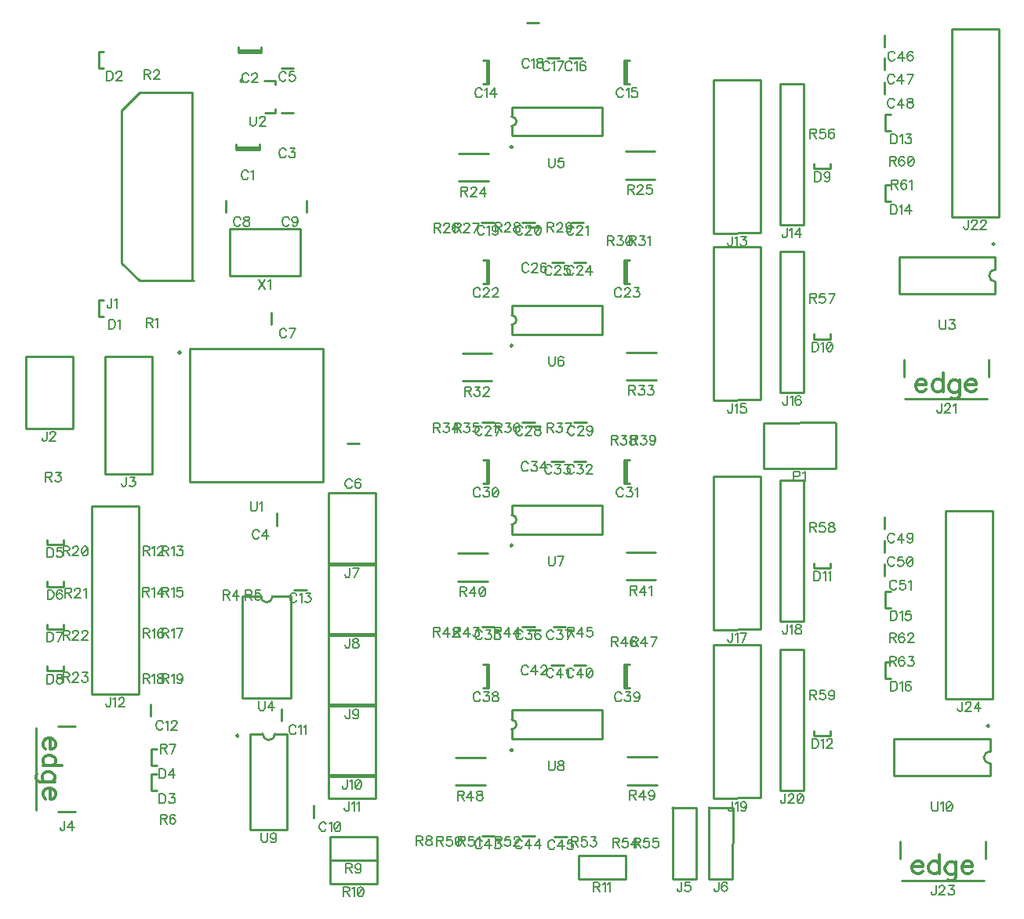
<source format=gbr>
G04 DipTrace 2.1.0.0*
%INTop Silk.gbr*%
%MOIN*%
%ADD10C,0.01*%
%ADD11C,0.006*%
%ADD12C,0.003*%
%ADD13C,0.016*%
%ADD14C,0.008*%
%ADD15C,0.039*%
%ADD16C,0.012*%
%ADD17C,0.02*%
%ADD18C,0.06*%
%ADD19C,0.15*%
%ADD20C,0.05*%
%ADD21C,0.125*%
%ADD22C,0.1*%
%ADD23C,0.025*%
%ADD24C,0.013*%
%ADD25R,0.1063X0.063*%
%ADD26R,0.0591X0.0512*%
%ADD27R,0.0512X0.0591*%
%ADD28R,0.063X0.1063*%
%ADD29R,0.05X0.06*%
%ADD30R,0.06X0.05*%
%ADD31R,0.1X0.1*%
%ADD32R,0.0591X0.0591*%
%ADD33C,0.0591*%
%ADD34R,0.0827X0.0197*%
%ADD35R,0.0827X0.0591*%
%ADD36R,0.125X0.125*%
%ADD37C,0.1*%
%ADD38R,0.06X0.06*%
%ADD39R,0.071X0.14*%
%ADD40R,0.0551X0.0177*%
%ADD41R,0.0177X0.0551*%
%ADD42R,0.04X0.025*%
%ADD43R,0.012X0.065*%
%ADD44R,0.0827X0.0157*%
%ADD45R,0.09X0.056*%
%ADD46R,0.1X0.056*%
%ADD47R,0.0197X0.0827*%
%ADD48R,0.0591X0.0827*%
%ADD49R,0.0157X0.0827*%
%ADD50C,0.031*%
%ADD51C,0.019*%
%ADD52C,0.035*%
%ADD53C,0.095*%
%ADD54C,0.12*%
%ADD55C,0.11*%
%ADD56C,0.067*%
%ADD57C,0.0354*%
%ADD58C,0.063*%
%ADD59C,0.038*%
%ADD60C,0.023*%
%ADD61C,0.058*%
%ADD62C,0.042*%
%ADD63R,0.0237X0.0907*%
%ADD64R,0.0077X0.0747*%
%ADD65R,0.0671X0.0907*%
%ADD66R,0.0511X0.0747*%
%ADD67R,0.0277X0.0907*%
%ADD68R,0.0117X0.0747*%
%ADD69R,0.108X0.064*%
%ADD70R,0.092X0.048*%
%ADD71R,0.098X0.064*%
%ADD72R,0.082X0.048*%
%ADD73R,0.0907X0.0237*%
%ADD74R,0.0747X0.0077*%
%ADD75R,0.02X0.073*%
%ADD76R,0.004X0.057*%
%ADD77R,0.048X0.033*%
%ADD78R,0.032X0.017*%
%ADD79R,0.0257X0.0631*%
%ADD80R,0.0097X0.0471*%
%ADD81R,0.0631X0.0257*%
%ADD82R,0.0471X0.0097*%
%ADD83R,0.079X0.148*%
%ADD84R,0.063X0.132*%
%ADD85R,0.068X0.068*%
%ADD86R,0.052X0.052*%
%ADD87C,0.068*%
%ADD88C,0.052*%
%ADD89C,0.108*%
%ADD90C,0.092*%
%ADD91R,0.133X0.133*%
%ADD92R,0.117X0.117*%
%ADD93R,0.0907X0.0671*%
%ADD94R,0.0747X0.0511*%
%ADD95R,0.0907X0.0277*%
%ADD96R,0.0747X0.0117*%
%ADD97C,0.0671*%
%ADD98C,0.0511*%
%ADD99R,0.0671X0.0671*%
%ADD100R,0.0511X0.0511*%
%ADD101C,0.108*%
%ADD102C,0.092*%
%ADD103R,0.108X0.108*%
%ADD104R,0.092X0.092*%
%ADD105R,0.068X0.058*%
%ADD106R,0.052X0.042*%
%ADD107R,0.058X0.068*%
%ADD108R,0.042X0.052*%
%ADD109R,0.071X0.1143*%
%ADD110R,0.055X0.0983*%
%ADD111R,0.0592X0.0671*%
%ADD112R,0.0432X0.0511*%
%ADD113R,0.0671X0.0592*%
%ADD114R,0.0511X0.0432*%
%ADD115R,0.1143X0.071*%
%ADD116R,0.0983X0.055*%
%ADD117C,0.0062*%
%ADD118C,0.0124*%
%ADD119C,0.0077*%
%FSLAX44Y44*%
%SFA1B1*%
%OFA0B0*%
G04*
G70*
G90*
G75*
G01*
%LNTopSilk*%
%LPD*%
X14245Y35885D2*
D10*
X13260D1*
X14245Y35811D2*
X13260D1*
X14245D2*
Y36046D1*
X13260Y35811D2*
Y36046D1*
X14343Y40019D2*
X13359D1*
X14343Y39945D2*
X13359D1*
X14343D2*
Y40180D1*
X13359Y39945D2*
Y40180D1*
X15182Y37372D2*
X15694D1*
X15000Y20318D2*
Y19807D1*
X15697Y39252D2*
X15185D1*
X17983Y23308D2*
X18495D1*
X14763Y28369D2*
Y28881D1*
X12815Y33119D2*
Y33630D1*
X16248D2*
Y33119D1*
X16567Y7371D2*
Y7882D1*
X15192Y11496D2*
Y12007D1*
X9628Y11683D2*
Y12195D1*
X16256Y17072D2*
X15744D1*
X23933Y39582D2*
Y38598D1*
X24008Y39582D2*
Y38598D1*
Y39582D2*
X23772D1*
X24008Y38598D2*
X23772D1*
X29847D2*
Y39582D1*
X29772Y38598D2*
Y39582D1*
Y38598D2*
X30008D1*
X29772Y39582D2*
X30008D1*
X27948Y39692D2*
X27437D1*
X27003D2*
X26492D1*
X25619Y41188D2*
X26131D1*
X24221Y32704D2*
X23709D1*
X25948D2*
X25437D1*
X28033D2*
X27522D1*
X23933Y31082D2*
Y30098D1*
X24008Y31082D2*
Y30098D1*
Y31082D2*
X23772D1*
X24008Y30098D2*
X23772D1*
X29847D2*
Y31082D1*
X29772Y30098D2*
Y31082D1*
Y30098D2*
X30008D1*
X29772Y31082D2*
X30008D1*
X28136Y30999D2*
X27624D1*
X27191D2*
X26679D1*
X25682Y32496D2*
X26193D1*
X24226Y24182D2*
X23714D1*
X25946D2*
X25434D1*
X28156D2*
X27644D1*
X23933Y22582D2*
Y21598D1*
X24008Y22582D2*
Y21598D1*
Y22582D2*
X23772D1*
X24008Y21598D2*
X23772D1*
X29847D2*
Y22582D1*
X29772Y21598D2*
Y22582D1*
Y21598D2*
X30008D1*
X29772Y22582D2*
X30008D1*
X28136Y22537D2*
X27624D1*
X27186D2*
X26674D1*
X25684Y24033D2*
X26196D1*
X24226Y15492D2*
X23714D1*
X25946D2*
X25434D1*
X27266D2*
X26754D1*
X23933Y13882D2*
Y12898D1*
X24008Y13882D2*
Y12898D1*
Y13882D2*
X23772D1*
X24008Y12898D2*
X23772D1*
X29847D2*
Y13882D1*
X29772Y12898D2*
Y13882D1*
Y12898D2*
X30008D1*
X29772Y13882D2*
X30008D1*
X28136Y13872D2*
X27624D1*
X27186D2*
X26674D1*
X25684Y15368D2*
X26196D1*
X24226Y6592D2*
X23714D1*
X25946D2*
X25434D1*
X27321Y6566D2*
X26809D1*
X7640Y28713D2*
X7430D1*
Y29413D1*
X7640D1*
Y39270D2*
X7430D1*
Y39970D1*
X7640D1*
X9883Y8527D2*
X9673D1*
Y9227D1*
X9883D1*
Y9590D2*
X9673D1*
Y10290D1*
X9883D1*
X5915Y19200D2*
Y18990D1*
X5215D1*
Y19200D1*
X5915Y17415D2*
Y17205D1*
X5215D1*
Y17415D1*
X5915Y15610D2*
Y15400D1*
X5215D1*
Y15610D1*
X5915Y13825D2*
Y13615D1*
X5215D1*
Y13825D1*
X38540Y35195D2*
Y34985D1*
X37840D1*
Y35195D1*
X38540Y27955D2*
Y27745D1*
X37840D1*
Y27955D1*
X38540Y18205D2*
Y17995D1*
X37840D1*
Y18205D1*
X38540Y11080D2*
Y10870D1*
X37840D1*
Y11080D1*
X9148Y30222D2*
X11460D1*
X8398Y37472D2*
Y30971D1*
X9148Y38221D2*
X11398D1*
Y30222D1*
X9148Y38221D2*
X8397Y37471D1*
X9148Y30222D2*
X8397Y30972D1*
X5315Y23940D2*
X6315D1*
X4315Y27003D2*
X6315D1*
Y23940D1*
X4377D2*
X5377D1*
X4315Y27003D2*
Y23940D1*
X7690Y27002D2*
Y22002D1*
X9690Y27002D2*
Y22002D1*
X7690Y27002D2*
X9690D1*
X7690Y22002D2*
X9690D1*
X6440Y11253D2*
X5690D1*
X4752Y11190D2*
Y7690D1*
X5690Y7627D2*
X6440D1*
X31795Y7803D2*
X32795D1*
X32825Y7783D2*
X32815Y4773D1*
X31815D2*
X32815D1*
X31815Y5523D2*
Y4773D1*
Y7833D2*
Y5523D1*
X33354Y7802D2*
X34354D1*
X34384Y7782D2*
X34374Y4772D1*
X33374D2*
X34374D1*
X33374Y5522D2*
Y4772D1*
Y7832D2*
Y5522D1*
X18190Y18127D2*
X19190D1*
X17190Y21190D2*
X19190D1*
Y18127D1*
X17252D2*
X18252D1*
X17190Y21190D2*
Y18127D1*
X18190Y15127D2*
X19190D1*
X17190Y18190D2*
X19190D1*
Y15127D1*
X17252D2*
X18252D1*
X17190Y18190D2*
Y15127D1*
X18190Y12127D2*
X19190D1*
X17190Y15190D2*
X19190D1*
Y12127D1*
X17252D2*
X18252D1*
X17190Y15190D2*
Y12127D1*
X18190Y9128D2*
X19190D1*
X17190Y12190D2*
X19190D1*
Y9128D1*
X17252D2*
X18252D1*
X17190Y12190D2*
Y9128D1*
X19190Y8190D2*
Y9190D1*
X17190Y8190D2*
X19190D1*
X17190D2*
Y9190D1*
X19190D1*
X7128Y12627D2*
X9128D1*
X7128Y20627D2*
X9128D1*
X7128D2*
Y12627D1*
X9128Y20627D2*
Y12627D1*
X35568Y38778D2*
X33568D1*
X35568Y32278D2*
Y38778D1*
Y32278D2*
X33568Y32246D1*
Y32278D2*
Y38778D1*
X37400Y38590D2*
X36400D1*
X37400Y32590D2*
Y38590D1*
Y32590D2*
X36400D1*
Y33340D1*
Y38590D1*
X35565Y31655D2*
X33565D1*
X35565Y25155D2*
Y31655D1*
Y25155D2*
X33565Y25124D1*
Y25155D2*
Y31655D1*
X37400Y31465D2*
X36400D1*
X37400Y25465D2*
Y31465D1*
Y25465D2*
X36400D1*
Y26215D1*
Y31465D1*
X35570Y21912D2*
X33570D1*
X35570Y15413D2*
Y21912D1*
Y15413D2*
X33570Y15381D1*
Y15413D2*
Y21912D1*
X37400Y21725D2*
X36400D1*
X37400Y15725D2*
Y21725D1*
Y15725D2*
X36400D1*
Y16475D1*
Y21725D1*
X35570Y14718D2*
X33570D1*
X35570Y8218D2*
Y14718D1*
Y8218D2*
X33570Y8186D1*
Y8218D2*
Y14718D1*
X37400Y14530D2*
X36400D1*
X37400Y8530D2*
Y14530D1*
Y8530D2*
X36400D1*
Y9280D1*
Y14530D1*
X35688Y22243D2*
Y24180D1*
X38718Y24185D1*
X38750Y22243D2*
Y24180D1*
X35688Y22243D2*
X38750D1*
X19251Y5565D2*
X17254D1*
Y6565D2*
Y5565D1*
X19251Y6565D2*
X17254D1*
X19251D2*
Y5565D1*
Y4565D2*
X17254D1*
Y5565D2*
Y4565D1*
X19251Y5565D2*
X17254D1*
X19251D2*
Y4565D1*
X29813Y4753D2*
X27817D1*
Y5753D2*
Y4753D1*
X29813Y5753D2*
X27817D1*
X29813D2*
Y4753D1*
X22744Y35641D2*
X24006D1*
X22744Y34459D2*
X24006D1*
X31076Y34544D2*
X29814D1*
X31076Y35726D2*
X29814D1*
X22879Y27141D2*
X24141D1*
X22879Y25959D2*
X24141D1*
X31131Y25999D2*
X29869D1*
X31131Y27181D2*
X29869D1*
X22699Y18621D2*
X23961D1*
X22699Y17439D2*
X23961D1*
X31111Y17489D2*
X29849D1*
X31111Y18671D2*
X29849D1*
X22589Y9941D2*
X23851D1*
X22589Y8759D2*
X23851D1*
X31161Y8779D2*
X29899D1*
X31161Y9961D2*
X29899D1*
X10910Y27165D2*
G02X10910Y27165I-50J0D01*
G01*
X11293Y21665D2*
Y27335D1*
Y21665D2*
X16962D1*
Y27335D1*
X11293D2*
X16962D1*
X13494Y38770D2*
G02X13494Y38770I0J-49D01*
G01*
X14920Y38728D2*
X14467D1*
X14920Y38550D2*
Y38728D1*
X14929Y37349D2*
X14478D1*
X14929D2*
Y37527D1*
X14314Y16793D2*
G03X14816Y16793I251J0D01*
G01*
X13520D2*
X14314D1*
X14816D2*
X15610D1*
X13520Y12462D2*
X15610D1*
X13520Y16793D2*
Y12462D1*
X15610Y16793D2*
Y12462D1*
X25019Y35909D2*
G02X25019Y35909I-49J0D01*
G01*
X24980Y36796D2*
G03X24980Y37204I0J204D01*
G01*
Y36390D2*
Y36796D1*
Y37204D2*
Y37610D1*
X28839Y36390D2*
Y37610D1*
X24980Y36390D2*
X28839D1*
X24980Y37610D2*
X28839D1*
X25019Y27459D2*
G02X25019Y27459I-49J0D01*
G01*
X24980Y28346D2*
G03X24980Y28754I0J204D01*
G01*
Y27940D2*
Y28346D1*
Y28754D2*
Y29160D1*
X28839Y27940D2*
Y29160D1*
X24980Y27940D2*
X28839D1*
X24980Y29160D2*
X28839D1*
X25019Y18959D2*
G02X25019Y18959I-49J0D01*
G01*
X24980Y19846D2*
G03X24980Y20254I0J204D01*
G01*
Y19440D2*
Y19846D1*
Y20254D2*
Y20660D1*
X28839Y19440D2*
Y20660D1*
X24980Y19440D2*
X28839D1*
X24980Y20660D2*
X28839D1*
X25019Y10249D2*
G02X25019Y10249I-49J0D01*
G01*
X24980Y11136D2*
G03X24980Y11544I0J204D01*
G01*
Y10730D2*
Y11136D1*
Y11544D2*
Y11950D1*
X28839Y10730D2*
Y11950D1*
X24980Y10730D2*
X28839D1*
X24980Y11950D2*
X28839D1*
X14396Y10939D2*
G03X14911Y10939I258J-3D01*
G01*
X13316Y10813D2*
G02X13316Y10813I0J49D01*
G01*
X15430Y10939D2*
Y6864D1*
X13877Y10939D2*
Y6864D1*
X15430D1*
X14911Y10939D2*
X15430D1*
X13877D2*
X14396D1*
X15981Y30417D2*
X12982D1*
Y32417D1*
X15981D1*
Y30417D1*
X40826Y40154D2*
Y40666D1*
X40816Y39184D2*
Y39696D1*
X40826Y38154D2*
Y38666D1*
X41082Y36590D2*
X40872D1*
Y37290D1*
X41082D1*
Y33590D2*
X40872D1*
Y34290D1*
X41082D1*
X41647Y26878D2*
Y26128D1*
X41710Y25190D2*
X45210D1*
X45273Y26128D2*
Y26878D1*
X43690Y32940D2*
X45690D1*
X43690Y40940D2*
X45690D1*
X43690D2*
Y32940D1*
X45690Y40940D2*
Y32940D1*
X40816Y19654D2*
Y20166D1*
Y18654D2*
Y19166D1*
X45540Y30698D2*
G03X45540Y30182I-3J-258D01*
G01*
X45414Y31778D2*
G02X45414Y31778I49J0D01*
G01*
X45540Y29663D2*
X41465D1*
X45540Y31217D2*
X41465D1*
Y29663D1*
X45540Y30182D2*
Y29663D1*
Y31217D2*
Y30698D1*
X40816Y17654D2*
Y18166D1*
X41080Y16310D2*
X40870D1*
Y17010D1*
X41080D1*
Y13310D2*
X40870D1*
Y14010D1*
X41080D1*
X41497Y6378D2*
Y5628D1*
X41560Y4690D2*
X45060D1*
X45123Y5628D2*
Y6378D1*
X43440Y12440D2*
X45440D1*
X43440Y20440D2*
X45440D1*
X43440D2*
Y12440D1*
X45440Y20440D2*
Y12440D1*
X45317Y10198D2*
G03X45317Y9682I-3J-258D01*
G01*
X45191Y11278D2*
G02X45191Y11278I49J0D01*
G01*
X45317Y9163D2*
X41243D1*
X45317Y10717D2*
X41243D1*
Y9163D1*
X45317Y9682D2*
Y9163D1*
Y10717D2*
Y10198D1*
X13786Y34831D2*
D117*
X13767Y34869D1*
D2*
X13729Y34908D1*
D2*
X13691Y34927D1*
D2*
X13614D1*
D2*
X13576Y34908D1*
D2*
X13538Y34869D1*
D2*
X13518Y34831D1*
D2*
X13499Y34774D1*
D2*
Y34678D1*
D2*
X13518Y34621D1*
D2*
X13538Y34582D1*
D2*
X13576Y34544D1*
D2*
X13614Y34525D1*
D2*
X13691D1*
D2*
X13729Y34544D1*
D2*
X13767Y34582D1*
D2*
X13786Y34621D1*
X13910Y34850D2*
X13948Y34869D1*
D2*
X14006Y34926D1*
D2*
Y34525D1*
X13799Y38965D2*
X13780Y39003D1*
D2*
X13742Y39041D1*
D2*
X13704Y39060D1*
D2*
X13627D1*
D2*
X13589Y39041D1*
D2*
X13551Y39003D1*
D2*
X13531Y38965D1*
D2*
X13512Y38908D1*
D2*
Y38812D1*
D2*
X13531Y38755D1*
D2*
X13551Y38716D1*
D2*
X13589Y38678D1*
D2*
X13627Y38659D1*
D2*
X13704D1*
D2*
X13742Y38678D1*
D2*
X13780Y38716D1*
D2*
X13799Y38755D1*
X13942Y38965D2*
Y38984D1*
D2*
X13961Y39022D1*
D2*
X13980Y39041D1*
D2*
X14018Y39060D1*
D2*
X14095D1*
D2*
X14133Y39041D1*
D2*
X14152Y39022D1*
D2*
X14171Y38984D1*
D2*
Y38946D1*
D2*
X14152Y38907D1*
D2*
X14114Y38850D1*
D2*
X13923Y38659D1*
D2*
X14190D1*
X15386Y35763D2*
X15367Y35801D1*
D2*
X15328Y35839D1*
D2*
X15290Y35858D1*
D2*
X15214D1*
D2*
X15175Y35839D1*
D2*
X15137Y35801D1*
D2*
X15118Y35763D1*
D2*
X15099Y35705D1*
D2*
Y35610D1*
D2*
X15118Y35553D1*
D2*
X15137Y35514D1*
D2*
X15175Y35476D1*
D2*
X15214Y35457D1*
D2*
X15290D1*
D2*
X15328Y35476D1*
D2*
X15367Y35514D1*
D2*
X15386Y35553D1*
X15548Y35858D2*
X15758D1*
D2*
X15643Y35705D1*
D2*
X15701D1*
D2*
X15739Y35686D1*
D2*
X15758Y35667D1*
D2*
X15777Y35610D1*
D2*
Y35572D1*
D2*
X15758Y35514D1*
D2*
X15720Y35476D1*
D2*
X15662Y35457D1*
D2*
X15605D1*
D2*
X15548Y35476D1*
D2*
X15529Y35495D1*
D2*
X15509Y35533D1*
X14249Y19536D2*
X14230Y19574D1*
D2*
X14191Y19613D1*
D2*
X14153Y19632D1*
D2*
X14077D1*
D2*
X14038Y19613D1*
D2*
X14000Y19574D1*
D2*
X13981Y19536D1*
D2*
X13962Y19479D1*
D2*
Y19383D1*
D2*
X13981Y19326D1*
D2*
X14000Y19287D1*
D2*
X14038Y19249D1*
D2*
X14077Y19230D1*
D2*
X14153D1*
D2*
X14191Y19249D1*
D2*
X14230Y19287D1*
D2*
X14249Y19326D1*
X14564Y19230D2*
Y19631D1*
D2*
X14372Y19364D1*
D2*
X14659D1*
X15389Y39021D2*
X15370Y39059D1*
D2*
X15331Y39097D1*
D2*
X15293Y39116D1*
D2*
X15217D1*
D2*
X15178Y39097D1*
D2*
X15140Y39059D1*
D2*
X15121Y39021D1*
D2*
X15102Y38963D1*
D2*
Y38867D1*
D2*
X15121Y38810D1*
D2*
X15140Y38772D1*
D2*
X15178Y38734D1*
D2*
X15217Y38714D1*
D2*
X15293D1*
D2*
X15331Y38734D1*
D2*
X15370Y38772D1*
D2*
X15389Y38810D1*
X15742Y39116D2*
X15551D1*
D2*
X15532Y38944D1*
D2*
X15551Y38963D1*
D2*
X15608Y38982D1*
D2*
X15665D1*
D2*
X15723Y38963D1*
D2*
X15761Y38925D1*
D2*
X15780Y38867D1*
D2*
Y38829D1*
D2*
X15761Y38772D1*
D2*
X15723Y38733D1*
D2*
X15665Y38714D1*
D2*
X15608D1*
D2*
X15551Y38733D1*
D2*
X15532Y38753D1*
D2*
X15512Y38791D1*
X18197Y21699D2*
X18178Y21737D1*
D2*
X18139Y21775D1*
D2*
X18101Y21794D1*
D2*
X18025D1*
D2*
X17986Y21775D1*
D2*
X17948Y21737D1*
D2*
X17929Y21699D1*
D2*
X17910Y21641D1*
D2*
Y21545D1*
D2*
X17929Y21488D1*
D2*
X17948Y21450D1*
D2*
X17986Y21412D1*
D2*
X18025Y21392D1*
D2*
X18101D1*
D2*
X18139Y21412D1*
D2*
X18178Y21450D1*
D2*
X18197Y21488D1*
X18550Y21737D2*
X18531Y21775D1*
D2*
X18473Y21794D1*
D2*
X18435D1*
D2*
X18378Y21775D1*
D2*
X18339Y21717D1*
D2*
X18320Y21622D1*
D2*
Y21526D1*
D2*
X18339Y21450D1*
D2*
X18378Y21411D1*
D2*
X18435Y21392D1*
D2*
X18454D1*
D2*
X18511Y21411D1*
D2*
X18550Y21450D1*
D2*
X18569Y21507D1*
D2*
Y21526D1*
D2*
X18550Y21584D1*
D2*
X18511Y21622D1*
D2*
X18454Y21641D1*
D2*
X18435D1*
D2*
X18378Y21622D1*
D2*
X18339Y21584D1*
D2*
X18320Y21526D1*
X15400Y28099D2*
X15381Y28137D1*
D2*
X15343Y28175D1*
D2*
X15305Y28194D1*
D2*
X15228D1*
D2*
X15190Y28175D1*
D2*
X15152Y28137D1*
D2*
X15132Y28099D1*
D2*
X15113Y28041D1*
D2*
Y27945D1*
D2*
X15132Y27888D1*
D2*
X15152Y27850D1*
D2*
X15190Y27812D1*
D2*
X15228Y27792D1*
D2*
X15305D1*
D2*
X15343Y27812D1*
D2*
X15381Y27850D1*
D2*
X15400Y27888D1*
X15600Y27792D2*
X15792Y28194D1*
D2*
X15524D1*
X13452Y32848D2*
X13433Y32886D1*
D2*
X13395Y32924D1*
D2*
X13357Y32943D1*
D2*
X13280D1*
D2*
X13242Y32924D1*
D2*
X13204Y32886D1*
D2*
X13184Y32848D1*
D2*
X13165Y32790D1*
D2*
Y32694D1*
D2*
X13184Y32637D1*
D2*
X13204Y32599D1*
D2*
X13242Y32561D1*
D2*
X13280Y32542D1*
D2*
X13357D1*
D2*
X13395Y32561D1*
D2*
X13433Y32599D1*
D2*
X13452Y32637D1*
X13671Y32943D2*
X13614Y32924D1*
D2*
X13595Y32886D1*
D2*
Y32847D1*
D2*
X13614Y32809D1*
D2*
X13652Y32790D1*
D2*
X13729Y32771D1*
D2*
X13786Y32752D1*
D2*
X13824Y32714D1*
D2*
X13843Y32675D1*
D2*
Y32618D1*
D2*
X13824Y32580D1*
D2*
X13805Y32561D1*
D2*
X13748Y32542D1*
D2*
X13671D1*
D2*
X13614Y32561D1*
D2*
X13595Y32580D1*
D2*
X13576Y32618D1*
D2*
Y32675D1*
D2*
X13595Y32714D1*
D2*
X13633Y32752D1*
D2*
X13690Y32771D1*
D2*
X13767Y32790D1*
D2*
X13805Y32809D1*
D2*
X13824Y32847D1*
D2*
Y32886D1*
D2*
X13805Y32924D1*
D2*
X13748Y32943D1*
D2*
X13671D1*
X15517Y32848D2*
X15498Y32886D1*
D2*
X15459Y32924D1*
D2*
X15421Y32943D1*
D2*
X15345D1*
D2*
X15306Y32924D1*
D2*
X15268Y32886D1*
D2*
X15249Y32848D1*
D2*
X15230Y32790D1*
D2*
Y32694D1*
D2*
X15249Y32637D1*
D2*
X15268Y32599D1*
D2*
X15306Y32561D1*
D2*
X15345Y32542D1*
D2*
X15421D1*
D2*
X15459Y32561D1*
D2*
X15498Y32599D1*
D2*
X15517Y32637D1*
X15889Y32809D2*
X15870Y32752D1*
D2*
X15832Y32714D1*
D2*
X15774Y32694D1*
D2*
X15755D1*
D2*
X15698Y32714D1*
D2*
X15660Y32752D1*
D2*
X15640Y32809D1*
D2*
Y32828D1*
D2*
X15660Y32886D1*
D2*
X15698Y32924D1*
D2*
X15755Y32943D1*
D2*
X15774D1*
D2*
X15832Y32924D1*
D2*
X15870Y32886D1*
D2*
X15889Y32809D1*
D2*
Y32714D1*
D2*
X15870Y32618D1*
D2*
X15832Y32561D1*
D2*
X15774Y32542D1*
D2*
X15736D1*
D2*
X15679Y32561D1*
D2*
X15660Y32599D1*
X17094Y7100D2*
X17075Y7138D1*
D2*
X17036Y7177D1*
D2*
X16998Y7196D1*
D2*
X16922D1*
D2*
X16883Y7177D1*
D2*
X16845Y7138D1*
D2*
X16826Y7100D1*
D2*
X16807Y7043D1*
D2*
Y6947D1*
D2*
X16826Y6890D1*
D2*
X16845Y6851D1*
D2*
X16883Y6813D1*
D2*
X16922Y6794D1*
D2*
X16998D1*
D2*
X17036Y6813D1*
D2*
X17075Y6851D1*
D2*
X17094Y6890D1*
X17217Y7119D2*
X17256Y7138D1*
D2*
X17313Y7195D1*
D2*
Y6794D1*
X17552Y7195D2*
X17494Y7176D1*
D2*
X17456Y7119D1*
D2*
X17437Y7023D1*
D2*
Y6966D1*
D2*
X17456Y6870D1*
D2*
X17494Y6813D1*
D2*
X17552Y6794D1*
D2*
X17590D1*
D2*
X17647Y6813D1*
D2*
X17685Y6870D1*
D2*
X17705Y6966D1*
D2*
Y7023D1*
D2*
X17685Y7119D1*
D2*
X17647Y7176D1*
D2*
X17590Y7195D1*
D2*
X17552D1*
X17685Y7119D2*
X17456Y6870D1*
X15805Y11225D2*
X15786Y11263D1*
D2*
X15747Y11302D1*
D2*
X15709Y11321D1*
D2*
X15633D1*
D2*
X15595Y11302D1*
D2*
X15556Y11263D1*
D2*
X15537Y11225D1*
D2*
X15518Y11168D1*
D2*
Y11072D1*
D2*
X15537Y11015D1*
D2*
X15556Y10976D1*
D2*
X15595Y10938D1*
D2*
X15633Y10919D1*
D2*
X15709D1*
D2*
X15747Y10938D1*
D2*
X15786Y10976D1*
D2*
X15805Y11015D1*
X15928Y11244D2*
X15967Y11263D1*
D2*
X16024Y11320D1*
D2*
Y10919D1*
X16148Y11244D2*
X16186Y11263D1*
D2*
X16244Y11320D1*
D2*
Y10919D1*
X10155Y11413D2*
X10136Y11451D1*
D2*
X10097Y11489D1*
D2*
X10059Y11508D1*
D2*
X9983D1*
D2*
X9945Y11489D1*
D2*
X9906Y11451D1*
D2*
X9887Y11413D1*
D2*
X9868Y11355D1*
D2*
Y11259D1*
D2*
X9887Y11202D1*
D2*
X9906Y11164D1*
D2*
X9945Y11126D1*
D2*
X9983Y11106D1*
D2*
X10059D1*
D2*
X10097Y11126D1*
D2*
X10136Y11164D1*
D2*
X10155Y11202D1*
X10278Y11431D2*
X10317Y11451D1*
D2*
X10374Y11508D1*
D2*
Y11106D1*
X10517Y11412D2*
Y11431D1*
D2*
X10536Y11470D1*
D2*
X10555Y11489D1*
D2*
X10594Y11508D1*
D2*
X10670D1*
D2*
X10708Y11489D1*
D2*
X10727Y11470D1*
D2*
X10747Y11431D1*
D2*
Y11393D1*
D2*
X10727Y11355D1*
D2*
X10689Y11298D1*
D2*
X10498Y11106D1*
D2*
X10766D1*
X15838Y16841D2*
X15819Y16879D1*
D2*
X15781Y16917D1*
D2*
X15743Y16936D1*
D2*
X15666D1*
D2*
X15628Y16917D1*
D2*
X15590Y16879D1*
D2*
X15570Y16841D1*
D2*
X15551Y16783D1*
D2*
Y16687D1*
D2*
X15570Y16630D1*
D2*
X15590Y16592D1*
D2*
X15628Y16554D1*
D2*
X15666Y16534D1*
D2*
X15743D1*
D2*
X15781Y16554D1*
D2*
X15819Y16592D1*
D2*
X15838Y16630D1*
X15962Y16859D2*
X16000Y16879D1*
D2*
X16057Y16936D1*
D2*
Y16534D1*
X16219Y16936D2*
X16429D1*
D2*
X16315Y16783D1*
D2*
X16372D1*
D2*
X16410Y16764D1*
D2*
X16429Y16745D1*
D2*
X16449Y16687D1*
D2*
Y16649D1*
D2*
X16429Y16592D1*
D2*
X16391Y16553D1*
D2*
X16334Y16534D1*
D2*
X16277D1*
D2*
X16219Y16553D1*
D2*
X16200Y16573D1*
D2*
X16181Y16611D1*
X23719Y38327D2*
X23699Y38365D1*
D2*
X23661Y38404D1*
D2*
X23623Y38423D1*
D2*
X23547D1*
D2*
X23508Y38404D1*
D2*
X23470Y38365D1*
D2*
X23451Y38327D1*
D2*
X23432Y38270D1*
D2*
Y38174D1*
D2*
X23451Y38117D1*
D2*
X23470Y38078D1*
D2*
X23508Y38040D1*
D2*
X23547Y38021D1*
D2*
X23623D1*
D2*
X23661Y38040D1*
D2*
X23699Y38078D1*
D2*
X23719Y38117D1*
X23842Y38346D2*
X23880Y38365D1*
D2*
X23938Y38422D1*
D2*
Y38021D1*
X24253D2*
Y38422D1*
D2*
X24061Y38155D1*
D2*
X24348D1*
X29728Y38327D2*
X29709Y38365D1*
D2*
X29671Y38404D1*
D2*
X29633Y38423D1*
D2*
X29556D1*
D2*
X29518Y38404D1*
D2*
X29480Y38365D1*
D2*
X29460Y38327D1*
D2*
X29441Y38270D1*
D2*
Y38174D1*
D2*
X29460Y38117D1*
D2*
X29480Y38078D1*
D2*
X29518Y38040D1*
D2*
X29556Y38021D1*
D2*
X29633D1*
D2*
X29671Y38040D1*
D2*
X29709Y38078D1*
D2*
X29728Y38117D1*
X29852Y38346D2*
X29890Y38365D1*
D2*
X29947Y38422D1*
D2*
Y38021D1*
X30300Y38422D2*
X30109D1*
D2*
X30090Y38250D1*
D2*
X30109Y38269D1*
D2*
X30167Y38289D1*
D2*
X30224D1*
D2*
X30281Y38269D1*
D2*
X30320Y38231D1*
D2*
X30339Y38174D1*
D2*
Y38136D1*
D2*
X30320Y38078D1*
D2*
X30281Y38040D1*
D2*
X30224Y38021D1*
D2*
X30167D1*
D2*
X30109Y38040D1*
D2*
X30090Y38059D1*
D2*
X30071Y38097D1*
X27540Y39461D2*
X27521Y39499D1*
D2*
X27483Y39537D1*
D2*
X27445Y39556D1*
D2*
X27368D1*
D2*
X27330Y39537D1*
D2*
X27292Y39499D1*
D2*
X27272Y39461D1*
D2*
X27253Y39403D1*
D2*
Y39307D1*
D2*
X27272Y39250D1*
D2*
X27292Y39212D1*
D2*
X27330Y39174D1*
D2*
X27368Y39154D1*
D2*
X27445D1*
D2*
X27483Y39174D1*
D2*
X27521Y39212D1*
D2*
X27540Y39250D1*
X27664Y39479D2*
X27702Y39499D1*
D2*
X27760Y39556D1*
D2*
Y39154D1*
X28113Y39499D2*
X28094Y39537D1*
D2*
X28036Y39556D1*
D2*
X27998D1*
D2*
X27941Y39537D1*
D2*
X27902Y39479D1*
D2*
X27883Y39384D1*
D2*
Y39288D1*
D2*
X27902Y39212D1*
D2*
X27941Y39173D1*
D2*
X27998Y39154D1*
D2*
X28017D1*
D2*
X28074Y39173D1*
D2*
X28113Y39212D1*
D2*
X28132Y39269D1*
D2*
Y39288D1*
D2*
X28113Y39346D1*
D2*
X28074Y39384D1*
D2*
X28017Y39403D1*
D2*
X27998D1*
D2*
X27941Y39384D1*
D2*
X27902Y39346D1*
D2*
X27883Y39288D1*
X26586Y39461D2*
X26566Y39499D1*
D2*
X26528Y39537D1*
D2*
X26490Y39556D1*
D2*
X26414D1*
D2*
X26375Y39537D1*
D2*
X26337Y39499D1*
D2*
X26318Y39461D1*
D2*
X26299Y39403D1*
D2*
Y39307D1*
D2*
X26318Y39250D1*
D2*
X26337Y39212D1*
D2*
X26375Y39174D1*
D2*
X26414Y39154D1*
D2*
X26490D1*
D2*
X26528Y39174D1*
D2*
X26566Y39212D1*
D2*
X26586Y39250D1*
X26709Y39479D2*
X26747Y39499D1*
D2*
X26805Y39556D1*
D2*
Y39154D1*
X27005D2*
X27196Y39556D1*
D2*
X26928D1*
X25713Y39579D2*
X25694Y39617D1*
D2*
X25656Y39655D1*
D2*
X25618Y39674D1*
D2*
X25541D1*
D2*
X25503Y39655D1*
D2*
X25465Y39617D1*
D2*
X25445Y39579D1*
D2*
X25426Y39521D1*
D2*
Y39425D1*
D2*
X25445Y39368D1*
D2*
X25465Y39330D1*
D2*
X25503Y39292D1*
D2*
X25541Y39272D1*
D2*
X25618D1*
D2*
X25656Y39292D1*
D2*
X25694Y39330D1*
D2*
X25713Y39368D1*
X25837Y39597D2*
X25875Y39617D1*
D2*
X25933Y39674D1*
D2*
Y39272D1*
X26152Y39674D2*
X26095Y39655D1*
D2*
X26075Y39617D1*
D2*
Y39578D1*
D2*
X26095Y39540D1*
D2*
X26133Y39521D1*
D2*
X26209Y39502D1*
D2*
X26267Y39483D1*
D2*
X26305Y39444D1*
D2*
X26324Y39406D1*
D2*
Y39349D1*
D2*
X26305Y39311D1*
D2*
X26286Y39292D1*
D2*
X26228Y39272D1*
D2*
X26152D1*
D2*
X26095Y39292D1*
D2*
X26075Y39311D1*
D2*
X26056Y39349D1*
D2*
Y39406D1*
D2*
X26075Y39444D1*
D2*
X26114Y39483D1*
D2*
X26171Y39502D1*
D2*
X26247Y39521D1*
D2*
X26286Y39540D1*
D2*
X26305Y39578D1*
D2*
Y39617D1*
D2*
X26286Y39655D1*
D2*
X26228Y39674D1*
D2*
X26152D1*
X23813Y32473D2*
X23794Y32511D1*
D2*
X23755Y32550D1*
D2*
X23717Y32569D1*
D2*
X23641D1*
D2*
X23602Y32550D1*
D2*
X23564Y32511D1*
D2*
X23545Y32473D1*
D2*
X23526Y32416D1*
D2*
Y32320D1*
D2*
X23545Y32263D1*
D2*
X23564Y32224D1*
D2*
X23602Y32186D1*
D2*
X23641Y32167D1*
D2*
X23717D1*
D2*
X23755Y32186D1*
D2*
X23794Y32224D1*
D2*
X23813Y32263D1*
X23936Y32492D2*
X23975Y32511D1*
D2*
X24032Y32568D1*
D2*
Y32167D1*
X24404Y32435D2*
X24385Y32377D1*
D2*
X24347Y32339D1*
D2*
X24289Y32320D1*
D2*
X24270D1*
D2*
X24213Y32339D1*
D2*
X24175Y32377D1*
D2*
X24156Y32435D1*
D2*
Y32454D1*
D2*
X24175Y32511D1*
D2*
X24213Y32549D1*
D2*
X24270Y32568D1*
D2*
X24289D1*
D2*
X24347Y32549D1*
D2*
X24385Y32511D1*
D2*
X24404Y32435D1*
D2*
Y32339D1*
D2*
X24385Y32243D1*
D2*
X24347Y32186D1*
D2*
X24289Y32167D1*
D2*
X24251D1*
D2*
X24194Y32186D1*
D2*
X24175Y32224D1*
X25445Y32473D2*
X25425Y32511D1*
D2*
X25387Y32550D1*
D2*
X25349Y32569D1*
D2*
X25273D1*
D2*
X25234Y32550D1*
D2*
X25196Y32511D1*
D2*
X25177Y32473D1*
D2*
X25158Y32416D1*
D2*
Y32320D1*
D2*
X25177Y32263D1*
D2*
X25196Y32224D1*
D2*
X25234Y32186D1*
D2*
X25273Y32167D1*
D2*
X25349D1*
D2*
X25387Y32186D1*
D2*
X25425Y32224D1*
D2*
X25445Y32263D1*
X25587Y32473D2*
Y32492D1*
D2*
X25606Y32530D1*
D2*
X25626Y32549D1*
D2*
X25664Y32568D1*
D2*
X25740D1*
D2*
X25778Y32549D1*
D2*
X25798Y32530D1*
D2*
X25817Y32492D1*
D2*
Y32454D1*
D2*
X25798Y32415D1*
D2*
X25759Y32358D1*
D2*
X25568Y32167D1*
D2*
X25836D1*
X26074Y32568D2*
X26017Y32549D1*
D2*
X25978Y32492D1*
D2*
X25959Y32396D1*
D2*
Y32339D1*
D2*
X25978Y32243D1*
D2*
X26017Y32186D1*
D2*
X26074Y32167D1*
D2*
X26112D1*
D2*
X26170Y32186D1*
D2*
X26208Y32243D1*
D2*
X26227Y32339D1*
D2*
Y32396D1*
D2*
X26208Y32492D1*
D2*
X26170Y32549D1*
D2*
X26112Y32568D1*
D2*
X26074D1*
X26208Y32492D2*
X25978Y32243D1*
X27616Y32473D2*
X27597Y32511D1*
D2*
X27558Y32550D1*
D2*
X27520Y32569D1*
D2*
X27444D1*
D2*
X27405Y32550D1*
D2*
X27367Y32511D1*
D2*
X27348Y32473D1*
D2*
X27329Y32416D1*
D2*
Y32320D1*
D2*
X27348Y32263D1*
D2*
X27367Y32224D1*
D2*
X27405Y32186D1*
D2*
X27444Y32167D1*
D2*
X27520D1*
D2*
X27558Y32186D1*
D2*
X27597Y32224D1*
D2*
X27616Y32263D1*
X27758Y32473D2*
Y32492D1*
D2*
X27778Y32530D1*
D2*
X27797Y32549D1*
D2*
X27835Y32568D1*
D2*
X27911D1*
D2*
X27950Y32549D1*
D2*
X27969Y32530D1*
D2*
X27988Y32492D1*
D2*
Y32454D1*
D2*
X27969Y32415D1*
D2*
X27930Y32358D1*
D2*
X27739Y32167D1*
D2*
X28007D1*
X28130Y32492D2*
X28169Y32511D1*
D2*
X28226Y32568D1*
D2*
Y32167D1*
X23642Y29827D2*
X23623Y29865D1*
D2*
X23585Y29904D1*
D2*
X23547Y29923D1*
D2*
X23470D1*
D2*
X23432Y29904D1*
D2*
X23394Y29865D1*
D2*
X23374Y29827D1*
D2*
X23355Y29770D1*
D2*
Y29674D1*
D2*
X23374Y29617D1*
D2*
X23394Y29578D1*
D2*
X23432Y29540D1*
D2*
X23470Y29521D1*
D2*
X23547D1*
D2*
X23585Y29540D1*
D2*
X23623Y29578D1*
D2*
X23642Y29617D1*
X23785Y29827D2*
Y29846D1*
D2*
X23804Y29884D1*
D2*
X23823Y29903D1*
D2*
X23861Y29922D1*
D2*
X23938D1*
D2*
X23976Y29903D1*
D2*
X23995Y29884D1*
D2*
X24014Y29846D1*
D2*
Y29808D1*
D2*
X23995Y29769D1*
D2*
X23957Y29712D1*
D2*
X23766Y29521D1*
D2*
X24033D1*
X24176Y29827D2*
Y29846D1*
D2*
X24195Y29884D1*
D2*
X24214Y29903D1*
D2*
X24253Y29922D1*
D2*
X24329D1*
D2*
X24367Y29903D1*
D2*
X24386Y29884D1*
D2*
X24406Y29846D1*
D2*
Y29808D1*
D2*
X24386Y29769D1*
D2*
X24348Y29712D1*
D2*
X24157Y29521D1*
D2*
X24425D1*
X29642Y29827D2*
X29623Y29865D1*
D2*
X29585Y29904D1*
D2*
X29547Y29923D1*
D2*
X29470D1*
D2*
X29432Y29904D1*
D2*
X29394Y29865D1*
D2*
X29374Y29827D1*
D2*
X29355Y29770D1*
D2*
Y29674D1*
D2*
X29374Y29617D1*
D2*
X29394Y29578D1*
D2*
X29432Y29540D1*
D2*
X29470Y29521D1*
D2*
X29547D1*
D2*
X29585Y29540D1*
D2*
X29623Y29578D1*
D2*
X29642Y29617D1*
X29785Y29827D2*
Y29846D1*
D2*
X29804Y29884D1*
D2*
X29823Y29903D1*
D2*
X29861Y29922D1*
D2*
X29938D1*
D2*
X29976Y29903D1*
D2*
X29995Y29884D1*
D2*
X30014Y29846D1*
D2*
Y29808D1*
D2*
X29995Y29769D1*
D2*
X29957Y29712D1*
D2*
X29766Y29521D1*
D2*
X30033D1*
X30195Y29922D2*
X30405D1*
D2*
X30291Y29769D1*
D2*
X30348D1*
D2*
X30386Y29750D1*
D2*
X30405Y29731D1*
D2*
X30425Y29674D1*
D2*
Y29636D1*
D2*
X30405Y29578D1*
D2*
X30367Y29540D1*
D2*
X30310Y29521D1*
D2*
X30252D1*
D2*
X30195Y29540D1*
D2*
X30176Y29559D1*
D2*
X30157Y29597D1*
X27623Y30768D2*
X27603Y30806D1*
D2*
X27565Y30845D1*
D2*
X27527Y30864D1*
D2*
X27451D1*
D2*
X27412Y30845D1*
D2*
X27374Y30806D1*
D2*
X27355Y30768D1*
D2*
X27336Y30711D1*
D2*
Y30615D1*
D2*
X27355Y30558D1*
D2*
X27374Y30519D1*
D2*
X27412Y30481D1*
D2*
X27451Y30462D1*
D2*
X27527D1*
D2*
X27565Y30481D1*
D2*
X27603Y30519D1*
D2*
X27623Y30558D1*
X27765Y30768D2*
Y30787D1*
D2*
X27784Y30825D1*
D2*
X27804Y30844D1*
D2*
X27842Y30863D1*
D2*
X27918D1*
D2*
X27956Y30844D1*
D2*
X27976Y30825D1*
D2*
X27995Y30787D1*
D2*
Y30749D1*
D2*
X27976Y30710D1*
D2*
X27937Y30653D1*
D2*
X27746Y30462D1*
D2*
X28014D1*
X28329D2*
Y30863D1*
D2*
X28137Y30596D1*
D2*
X28424D1*
X26687Y30768D2*
X26668Y30806D1*
D2*
X26630Y30845D1*
D2*
X26592Y30864D1*
D2*
X26515D1*
D2*
X26477Y30845D1*
D2*
X26439Y30806D1*
D2*
X26419Y30768D1*
D2*
X26400Y30711D1*
D2*
Y30615D1*
D2*
X26419Y30558D1*
D2*
X26439Y30519D1*
D2*
X26477Y30481D1*
D2*
X26515Y30462D1*
D2*
X26592D1*
D2*
X26630Y30481D1*
D2*
X26668Y30519D1*
D2*
X26687Y30558D1*
X26830Y30768D2*
Y30787D1*
D2*
X26849Y30825D1*
D2*
X26868Y30844D1*
D2*
X26906Y30863D1*
D2*
X26983D1*
D2*
X27021Y30844D1*
D2*
X27040Y30825D1*
D2*
X27059Y30787D1*
D2*
Y30749D1*
D2*
X27040Y30710D1*
D2*
X27002Y30653D1*
D2*
X26811Y30462D1*
D2*
X27078D1*
X27431Y30863D2*
X27240D1*
D2*
X27221Y30691D1*
D2*
X27240Y30710D1*
D2*
X27298Y30730D1*
D2*
X27355D1*
D2*
X27412Y30710D1*
D2*
X27451Y30672D1*
D2*
X27470Y30615D1*
D2*
Y30577D1*
D2*
X27451Y30519D1*
D2*
X27412Y30481D1*
D2*
X27355Y30462D1*
D2*
X27298D1*
D2*
X27240Y30481D1*
D2*
X27221Y30500D1*
D2*
X27202Y30538D1*
X25699Y30886D2*
X25680Y30924D1*
D2*
X25642Y30963D1*
D2*
X25604Y30982D1*
D2*
X25527D1*
D2*
X25489Y30963D1*
D2*
X25451Y30924D1*
D2*
X25431Y30886D1*
D2*
X25412Y30829D1*
D2*
Y30733D1*
D2*
X25431Y30676D1*
D2*
X25451Y30637D1*
D2*
X25489Y30599D1*
D2*
X25527Y30580D1*
D2*
X25604D1*
D2*
X25642Y30599D1*
D2*
X25680Y30637D1*
D2*
X25699Y30676D1*
X25842Y30886D2*
Y30905D1*
D2*
X25861Y30943D1*
D2*
X25880Y30962D1*
D2*
X25919Y30981D1*
D2*
X25995D1*
D2*
X26033Y30962D1*
D2*
X26052Y30943D1*
D2*
X26072Y30905D1*
D2*
Y30867D1*
D2*
X26052Y30828D1*
D2*
X26014Y30771D1*
D2*
X25823Y30580D1*
D2*
X26091D1*
X26444Y30924D2*
X26425Y30962D1*
D2*
X26367Y30981D1*
D2*
X26329D1*
D2*
X26272Y30962D1*
D2*
X26233Y30905D1*
D2*
X26214Y30809D1*
D2*
Y30714D1*
D2*
X26233Y30637D1*
D2*
X26272Y30599D1*
D2*
X26329Y30580D1*
D2*
X26348D1*
D2*
X26405Y30599D1*
D2*
X26444Y30637D1*
D2*
X26463Y30695D1*
D2*
Y30714D1*
D2*
X26444Y30771D1*
D2*
X26405Y30809D1*
D2*
X26348Y30828D1*
D2*
X26329D1*
D2*
X26272Y30809D1*
D2*
X26233Y30771D1*
D2*
X26214Y30714D1*
X23722Y23951D2*
X23703Y23989D1*
D2*
X23665Y24027D1*
D2*
X23627Y24046D1*
D2*
X23550D1*
D2*
X23512Y24027D1*
D2*
X23474Y23989D1*
D2*
X23454Y23951D1*
D2*
X23435Y23893D1*
D2*
Y23797D1*
D2*
X23454Y23740D1*
D2*
X23474Y23702D1*
D2*
X23512Y23664D1*
D2*
X23550Y23644D1*
D2*
X23627D1*
D2*
X23665Y23664D1*
D2*
X23703Y23702D1*
D2*
X23722Y23740D1*
X23865Y23950D2*
Y23969D1*
D2*
X23884Y24008D1*
D2*
X23903Y24027D1*
D2*
X23941Y24046D1*
D2*
X24018D1*
D2*
X24056Y24027D1*
D2*
X24075Y24008D1*
D2*
X24094Y23969D1*
D2*
Y23931D1*
D2*
X24075Y23893D1*
D2*
X24037Y23836D1*
D2*
X23846Y23644D1*
D2*
X24113D1*
X24313D2*
X24505Y24046D1*
D2*
X24237D1*
X25442Y23951D2*
X25423Y23989D1*
D2*
X25385Y24027D1*
D2*
X25347Y24046D1*
D2*
X25270D1*
D2*
X25232Y24027D1*
D2*
X25194Y23989D1*
D2*
X25174Y23951D1*
D2*
X25155Y23893D1*
D2*
Y23797D1*
D2*
X25174Y23740D1*
D2*
X25194Y23702D1*
D2*
X25232Y23664D1*
D2*
X25270Y23644D1*
D2*
X25347D1*
D2*
X25385Y23664D1*
D2*
X25423Y23702D1*
D2*
X25442Y23740D1*
X25585Y23950D2*
Y23969D1*
D2*
X25604Y24008D1*
D2*
X25623Y24027D1*
D2*
X25662Y24046D1*
D2*
X25738D1*
D2*
X25776Y24027D1*
D2*
X25795Y24008D1*
D2*
X25815Y23969D1*
D2*
Y23931D1*
D2*
X25795Y23893D1*
D2*
X25757Y23836D1*
D2*
X25566Y23644D1*
D2*
X25834D1*
X26053Y24046D2*
X25996Y24027D1*
D2*
X25976Y23989D1*
D2*
Y23950D1*
D2*
X25996Y23912D1*
D2*
X26034Y23893D1*
D2*
X26110Y23874D1*
D2*
X26168Y23855D1*
D2*
X26206Y23816D1*
D2*
X26225Y23778D1*
D2*
Y23721D1*
D2*
X26206Y23683D1*
D2*
X26187Y23663D1*
D2*
X26129Y23644D1*
D2*
X26053D1*
D2*
X25996Y23663D1*
D2*
X25976Y23683D1*
D2*
X25957Y23721D1*
D2*
Y23778D1*
D2*
X25976Y23816D1*
D2*
X26015Y23855D1*
D2*
X26072Y23874D1*
D2*
X26148Y23893D1*
D2*
X26187Y23912D1*
D2*
X26206Y23950D1*
D2*
Y23989D1*
D2*
X26187Y24027D1*
D2*
X26129Y24046D1*
D2*
X26053D1*
X27662Y23951D2*
X27643Y23989D1*
D2*
X27604Y24027D1*
D2*
X27566Y24046D1*
D2*
X27490D1*
D2*
X27451Y24027D1*
D2*
X27413Y23989D1*
D2*
X27394Y23951D1*
D2*
X27375Y23893D1*
D2*
Y23797D1*
D2*
X27394Y23740D1*
D2*
X27413Y23702D1*
D2*
X27451Y23664D1*
D2*
X27490Y23644D1*
D2*
X27566D1*
D2*
X27604Y23664D1*
D2*
X27643Y23702D1*
D2*
X27662Y23740D1*
X27804Y23950D2*
Y23969D1*
D2*
X27824Y24008D1*
D2*
X27843Y24027D1*
D2*
X27881Y24046D1*
D2*
X27957D1*
D2*
X27996Y24027D1*
D2*
X28015Y24008D1*
D2*
X28034Y23969D1*
D2*
Y23931D1*
D2*
X28015Y23893D1*
D2*
X27976Y23836D1*
D2*
X27785Y23644D1*
D2*
X28053D1*
X28425Y23912D2*
X28406Y23855D1*
D2*
X28368Y23816D1*
D2*
X28310Y23797D1*
D2*
X28291D1*
D2*
X28234Y23816D1*
D2*
X28196Y23855D1*
D2*
X28177Y23912D1*
D2*
Y23931D1*
D2*
X28196Y23989D1*
D2*
X28234Y24027D1*
D2*
X28291Y24046D1*
D2*
X28310D1*
D2*
X28368Y24027D1*
D2*
X28406Y23989D1*
D2*
X28425Y23912D1*
D2*
Y23816D1*
D2*
X28406Y23721D1*
D2*
X28368Y23663D1*
D2*
X28310Y23644D1*
D2*
X28272D1*
D2*
X28215Y23663D1*
D2*
X28196Y23702D1*
X23642Y21327D2*
X23623Y21365D1*
D2*
X23585Y21404D1*
D2*
X23547Y21423D1*
D2*
X23470D1*
D2*
X23432Y21404D1*
D2*
X23394Y21365D1*
D2*
X23374Y21327D1*
D2*
X23355Y21270D1*
D2*
Y21174D1*
D2*
X23374Y21117D1*
D2*
X23394Y21078D1*
D2*
X23432Y21040D1*
D2*
X23470Y21021D1*
D2*
X23547D1*
D2*
X23585Y21040D1*
D2*
X23623Y21078D1*
D2*
X23642Y21117D1*
X23804Y21422D2*
X24014D1*
D2*
X23900Y21269D1*
D2*
X23957D1*
D2*
X23995Y21250D1*
D2*
X24014Y21231D1*
D2*
X24033Y21174D1*
D2*
Y21136D1*
D2*
X24014Y21078D1*
D2*
X23976Y21040D1*
D2*
X23919Y21021D1*
D2*
X23861D1*
D2*
X23804Y21040D1*
D2*
X23785Y21059D1*
D2*
X23766Y21097D1*
X24272Y21422D2*
X24214Y21403D1*
D2*
X24176Y21346D1*
D2*
X24157Y21250D1*
D2*
Y21193D1*
D2*
X24176Y21097D1*
D2*
X24214Y21040D1*
D2*
X24272Y21021D1*
D2*
X24310D1*
D2*
X24367Y21040D1*
D2*
X24405Y21097D1*
D2*
X24425Y21193D1*
D2*
Y21250D1*
D2*
X24405Y21346D1*
D2*
X24367Y21403D1*
D2*
X24310Y21422D1*
D2*
X24272D1*
X24405Y21346D2*
X24176Y21097D1*
X29728Y21327D2*
X29709Y21365D1*
D2*
X29671Y21404D1*
D2*
X29633Y21423D1*
D2*
X29556D1*
D2*
X29518Y21404D1*
D2*
X29480Y21365D1*
D2*
X29460Y21327D1*
D2*
X29441Y21270D1*
D2*
Y21174D1*
D2*
X29460Y21117D1*
D2*
X29480Y21078D1*
D2*
X29518Y21040D1*
D2*
X29556Y21021D1*
D2*
X29633D1*
D2*
X29671Y21040D1*
D2*
X29709Y21078D1*
D2*
X29728Y21117D1*
X29890Y21422D2*
X30100D1*
D2*
X29986Y21269D1*
D2*
X30043D1*
D2*
X30081Y21250D1*
D2*
X30100Y21231D1*
D2*
X30119Y21174D1*
D2*
Y21136D1*
D2*
X30100Y21078D1*
D2*
X30062Y21040D1*
D2*
X30005Y21021D1*
D2*
X29947D1*
D2*
X29890Y21040D1*
D2*
X29871Y21059D1*
D2*
X29852Y21097D1*
X30243Y21346D2*
X30281Y21365D1*
D2*
X30339Y21422D1*
D2*
Y21021D1*
X27632Y22306D2*
X27613Y22344D1*
D2*
X27575Y22382D1*
D2*
X27537Y22401D1*
D2*
X27460D1*
D2*
X27422Y22382D1*
D2*
X27384Y22344D1*
D2*
X27364Y22306D1*
D2*
X27345Y22248D1*
D2*
Y22152D1*
D2*
X27364Y22095D1*
D2*
X27384Y22057D1*
D2*
X27422Y22019D1*
D2*
X27460Y21999D1*
D2*
X27537D1*
D2*
X27575Y22019D1*
D2*
X27613Y22057D1*
D2*
X27632Y22095D1*
X27794Y22401D2*
X28004D1*
D2*
X27890Y22248D1*
D2*
X27947D1*
D2*
X27985Y22229D1*
D2*
X28004Y22210D1*
D2*
X28023Y22152D1*
D2*
Y22114D1*
D2*
X28004Y22057D1*
D2*
X27966Y22018D1*
D2*
X27909Y21999D1*
D2*
X27851D1*
D2*
X27794Y22018D1*
D2*
X27775Y22038D1*
D2*
X27756Y22076D1*
X28166Y22305D2*
Y22324D1*
D2*
X28185Y22363D1*
D2*
X28204Y22382D1*
D2*
X28243Y22401D1*
D2*
X28319D1*
D2*
X28357Y22382D1*
D2*
X28376Y22363D1*
D2*
X28396Y22324D1*
D2*
Y22286D1*
D2*
X28376Y22248D1*
D2*
X28338Y22191D1*
D2*
X28147Y21999D1*
D2*
X28415D1*
X26682Y22306D2*
X26663Y22344D1*
D2*
X26625Y22382D1*
D2*
X26587Y22401D1*
D2*
X26510D1*
D2*
X26472Y22382D1*
D2*
X26434Y22344D1*
D2*
X26414Y22306D1*
D2*
X26395Y22248D1*
D2*
Y22152D1*
D2*
X26414Y22095D1*
D2*
X26434Y22057D1*
D2*
X26472Y22019D1*
D2*
X26510Y21999D1*
D2*
X26587D1*
D2*
X26625Y22019D1*
D2*
X26663Y22057D1*
D2*
X26682Y22095D1*
X26844Y22401D2*
X27054D1*
D2*
X26940Y22248D1*
D2*
X26997D1*
D2*
X27035Y22229D1*
D2*
X27054Y22210D1*
D2*
X27073Y22152D1*
D2*
Y22114D1*
D2*
X27054Y22057D1*
D2*
X27016Y22018D1*
D2*
X26959Y21999D1*
D2*
X26901D1*
D2*
X26844Y22018D1*
D2*
X26825Y22038D1*
D2*
X26806Y22076D1*
X27235Y22401D2*
X27445D1*
D2*
X27331Y22248D1*
D2*
X27388D1*
D2*
X27426Y22229D1*
D2*
X27445Y22210D1*
D2*
X27465Y22152D1*
D2*
Y22114D1*
D2*
X27445Y22057D1*
D2*
X27407Y22018D1*
D2*
X27350Y21999D1*
D2*
X27292D1*
D2*
X27235Y22018D1*
D2*
X27216Y22038D1*
D2*
X27197Y22076D1*
X25683Y22424D2*
X25663Y22462D1*
D2*
X25625Y22500D1*
D2*
X25587Y22519D1*
D2*
X25511D1*
D2*
X25472Y22500D1*
D2*
X25434Y22462D1*
D2*
X25415Y22424D1*
D2*
X25396Y22366D1*
D2*
Y22270D1*
D2*
X25415Y22213D1*
D2*
X25434Y22175D1*
D2*
X25472Y22137D1*
D2*
X25511Y22117D1*
D2*
X25587D1*
D2*
X25625Y22137D1*
D2*
X25663Y22175D1*
D2*
X25683Y22213D1*
X25844Y22519D2*
X26055D1*
D2*
X25940Y22366D1*
D2*
X25997D1*
D2*
X26036Y22347D1*
D2*
X26055Y22328D1*
D2*
X26074Y22270D1*
D2*
Y22232D1*
D2*
X26055Y22175D1*
D2*
X26016Y22137D1*
D2*
X25959Y22117D1*
D2*
X25902D1*
D2*
X25844Y22137D1*
D2*
X25825Y22156D1*
D2*
X25806Y22194D1*
X26389Y22117D2*
Y22519D1*
D2*
X26197Y22251D1*
D2*
X26484D1*
X23722Y15261D2*
X23703Y15299D1*
D2*
X23665Y15337D1*
D2*
X23627Y15356D1*
D2*
X23550D1*
D2*
X23512Y15337D1*
D2*
X23474Y15299D1*
D2*
X23454Y15261D1*
D2*
X23435Y15203D1*
D2*
Y15107D1*
D2*
X23454Y15050D1*
D2*
X23474Y15012D1*
D2*
X23512Y14974D1*
D2*
X23550Y14954D1*
D2*
X23627D1*
D2*
X23665Y14974D1*
D2*
X23703Y15012D1*
D2*
X23722Y15050D1*
X23884Y15356D2*
X24094D1*
D2*
X23980Y15203D1*
D2*
X24037D1*
D2*
X24075Y15184D1*
D2*
X24094Y15165D1*
D2*
X24113Y15107D1*
D2*
Y15069D1*
D2*
X24094Y15012D1*
D2*
X24056Y14973D1*
D2*
X23999Y14954D1*
D2*
X23941D1*
D2*
X23884Y14973D1*
D2*
X23865Y14993D1*
D2*
X23846Y15031D1*
X24466Y15356D2*
X24275D1*
D2*
X24256Y15184D1*
D2*
X24275Y15203D1*
D2*
X24333Y15222D1*
D2*
X24390D1*
D2*
X24447Y15203D1*
D2*
X24486Y15165D1*
D2*
X24505Y15107D1*
D2*
Y15069D1*
D2*
X24486Y15012D1*
D2*
X24447Y14973D1*
D2*
X24390Y14954D1*
D2*
X24333D1*
D2*
X24275Y14973D1*
D2*
X24256Y14993D1*
D2*
X24237Y15031D1*
X25452Y15261D2*
X25433Y15299D1*
D2*
X25394Y15337D1*
D2*
X25356Y15356D1*
D2*
X25280D1*
D2*
X25241Y15337D1*
D2*
X25203Y15299D1*
D2*
X25184Y15261D1*
D2*
X25165Y15203D1*
D2*
Y15107D1*
D2*
X25184Y15050D1*
D2*
X25203Y15012D1*
D2*
X25241Y14974D1*
D2*
X25280Y14954D1*
D2*
X25356D1*
D2*
X25394Y14974D1*
D2*
X25433Y15012D1*
D2*
X25452Y15050D1*
X25614Y15356D2*
X25824D1*
D2*
X25709Y15203D1*
D2*
X25767D1*
D2*
X25805Y15184D1*
D2*
X25824Y15165D1*
D2*
X25843Y15107D1*
D2*
Y15069D1*
D2*
X25824Y15012D1*
D2*
X25786Y14973D1*
D2*
X25728Y14954D1*
D2*
X25671D1*
D2*
X25614Y14973D1*
D2*
X25595Y14993D1*
D2*
X25575Y15031D1*
X26196Y15299D2*
X26177Y15337D1*
D2*
X26120Y15356D1*
D2*
X26082D1*
D2*
X26024Y15337D1*
D2*
X25986Y15279D1*
D2*
X25967Y15184D1*
D2*
Y15088D1*
D2*
X25986Y15012D1*
D2*
X26024Y14973D1*
D2*
X26082Y14954D1*
D2*
X26101D1*
D2*
X26158Y14973D1*
D2*
X26196Y15012D1*
D2*
X26215Y15069D1*
D2*
Y15088D1*
D2*
X26196Y15146D1*
D2*
X26158Y15184D1*
D2*
X26101Y15203D1*
D2*
X26082D1*
D2*
X26024Y15184D1*
D2*
X25986Y15146D1*
D2*
X25967Y15088D1*
X26762Y15261D2*
X26743Y15299D1*
D2*
X26705Y15337D1*
D2*
X26667Y15356D1*
D2*
X26590D1*
D2*
X26552Y15337D1*
D2*
X26514Y15299D1*
D2*
X26494Y15261D1*
D2*
X26475Y15203D1*
D2*
Y15107D1*
D2*
X26494Y15050D1*
D2*
X26514Y15012D1*
D2*
X26552Y14974D1*
D2*
X26590Y14954D1*
D2*
X26667D1*
D2*
X26705Y14974D1*
D2*
X26743Y15012D1*
D2*
X26762Y15050D1*
X26924Y15356D2*
X27134D1*
D2*
X27020Y15203D1*
D2*
X27077D1*
D2*
X27115Y15184D1*
D2*
X27134Y15165D1*
D2*
X27153Y15107D1*
D2*
Y15069D1*
D2*
X27134Y15012D1*
D2*
X27096Y14973D1*
D2*
X27039Y14954D1*
D2*
X26981D1*
D2*
X26924Y14973D1*
D2*
X26905Y14993D1*
D2*
X26886Y15031D1*
X27353Y14954D2*
X27545Y15356D1*
D2*
X27277D1*
X23642Y12627D2*
X23623Y12665D1*
D2*
X23585Y12704D1*
D2*
X23547Y12723D1*
D2*
X23470D1*
D2*
X23432Y12704D1*
D2*
X23394Y12665D1*
D2*
X23374Y12627D1*
D2*
X23355Y12570D1*
D2*
Y12474D1*
D2*
X23374Y12417D1*
D2*
X23394Y12378D1*
D2*
X23432Y12340D1*
D2*
X23470Y12321D1*
D2*
X23547D1*
D2*
X23585Y12340D1*
D2*
X23623Y12378D1*
D2*
X23642Y12417D1*
X23804Y12722D2*
X24014D1*
D2*
X23900Y12569D1*
D2*
X23957D1*
D2*
X23995Y12550D1*
D2*
X24014Y12531D1*
D2*
X24034Y12474D1*
D2*
Y12436D1*
D2*
X24014Y12378D1*
D2*
X23976Y12340D1*
D2*
X23919Y12321D1*
D2*
X23861D1*
D2*
X23804Y12340D1*
D2*
X23785Y12359D1*
D2*
X23766Y12397D1*
X24253Y12722D2*
X24196Y12703D1*
D2*
X24176Y12665D1*
D2*
Y12627D1*
D2*
X24196Y12589D1*
D2*
X24234Y12569D1*
D2*
X24310Y12550D1*
D2*
X24368Y12531D1*
D2*
X24406Y12493D1*
D2*
X24425Y12455D1*
D2*
Y12397D1*
D2*
X24406Y12359D1*
D2*
X24387Y12340D1*
D2*
X24329Y12321D1*
D2*
X24253D1*
D2*
X24196Y12340D1*
D2*
X24176Y12359D1*
D2*
X24157Y12397D1*
D2*
Y12455D1*
D2*
X24176Y12493D1*
D2*
X24215Y12531D1*
D2*
X24272Y12550D1*
D2*
X24348Y12569D1*
D2*
X24387Y12589D1*
D2*
X24406Y12627D1*
D2*
Y12665D1*
D2*
X24387Y12703D1*
D2*
X24329Y12722D1*
D2*
X24253D1*
X29652Y12627D2*
X29633Y12665D1*
D2*
X29594Y12704D1*
D2*
X29556Y12723D1*
D2*
X29480D1*
D2*
X29441Y12704D1*
D2*
X29403Y12665D1*
D2*
X29384Y12627D1*
D2*
X29365Y12570D1*
D2*
Y12474D1*
D2*
X29384Y12417D1*
D2*
X29403Y12378D1*
D2*
X29441Y12340D1*
D2*
X29480Y12321D1*
D2*
X29556D1*
D2*
X29594Y12340D1*
D2*
X29633Y12378D1*
D2*
X29652Y12417D1*
X29814Y12722D2*
X30024D1*
D2*
X29909Y12569D1*
D2*
X29966D1*
D2*
X30005Y12550D1*
D2*
X30024Y12531D1*
D2*
X30043Y12474D1*
D2*
Y12436D1*
D2*
X30024Y12378D1*
D2*
X29986Y12340D1*
D2*
X29928Y12321D1*
D2*
X29871D1*
D2*
X29814Y12340D1*
D2*
X29794Y12359D1*
D2*
X29775Y12397D1*
X30415Y12589D2*
X30396Y12531D1*
D2*
X30358Y12493D1*
D2*
X30300Y12474D1*
D2*
X30281D1*
D2*
X30224Y12493D1*
D2*
X30186Y12531D1*
D2*
X30167Y12589D1*
D2*
Y12608D1*
D2*
X30186Y12665D1*
D2*
X30224Y12703D1*
D2*
X30281Y12722D1*
D2*
X30300D1*
D2*
X30358Y12703D1*
D2*
X30396Y12665D1*
D2*
X30415Y12589D1*
D2*
Y12493D1*
D2*
X30396Y12397D1*
D2*
X30358Y12340D1*
D2*
X30300Y12321D1*
D2*
X30262D1*
D2*
X30205Y12340D1*
D2*
X30186Y12378D1*
X27623Y13641D2*
X27603Y13679D1*
D2*
X27565Y13717D1*
D2*
X27527Y13736D1*
D2*
X27451D1*
D2*
X27412Y13717D1*
D2*
X27374Y13679D1*
D2*
X27355Y13641D1*
D2*
X27336Y13583D1*
D2*
Y13487D1*
D2*
X27355Y13430D1*
D2*
X27374Y13392D1*
D2*
X27412Y13354D1*
D2*
X27451Y13334D1*
D2*
X27527D1*
D2*
X27565Y13354D1*
D2*
X27603Y13392D1*
D2*
X27623Y13430D1*
X27937Y13334D2*
Y13736D1*
D2*
X27746Y13468D1*
D2*
X28033D1*
X28271Y13736D2*
X28214Y13717D1*
D2*
X28176Y13659D1*
D2*
X28157Y13564D1*
D2*
Y13506D1*
D2*
X28176Y13411D1*
D2*
X28214Y13353D1*
D2*
X28271Y13334D1*
D2*
X28309D1*
D2*
X28367Y13353D1*
D2*
X28405Y13411D1*
D2*
X28424Y13506D1*
D2*
Y13564D1*
D2*
X28405Y13659D1*
D2*
X28367Y13717D1*
D2*
X28309Y13736D1*
D2*
X28271D1*
X28405Y13659D2*
X28176Y13411D1*
X26759Y13641D2*
X26739Y13679D1*
D2*
X26701Y13717D1*
D2*
X26663Y13736D1*
D2*
X26587D1*
D2*
X26548Y13717D1*
D2*
X26510Y13679D1*
D2*
X26491Y13641D1*
D2*
X26472Y13583D1*
D2*
Y13487D1*
D2*
X26491Y13430D1*
D2*
X26510Y13392D1*
D2*
X26548Y13354D1*
D2*
X26587Y13334D1*
D2*
X26663D1*
D2*
X26701Y13354D1*
D2*
X26739Y13392D1*
D2*
X26759Y13430D1*
X27073Y13334D2*
Y13736D1*
D2*
X26882Y13468D1*
D2*
X27169D1*
X27292Y13659D2*
X27331Y13679D1*
D2*
X27388Y13736D1*
D2*
Y13334D1*
X25683Y13759D2*
X25663Y13797D1*
D2*
X25625Y13835D1*
D2*
X25587Y13854D1*
D2*
X25511D1*
D2*
X25472Y13835D1*
D2*
X25434Y13797D1*
D2*
X25415Y13759D1*
D2*
X25396Y13701D1*
D2*
Y13605D1*
D2*
X25415Y13548D1*
D2*
X25434Y13510D1*
D2*
X25472Y13472D1*
D2*
X25511Y13452D1*
D2*
X25587D1*
D2*
X25625Y13472D1*
D2*
X25663Y13510D1*
D2*
X25683Y13548D1*
X25997Y13452D2*
Y13854D1*
D2*
X25806Y13586D1*
D2*
X26093D1*
X26236Y13758D2*
Y13777D1*
D2*
X26255Y13816D1*
D2*
X26274Y13835D1*
D2*
X26312Y13854D1*
D2*
X26389D1*
D2*
X26427Y13835D1*
D2*
X26446Y13816D1*
D2*
X26465Y13777D1*
D2*
Y13739D1*
D2*
X26446Y13701D1*
D2*
X26408Y13644D1*
D2*
X26217Y13452D1*
D2*
X26484D1*
X23713Y6361D2*
X23693Y6399D1*
D2*
X23655Y6437D1*
D2*
X23617Y6456D1*
D2*
X23541D1*
D2*
X23502Y6437D1*
D2*
X23464Y6399D1*
D2*
X23445Y6361D1*
D2*
X23426Y6303D1*
D2*
Y6207D1*
D2*
X23445Y6150D1*
D2*
X23464Y6112D1*
D2*
X23502Y6074D1*
D2*
X23541Y6054D1*
D2*
X23617D1*
D2*
X23655Y6074D1*
D2*
X23693Y6112D1*
D2*
X23713Y6150D1*
X24027Y6054D2*
Y6456D1*
D2*
X23836Y6188D1*
D2*
X24123D1*
X24285Y6456D2*
X24495D1*
D2*
X24380Y6303D1*
D2*
X24438D1*
D2*
X24476Y6284D1*
D2*
X24495Y6265D1*
D2*
X24514Y6207D1*
D2*
Y6169D1*
D2*
X24495Y6112D1*
D2*
X24457Y6073D1*
D2*
X24399Y6054D1*
D2*
X24342D1*
D2*
X24285Y6073D1*
D2*
X24266Y6093D1*
D2*
X24247Y6131D1*
X25423Y6361D2*
X25404Y6399D1*
D2*
X25366Y6437D1*
D2*
X25328Y6456D1*
D2*
X25251D1*
D2*
X25213Y6437D1*
D2*
X25175Y6399D1*
D2*
X25155Y6361D1*
D2*
X25136Y6303D1*
D2*
Y6207D1*
D2*
X25155Y6150D1*
D2*
X25175Y6112D1*
D2*
X25213Y6074D1*
D2*
X25251Y6054D1*
D2*
X25328D1*
D2*
X25366Y6074D1*
D2*
X25404Y6112D1*
D2*
X25423Y6150D1*
X25738Y6054D2*
Y6456D1*
D2*
X25547Y6188D1*
D2*
X25833D1*
X26148Y6054D2*
Y6456D1*
D2*
X25957Y6188D1*
D2*
X26244D1*
X26808Y6335D2*
X26788Y6373D1*
D2*
X26750Y6411D1*
D2*
X26712Y6430D1*
D2*
X26636D1*
D2*
X26597Y6411D1*
D2*
X26559Y6373D1*
D2*
X26540Y6335D1*
D2*
X26521Y6277D1*
D2*
Y6181D1*
D2*
X26540Y6124D1*
D2*
X26559Y6086D1*
D2*
X26597Y6048D1*
D2*
X26636Y6028D1*
D2*
X26712D1*
D2*
X26750Y6048D1*
D2*
X26788Y6086D1*
D2*
X26808Y6124D1*
X27122Y6028D2*
Y6430D1*
D2*
X26931Y6162D1*
D2*
X27218D1*
X27571Y6430D2*
X27380D1*
D2*
X27361Y6258D1*
D2*
X27380Y6277D1*
D2*
X27437Y6296D1*
D2*
X27494D1*
D2*
X27552Y6277D1*
D2*
X27590Y6239D1*
D2*
X27609Y6181D1*
D2*
Y6143D1*
D2*
X27590Y6086D1*
D2*
X27552Y6047D1*
D2*
X27494Y6028D1*
D2*
X27437D1*
D2*
X27380Y6047D1*
D2*
X27361Y6067D1*
D2*
X27342Y6105D1*
X7851Y28577D2*
Y28175D1*
D2*
X7985D1*
D2*
X8043Y28194D1*
D2*
X8081Y28232D1*
D2*
X8100Y28271D1*
D2*
X8119Y28328D1*
D2*
Y28424D1*
D2*
X8100Y28481D1*
D2*
X8081Y28519D1*
D2*
X8043Y28558D1*
D2*
X7985Y28577D1*
D2*
X7851D1*
X8243Y28500D2*
X8281Y28519D1*
D2*
X8339Y28576D1*
D2*
Y28175D1*
X7765Y39134D2*
Y38732D1*
D2*
X7899D1*
D2*
X7957Y38752D1*
D2*
X7995Y38790D1*
D2*
X8014Y38828D1*
D2*
X8033Y38885D1*
D2*
Y38981D1*
D2*
X8014Y39039D1*
D2*
X7995Y39077D1*
D2*
X7957Y39115D1*
D2*
X7899Y39134D1*
D2*
X7765D1*
X8176Y39038D2*
Y39057D1*
D2*
X8195Y39096D1*
D2*
X8214Y39115D1*
D2*
X8253Y39134D1*
D2*
X8329D1*
D2*
X8367Y39115D1*
D2*
X8386Y39096D1*
D2*
X8406Y39057D1*
D2*
Y39019D1*
D2*
X8386Y38981D1*
D2*
X8348Y38924D1*
D2*
X8157Y38732D1*
D2*
X8425D1*
X10008Y8392D2*
Y7990D1*
D2*
X10142D1*
D2*
X10199Y8009D1*
D2*
X10238Y8047D1*
D2*
X10257Y8086D1*
D2*
X10276Y8143D1*
D2*
Y8239D1*
D2*
X10257Y8296D1*
D2*
X10238Y8334D1*
D2*
X10199Y8373D1*
D2*
X10142Y8392D1*
D2*
X10008D1*
X10438Y8391D2*
X10648D1*
D2*
X10533Y8238D1*
D2*
X10591D1*
D2*
X10629Y8219D1*
D2*
X10648Y8200D1*
D2*
X10667Y8143D1*
D2*
Y8105D1*
D2*
X10648Y8047D1*
D2*
X10610Y8009D1*
D2*
X10552Y7990D1*
D2*
X10495D1*
D2*
X10438Y8009D1*
D2*
X10419Y8028D1*
D2*
X10399Y8066D1*
X9998Y9454D2*
Y9052D1*
D2*
X10132D1*
D2*
X10190Y9072D1*
D2*
X10228Y9110D1*
D2*
X10247Y9148D1*
D2*
X10266Y9205D1*
D2*
Y9301D1*
D2*
X10247Y9359D1*
D2*
X10228Y9397D1*
D2*
X10190Y9435D1*
D2*
X10132Y9454D1*
D2*
X9998D1*
X10581Y9052D2*
Y9454D1*
D2*
X10390Y9186D1*
D2*
X10677D1*
X5235Y18854D2*
Y18452D1*
D2*
X5369D1*
D2*
X5427Y18472D1*
D2*
X5465Y18510D1*
D2*
X5484Y18548D1*
D2*
X5503Y18605D1*
D2*
Y18701D1*
D2*
X5484Y18759D1*
D2*
X5465Y18797D1*
D2*
X5427Y18835D1*
D2*
X5369Y18854D1*
D2*
X5235D1*
X5856D2*
X5665D1*
D2*
X5646Y18682D1*
D2*
X5665Y18701D1*
D2*
X5723Y18720D1*
D2*
X5780D1*
D2*
X5837Y18701D1*
D2*
X5876Y18663D1*
D2*
X5895Y18605D1*
D2*
Y18567D1*
D2*
X5876Y18510D1*
D2*
X5837Y18471D1*
D2*
X5780Y18452D1*
D2*
X5723D1*
D2*
X5665Y18471D1*
D2*
X5646Y18491D1*
D2*
X5627Y18529D1*
X5245Y17069D2*
Y16667D1*
D2*
X5379D1*
D2*
X5436Y16687D1*
D2*
X5475Y16725D1*
D2*
X5494Y16763D1*
D2*
X5513Y16820D1*
D2*
Y16916D1*
D2*
X5494Y16974D1*
D2*
X5475Y17012D1*
D2*
X5436Y17050D1*
D2*
X5379Y17069D1*
D2*
X5245D1*
X5866Y17012D2*
X5847Y17050D1*
D2*
X5789Y17069D1*
D2*
X5751D1*
D2*
X5694Y17050D1*
D2*
X5655Y16992D1*
D2*
X5636Y16897D1*
D2*
Y16801D1*
D2*
X5655Y16725D1*
D2*
X5694Y16686D1*
D2*
X5751Y16667D1*
D2*
X5770D1*
D2*
X5827Y16686D1*
D2*
X5866Y16725D1*
D2*
X5885Y16782D1*
D2*
Y16801D1*
D2*
X5866Y16859D1*
D2*
X5827Y16897D1*
D2*
X5770Y16916D1*
D2*
X5751D1*
D2*
X5694Y16897D1*
D2*
X5655Y16859D1*
D2*
X5636Y16801D1*
X5235Y15264D2*
Y14862D1*
D2*
X5369D1*
D2*
X5427Y14882D1*
D2*
X5465Y14920D1*
D2*
X5484Y14958D1*
D2*
X5503Y15015D1*
D2*
Y15111D1*
D2*
X5484Y15169D1*
D2*
X5465Y15207D1*
D2*
X5427Y15245D1*
D2*
X5369Y15264D1*
D2*
X5235D1*
X5703Y14862D2*
X5895Y15264D1*
D2*
X5627D1*
X5236Y13479D2*
Y13077D1*
D2*
X5369D1*
D2*
X5427Y13097D1*
D2*
X5465Y13135D1*
D2*
X5484Y13173D1*
D2*
X5503Y13230D1*
D2*
Y13326D1*
D2*
X5484Y13384D1*
D2*
X5465Y13422D1*
D2*
X5427Y13460D1*
D2*
X5369Y13479D1*
D2*
X5236D1*
X5722D2*
X5665Y13460D1*
D2*
X5646Y13422D1*
D2*
Y13383D1*
D2*
X5665Y13345D1*
D2*
X5703Y13326D1*
D2*
X5780Y13307D1*
D2*
X5837Y13288D1*
D2*
X5875Y13249D1*
D2*
X5894Y13211D1*
D2*
Y13154D1*
D2*
X5875Y13116D1*
D2*
X5856Y13096D1*
D2*
X5799Y13077D1*
D2*
X5722D1*
D2*
X5665Y13096D1*
D2*
X5646Y13116D1*
D2*
X5627Y13154D1*
D2*
Y13211D1*
D2*
X5646Y13249D1*
D2*
X5684Y13288D1*
D2*
X5741Y13307D1*
D2*
X5818Y13326D1*
D2*
X5856Y13345D1*
D2*
X5875Y13383D1*
D2*
Y13422D1*
D2*
X5856Y13460D1*
D2*
X5799Y13479D1*
D2*
X5722D1*
X37870Y34849D2*
Y34447D1*
D2*
X38004D1*
D2*
X38061Y34467D1*
D2*
X38100Y34505D1*
D2*
X38119Y34543D1*
D2*
X38138Y34600D1*
D2*
Y34696D1*
D2*
X38119Y34754D1*
D2*
X38100Y34792D1*
D2*
X38061Y34830D1*
D2*
X38004Y34849D1*
D2*
X37870D1*
X38510Y34715D2*
X38491Y34658D1*
D2*
X38453Y34619D1*
D2*
X38395Y34600D1*
D2*
X38376D1*
D2*
X38319Y34619D1*
D2*
X38281Y34658D1*
D2*
X38261Y34715D1*
D2*
Y34734D1*
D2*
X38281Y34792D1*
D2*
X38319Y34830D1*
D2*
X38376Y34849D1*
D2*
X38395D1*
D2*
X38453Y34830D1*
D2*
X38491Y34792D1*
D2*
X38510Y34715D1*
D2*
Y34619D1*
D2*
X38491Y34524D1*
D2*
X38453Y34466D1*
D2*
X38395Y34447D1*
D2*
X38357D1*
D2*
X38300Y34466D1*
D2*
X38281Y34505D1*
X37751Y27609D2*
Y27207D1*
D2*
X37885D1*
D2*
X37942Y27227D1*
D2*
X37980Y27265D1*
D2*
X37999Y27303D1*
D2*
X38019Y27360D1*
D2*
Y27456D1*
D2*
X37999Y27514D1*
D2*
X37980Y27552D1*
D2*
X37942Y27590D1*
D2*
X37885Y27609D1*
D2*
X37751D1*
X38142Y27532D2*
X38180Y27552D1*
D2*
X38238Y27609D1*
D2*
Y27207D1*
X38476Y27609D2*
X38419Y27590D1*
D2*
X38381Y27532D1*
D2*
X38361Y27437D1*
D2*
Y27379D1*
D2*
X38381Y27284D1*
D2*
X38419Y27226D1*
D2*
X38476Y27207D1*
D2*
X38514D1*
D2*
X38572Y27226D1*
D2*
X38610Y27284D1*
D2*
X38629Y27379D1*
D2*
Y27437D1*
D2*
X38610Y27532D1*
D2*
X38572Y27590D1*
D2*
X38514Y27609D1*
D2*
X38476D1*
X38610Y27532D2*
X38381Y27284D1*
X37837Y17859D2*
Y17457D1*
D2*
X37971D1*
D2*
X38028Y17477D1*
D2*
X38066Y17515D1*
D2*
X38085Y17553D1*
D2*
X38105Y17610D1*
D2*
Y17706D1*
D2*
X38085Y17764D1*
D2*
X38066Y17802D1*
D2*
X38028Y17840D1*
D2*
X37971Y17859D1*
D2*
X37837D1*
X38228Y17782D2*
X38266Y17802D1*
D2*
X38324Y17859D1*
D2*
Y17457D1*
X38447Y17782D2*
X38486Y17802D1*
D2*
X38543Y17859D1*
D2*
Y17457D1*
X37751Y10734D2*
Y10332D1*
D2*
X37885D1*
D2*
X37942Y10352D1*
D2*
X37980Y10390D1*
D2*
X37999Y10428D1*
D2*
X38019Y10485D1*
D2*
Y10581D1*
D2*
X37999Y10639D1*
D2*
X37980Y10677D1*
D2*
X37942Y10715D1*
D2*
X37885Y10734D1*
D2*
X37751D1*
X38142Y10657D2*
X38180Y10677D1*
D2*
X38238Y10734D1*
D2*
Y10332D1*
X38381Y10638D2*
Y10657D1*
D2*
X38400Y10696D1*
D2*
X38419Y10715D1*
D2*
X38457Y10734D1*
D2*
X38534D1*
D2*
X38572Y10715D1*
D2*
X38591Y10696D1*
D2*
X38610Y10657D1*
D2*
Y10619D1*
D2*
X38591Y10581D1*
D2*
X38553Y10524D1*
D2*
X38361Y10332D1*
D2*
X38629D1*
X7977Y29461D2*
Y29155D1*
D2*
X7958Y29097D1*
D2*
X7939Y29078D1*
D2*
X7901Y29059D1*
D2*
X7862D1*
D2*
X7824Y29078D1*
D2*
X7805Y29097D1*
D2*
X7786Y29155D1*
D2*
Y29193D1*
X8101Y29384D2*
X8139Y29403D1*
D2*
X8197Y29460D1*
D2*
Y29059D1*
X5215Y23804D2*
Y23498D1*
D2*
X5196Y23441D1*
D2*
X5177Y23422D1*
D2*
X5139Y23402D1*
D2*
X5100D1*
D2*
X5062Y23422D1*
D2*
X5043Y23441D1*
D2*
X5024Y23498D1*
D2*
Y23536D1*
X5358Y23708D2*
Y23727D1*
D2*
X5377Y23766D1*
D2*
X5396Y23785D1*
D2*
X5434Y23804D1*
D2*
X5511D1*
D2*
X5549Y23785D1*
D2*
X5568Y23766D1*
D2*
X5587Y23727D1*
D2*
Y23689D1*
D2*
X5568Y23651D1*
D2*
X5530Y23594D1*
D2*
X5339Y23402D1*
D2*
X5606D1*
X8590Y21867D2*
Y21561D1*
D2*
X8571Y21503D1*
D2*
X8552Y21484D1*
D2*
X8514Y21465D1*
D2*
X8475D1*
D2*
X8437Y21484D1*
D2*
X8418Y21503D1*
D2*
X8399Y21561D1*
D2*
Y21599D1*
X8752Y21866D2*
X8962D1*
D2*
X8847Y21713D1*
D2*
X8905D1*
D2*
X8943Y21694D1*
D2*
X8962Y21675D1*
D2*
X8981Y21618D1*
D2*
Y21580D1*
D2*
X8962Y21522D1*
D2*
X8924Y21484D1*
D2*
X8866Y21465D1*
D2*
X8809D1*
D2*
X8752Y21484D1*
D2*
X8733Y21503D1*
D2*
X8714Y21541D1*
X5972Y7237D2*
Y6931D1*
D2*
X5953Y6874D1*
D2*
X5934Y6855D1*
D2*
X5896Y6835D1*
D2*
X5857D1*
D2*
X5819Y6855D1*
D2*
X5800Y6874D1*
D2*
X5781Y6931D1*
D2*
Y6969D1*
X6287Y6835D2*
Y7237D1*
D2*
X6096Y6969D1*
D2*
X6382D1*
X32210Y4637D2*
Y4331D1*
D2*
X32191Y4273D1*
D2*
X32172Y4254D1*
D2*
X32134Y4235D1*
D2*
X32095D1*
D2*
X32057Y4254D1*
D2*
X32038Y4273D1*
D2*
X32019Y4331D1*
D2*
Y4369D1*
X32563Y4636D2*
X32372D1*
D2*
X32353Y4464D1*
D2*
X32372Y4483D1*
D2*
X32430Y4503D1*
D2*
X32487D1*
D2*
X32544Y4483D1*
D2*
X32583Y4445D1*
D2*
X32602Y4388D1*
D2*
Y4350D1*
D2*
X32583Y4292D1*
D2*
X32544Y4254D1*
D2*
X32487Y4235D1*
D2*
X32430D1*
D2*
X32372Y4254D1*
D2*
X32353Y4273D1*
D2*
X32334Y4311D1*
X33779Y4637D2*
Y4331D1*
D2*
X33760Y4273D1*
D2*
X33741Y4254D1*
D2*
X33703Y4235D1*
D2*
X33664D1*
D2*
X33626Y4254D1*
D2*
X33607Y4273D1*
D2*
X33588Y4331D1*
D2*
Y4369D1*
X34132Y4579D2*
X34113Y4617D1*
D2*
X34056Y4636D1*
D2*
X34018D1*
D2*
X33960Y4617D1*
D2*
X33922Y4560D1*
D2*
X33903Y4464D1*
D2*
Y4369D1*
D2*
X33922Y4292D1*
D2*
X33960Y4254D1*
D2*
X34018Y4235D1*
D2*
X34037D1*
D2*
X34094Y4254D1*
D2*
X34132Y4292D1*
D2*
X34151Y4350D1*
D2*
Y4369D1*
D2*
X34132Y4426D1*
D2*
X34094Y4464D1*
D2*
X34037Y4483D1*
D2*
X34018D1*
D2*
X33960Y4464D1*
D2*
X33922Y4426D1*
D2*
X33903Y4369D1*
X18090Y17992D2*
Y17686D1*
D2*
X18071Y17628D1*
D2*
X18052Y17609D1*
D2*
X18014Y17590D1*
D2*
X17975D1*
D2*
X17937Y17609D1*
D2*
X17918Y17628D1*
D2*
X17899Y17686D1*
D2*
Y17724D1*
X18290Y17590D2*
X18481Y17991D1*
D2*
X18214D1*
X18090Y14992D2*
Y14686D1*
D2*
X18071Y14628D1*
D2*
X18052Y14609D1*
D2*
X18014Y14590D1*
D2*
X17975D1*
D2*
X17937Y14609D1*
D2*
X17918Y14628D1*
D2*
X17899Y14686D1*
D2*
Y14724D1*
X18309Y14991D2*
X18252Y14972D1*
D2*
X18233Y14934D1*
D2*
Y14896D1*
D2*
X18252Y14858D1*
D2*
X18290Y14838D1*
D2*
X18367Y14819D1*
D2*
X18424Y14800D1*
D2*
X18462Y14762D1*
D2*
X18481Y14724D1*
D2*
Y14666D1*
D2*
X18462Y14628D1*
D2*
X18443Y14609D1*
D2*
X18386Y14590D1*
D2*
X18309D1*
D2*
X18252Y14609D1*
D2*
X18233Y14628D1*
D2*
X18214Y14666D1*
D2*
Y14724D1*
D2*
X18233Y14762D1*
D2*
X18271Y14800D1*
D2*
X18328Y14819D1*
D2*
X18405Y14838D1*
D2*
X18443Y14858D1*
D2*
X18462Y14896D1*
D2*
Y14934D1*
D2*
X18443Y14972D1*
D2*
X18386Y14991D1*
D2*
X18309D1*
X18100Y11992D2*
Y11686D1*
D2*
X18080Y11628D1*
D2*
X18061Y11609D1*
D2*
X18023Y11590D1*
D2*
X17985D1*
D2*
X17947Y11609D1*
D2*
X17928Y11628D1*
D2*
X17908Y11686D1*
D2*
Y11724D1*
X18472Y11858D2*
X18452Y11800D1*
D2*
X18414Y11762D1*
D2*
X18357Y11743D1*
D2*
X18338D1*
D2*
X18280Y11762D1*
D2*
X18242Y11800D1*
D2*
X18223Y11858D1*
D2*
Y11877D1*
D2*
X18242Y11934D1*
D2*
X18280Y11972D1*
D2*
X18338Y11991D1*
D2*
X18357D1*
D2*
X18414Y11972D1*
D2*
X18452Y11934D1*
D2*
X18472Y11858D1*
D2*
Y11762D1*
D2*
X18452Y11666D1*
D2*
X18414Y11609D1*
D2*
X18357Y11590D1*
D2*
X18319D1*
D2*
X18261Y11609D1*
D2*
X18242Y11647D1*
X17980Y8992D2*
Y8686D1*
D2*
X17961Y8628D1*
D2*
X17942Y8609D1*
D2*
X17904Y8590D1*
D2*
X17865D1*
D2*
X17827Y8609D1*
D2*
X17808Y8628D1*
D2*
X17789Y8686D1*
D2*
Y8724D1*
X18104Y8915D2*
X18142Y8934D1*
D2*
X18200Y8991D1*
D2*
Y8590D1*
X18438Y8991D2*
X18381Y8972D1*
D2*
X18342Y8915D1*
D2*
X18323Y8819D1*
D2*
Y8762D1*
D2*
X18342Y8666D1*
D2*
X18381Y8609D1*
D2*
X18438Y8590D1*
D2*
X18476D1*
D2*
X18534Y8609D1*
D2*
X18572Y8666D1*
D2*
X18591Y8762D1*
D2*
Y8819D1*
D2*
X18572Y8915D1*
D2*
X18534Y8972D1*
D2*
X18476Y8991D1*
D2*
X18438D1*
X18572Y8915D2*
X18342Y8666D1*
X18066Y8054D2*
Y7748D1*
D2*
X18047Y7691D1*
D2*
X18028Y7672D1*
D2*
X17990Y7652D1*
D2*
X17951D1*
D2*
X17913Y7672D1*
D2*
X17894Y7691D1*
D2*
X17875Y7748D1*
D2*
Y7786D1*
X18190Y7977D2*
X18228Y7997D1*
D2*
X18286Y8054D1*
D2*
Y7652D1*
X18409Y7977D2*
X18448Y7997D1*
D2*
X18505Y8054D1*
D2*
Y7652D1*
X7918Y12492D2*
Y12186D1*
D2*
X7899Y12128D1*
D2*
X7880Y12109D1*
D2*
X7842Y12090D1*
D2*
X7803D1*
D2*
X7765Y12109D1*
D2*
X7746Y12128D1*
D2*
X7727Y12186D1*
D2*
Y12224D1*
X8042Y12415D2*
X8080Y12434D1*
D2*
X8138Y12491D1*
D2*
Y12090D1*
X8281Y12396D2*
Y12415D1*
D2*
X8300Y12453D1*
D2*
X8319Y12472D1*
D2*
X8357Y12491D1*
D2*
X8433D1*
D2*
X8472Y12472D1*
D2*
X8491Y12453D1*
D2*
X8510Y12415D1*
D2*
Y12377D1*
D2*
X8491Y12338D1*
D2*
X8453Y12281D1*
D2*
X8261Y12090D1*
D2*
X8529D1*
X34358Y32111D2*
Y31805D1*
D2*
X34339Y31747D1*
D2*
X34319Y31728D1*
D2*
X34281Y31709D1*
D2*
X34243D1*
D2*
X34205Y31728D1*
D2*
X34186Y31747D1*
D2*
X34166Y31805D1*
D2*
Y31843D1*
X34481Y32034D2*
X34520Y32053D1*
D2*
X34577Y32110D1*
D2*
Y31709D1*
X34739Y32110D2*
X34949D1*
D2*
X34835Y31957D1*
D2*
X34892D1*
D2*
X34930Y31938D1*
D2*
X34949Y31919D1*
D2*
X34969Y31862D1*
D2*
Y31824D1*
D2*
X34949Y31766D1*
D2*
X34911Y31728D1*
D2*
X34854Y31709D1*
D2*
X34796D1*
D2*
X34739Y31728D1*
D2*
X34720Y31747D1*
D2*
X34701Y31785D1*
X36681Y32454D2*
Y32148D1*
D2*
X36662Y32091D1*
D2*
X36642Y32072D1*
D2*
X36604Y32052D1*
D2*
X36566D1*
D2*
X36528Y32072D1*
D2*
X36509Y32091D1*
D2*
X36489Y32148D1*
D2*
Y32186D1*
X36804Y32377D2*
X36843Y32397D1*
D2*
X36900Y32454D1*
D2*
Y32052D1*
X37215D2*
Y32454D1*
D2*
X37024Y32186D1*
D2*
X37311D1*
X34355Y24988D2*
Y24682D1*
D2*
X34336Y24625D1*
D2*
X34317Y24606D1*
D2*
X34279Y24586D1*
D2*
X34240D1*
D2*
X34202Y24606D1*
D2*
X34183Y24625D1*
D2*
X34164Y24682D1*
D2*
Y24720D1*
X34479Y24911D2*
X34517Y24931D1*
D2*
X34575Y24988D1*
D2*
Y24586D1*
X34928Y24988D2*
X34737D1*
D2*
X34718Y24816D1*
D2*
X34737Y24835D1*
D2*
X34794Y24854D1*
D2*
X34851D1*
D2*
X34909Y24835D1*
D2*
X34947Y24797D1*
D2*
X34966Y24739D1*
D2*
Y24701D1*
D2*
X34947Y24644D1*
D2*
X34909Y24605D1*
D2*
X34851Y24586D1*
D2*
X34794D1*
D2*
X34737Y24605D1*
D2*
X34718Y24625D1*
D2*
X34698Y24663D1*
X36700Y25329D2*
Y25023D1*
D2*
X36681Y24966D1*
D2*
X36662Y24947D1*
D2*
X36623Y24927D1*
D2*
X36585D1*
D2*
X36547Y24947D1*
D2*
X36528Y24966D1*
D2*
X36509Y25023D1*
D2*
Y25061D1*
X36824Y25252D2*
X36862Y25272D1*
D2*
X36919Y25329D1*
D2*
Y24927D1*
X37272Y25272D2*
X37253Y25310D1*
D2*
X37196Y25329D1*
D2*
X37158D1*
D2*
X37100Y25310D1*
D2*
X37062Y25252D1*
D2*
X37043Y25157D1*
D2*
Y25061D1*
D2*
X37062Y24985D1*
D2*
X37100Y24946D1*
D2*
X37158Y24927D1*
D2*
X37177D1*
D2*
X37234Y24946D1*
D2*
X37272Y24985D1*
D2*
X37291Y25042D1*
D2*
Y25061D1*
D2*
X37272Y25119D1*
D2*
X37234Y25157D1*
D2*
X37177Y25176D1*
D2*
X37158D1*
D2*
X37100Y25157D1*
D2*
X37062Y25119D1*
D2*
X37043Y25061D1*
X34360Y15246D2*
Y14940D1*
D2*
X34341Y14882D1*
D2*
X34322Y14863D1*
D2*
X34284Y14844D1*
D2*
X34245D1*
D2*
X34207Y14863D1*
D2*
X34188Y14882D1*
D2*
X34169Y14940D1*
D2*
Y14978D1*
X34484Y15169D2*
X34522Y15188D1*
D2*
X34580Y15245D1*
D2*
Y14844D1*
X34780D2*
X34971Y15245D1*
D2*
X34703D1*
X36690Y15589D2*
Y15283D1*
D2*
X36671Y15226D1*
D2*
X36652Y15207D1*
D2*
X36614Y15187D1*
D2*
X36576D1*
D2*
X36538Y15207D1*
D2*
X36518Y15226D1*
D2*
X36499Y15283D1*
D2*
Y15321D1*
X36814Y15512D2*
X36852Y15532D1*
D2*
X36910Y15589D1*
D2*
Y15187D1*
X37129Y15589D2*
X37072Y15570D1*
D2*
X37052Y15532D1*
D2*
Y15493D1*
D2*
X37072Y15455D1*
D2*
X37110Y15436D1*
D2*
X37186Y15417D1*
D2*
X37244Y15398D1*
D2*
X37282Y15359D1*
D2*
X37301Y15321D1*
D2*
Y15264D1*
D2*
X37282Y15226D1*
D2*
X37263Y15206D1*
D2*
X37205Y15187D1*
D2*
X37129D1*
D2*
X37072Y15206D1*
D2*
X37052Y15226D1*
D2*
X37033Y15264D1*
D2*
Y15321D1*
D2*
X37052Y15359D1*
D2*
X37091Y15398D1*
D2*
X37148Y15417D1*
D2*
X37224Y15436D1*
D2*
X37263Y15455D1*
D2*
X37282Y15493D1*
D2*
Y15532D1*
D2*
X37263Y15570D1*
D2*
X37205Y15589D1*
D2*
X37129D1*
X34370Y8051D2*
Y7745D1*
D2*
X34351Y7687D1*
D2*
X34331Y7668D1*
D2*
X34293Y7649D1*
D2*
X34255D1*
D2*
X34217Y7668D1*
D2*
X34198Y7687D1*
D2*
X34178Y7745D1*
D2*
Y7783D1*
X34493Y7974D2*
X34532Y7993D1*
D2*
X34589Y8050D1*
D2*
Y7649D1*
X34962Y7917D2*
X34942Y7859D1*
D2*
X34904Y7821D1*
D2*
X34847Y7802D1*
D2*
X34828D1*
D2*
X34770Y7821D1*
D2*
X34732Y7859D1*
D2*
X34713Y7917D1*
D2*
Y7936D1*
D2*
X34732Y7993D1*
D2*
X34770Y8031D1*
D2*
X34828Y8050D1*
D2*
X34847D1*
D2*
X34904Y8031D1*
D2*
X34942Y7993D1*
D2*
X34962Y7917D1*
D2*
Y7821D1*
D2*
X34942Y7725D1*
D2*
X34904Y7668D1*
D2*
X34847Y7649D1*
D2*
X34809D1*
D2*
X34751Y7668D1*
D2*
X34732Y7706D1*
X36604Y8394D2*
Y8088D1*
D2*
X36585Y8031D1*
D2*
X36566Y8012D1*
D2*
X36528Y7992D1*
D2*
X36489D1*
D2*
X36451Y8012D1*
D2*
X36432Y8031D1*
D2*
X36413Y8088D1*
D2*
Y8126D1*
X36747Y8298D2*
Y8317D1*
D2*
X36766Y8356D1*
D2*
X36785Y8375D1*
D2*
X36824Y8394D1*
D2*
X36900D1*
D2*
X36938Y8375D1*
D2*
X36957Y8356D1*
D2*
X36977Y8317D1*
D2*
Y8279D1*
D2*
X36957Y8241D1*
D2*
X36919Y8184D1*
D2*
X36728Y7992D1*
D2*
X36996D1*
X37234Y8394D2*
X37177Y8375D1*
D2*
X37138Y8317D1*
D2*
X37119Y8222D1*
D2*
Y8164D1*
D2*
X37138Y8069D1*
D2*
X37177Y8011D1*
D2*
X37234Y7992D1*
D2*
X37272D1*
D2*
X37330Y8011D1*
D2*
X37368Y8069D1*
D2*
X37387Y8164D1*
D2*
Y8222D1*
D2*
X37368Y8317D1*
D2*
X37330Y8375D1*
D2*
X37272Y8394D1*
D2*
X37234D1*
X37368Y8317D2*
X37138Y8069D1*
X36975Y21896D2*
X37147D1*
D2*
X37205Y21915D1*
D2*
X37224Y21935D1*
D2*
X37243Y21973D1*
D2*
Y22030D1*
D2*
X37224Y22068D1*
D2*
X37205Y22088D1*
D2*
X37147Y22107D1*
D2*
X36975D1*
D2*
Y21705D1*
X37367Y22030D2*
X37405Y22049D1*
D2*
X37462Y22106D1*
D2*
Y21705D1*
X9446Y28440D2*
X9618D1*
D2*
X9675Y28459D1*
D2*
X9695Y28478D1*
D2*
X9714Y28516D1*
D2*
Y28555D1*
D2*
X9695Y28593D1*
D2*
X9675Y28612D1*
D2*
X9618Y28631D1*
D2*
X9446D1*
D2*
Y28229D1*
X9580Y28440D2*
X9714Y28229D1*
X9837Y28554D2*
X9876Y28574D1*
D2*
X9933Y28631D1*
D2*
Y28229D1*
X9360Y38998D2*
X9532D1*
D2*
X9590Y39017D1*
D2*
X9609Y39036D1*
D2*
X9628Y39074D1*
D2*
Y39113D1*
D2*
X9609Y39151D1*
D2*
X9590Y39170D1*
D2*
X9532Y39189D1*
D2*
X9360D1*
D2*
Y38787D1*
X9494Y38998D2*
X9628Y38787D1*
X9771Y39093D2*
Y39112D1*
D2*
X9790Y39151D1*
D2*
X9809Y39170D1*
D2*
X9848Y39189D1*
D2*
X9924D1*
D2*
X9962Y39170D1*
D2*
X9981Y39151D1*
D2*
X10001Y39112D1*
D2*
Y39074D1*
D2*
X9981Y39036D1*
D2*
X9943Y38979D1*
D2*
X9752Y38787D1*
D2*
X10020D1*
X5174Y21880D2*
X5346D1*
D2*
X5403Y21899D1*
D2*
X5423Y21918D1*
D2*
X5442Y21957D1*
D2*
Y21995D1*
D2*
X5423Y22033D1*
D2*
X5403Y22052D1*
D2*
X5346Y22071D1*
D2*
X5174D1*
D2*
Y21670D1*
X5308Y21880D2*
X5442Y21670D1*
X5604Y22071D2*
X5814D1*
D2*
X5699Y21918D1*
D2*
X5757D1*
D2*
X5795Y21899D1*
D2*
X5814Y21880D1*
D2*
X5833Y21823D1*
D2*
Y21785D1*
D2*
X5814Y21727D1*
D2*
X5776Y21689D1*
D2*
X5718Y21670D1*
D2*
X5661D1*
D2*
X5604Y21689D1*
D2*
X5585Y21708D1*
D2*
X5565Y21746D1*
X12726Y16859D2*
X12898D1*
D2*
X12955Y16878D1*
D2*
X12975Y16897D1*
D2*
X12994Y16935D1*
D2*
Y16974D1*
D2*
X12975Y17012D1*
D2*
X12955Y17031D1*
D2*
X12898Y17050D1*
D2*
X12726D1*
D2*
Y16648D1*
X12860Y16859D2*
X12994Y16648D1*
X13309D2*
Y17050D1*
D2*
X13117Y16782D1*
D2*
X13404D1*
X13673Y16859D2*
X13845D1*
D2*
X13902Y16878D1*
D2*
X13922Y16897D1*
D2*
X13941Y16935D1*
D2*
Y16974D1*
D2*
X13922Y17012D1*
D2*
X13902Y17031D1*
D2*
X13845Y17050D1*
D2*
X13673D1*
D2*
Y16648D1*
X13807Y16859D2*
X13941Y16648D1*
X14294Y17050D2*
X14103D1*
D2*
X14084Y16878D1*
D2*
X14103Y16897D1*
D2*
X14160Y16916D1*
D2*
X14217D1*
D2*
X14275Y16897D1*
D2*
X14313Y16859D1*
D2*
X14332Y16801D1*
D2*
Y16763D1*
D2*
X14313Y16706D1*
D2*
X14275Y16667D1*
D2*
X14217Y16648D1*
D2*
X14160D1*
D2*
X14103Y16667D1*
D2*
X14084Y16687D1*
D2*
X14064Y16725D1*
X10057Y7318D2*
X10229D1*
D2*
X10286Y7337D1*
D2*
X10305Y7356D1*
D2*
X10324Y7394D1*
D2*
Y7433D1*
D2*
X10305Y7471D1*
D2*
X10286Y7490D1*
D2*
X10229Y7509D1*
D2*
X10057D1*
D2*
Y7107D1*
X10191Y7318D2*
X10324Y7107D1*
X10677Y7452D2*
X10658Y7490D1*
D2*
X10601Y7509D1*
D2*
X10563D1*
D2*
X10505Y7490D1*
D2*
X10467Y7432D1*
D2*
X10448Y7337D1*
D2*
Y7241D1*
D2*
X10467Y7165D1*
D2*
X10505Y7126D1*
D2*
X10563Y7107D1*
D2*
X10582D1*
D2*
X10639Y7126D1*
D2*
X10677Y7165D1*
D2*
X10696Y7222D1*
D2*
Y7241D1*
D2*
X10677Y7299D1*
D2*
X10639Y7337D1*
D2*
X10582Y7356D1*
D2*
X10563D1*
D2*
X10505Y7337D1*
D2*
X10467Y7299D1*
D2*
X10448Y7241D1*
X10047Y10318D2*
X10219D1*
D2*
X10276Y10337D1*
D2*
X10296Y10356D1*
D2*
X10315Y10394D1*
D2*
Y10433D1*
D2*
X10296Y10471D1*
D2*
X10276Y10490D1*
D2*
X10219Y10509D1*
D2*
X10047D1*
D2*
Y10107D1*
X10181Y10318D2*
X10315Y10107D1*
X10515D2*
X10706Y10509D1*
D2*
X10438D1*
X20938Y6407D2*
X21110D1*
D2*
X21167Y6426D1*
D2*
X21187Y6445D1*
D2*
X21206Y6483D1*
D2*
Y6522D1*
D2*
X21187Y6560D1*
D2*
X21167Y6579D1*
D2*
X21110Y6598D1*
D2*
X20938D1*
D2*
Y6197D1*
X21072Y6407D2*
X21206Y6197D1*
X21425Y6598D2*
X21368Y6579D1*
D2*
X21348Y6541D1*
D2*
Y6502D1*
D2*
X21368Y6464D1*
D2*
X21406Y6445D1*
D2*
X21482Y6426D1*
D2*
X21540Y6407D1*
D2*
X21578Y6369D1*
D2*
X21597Y6330D1*
D2*
Y6273D1*
D2*
X21578Y6235D1*
D2*
X21559Y6216D1*
D2*
X21501Y6197D1*
D2*
X21425D1*
D2*
X21368Y6216D1*
D2*
X21348Y6235D1*
D2*
X21329Y6273D1*
D2*
Y6330D1*
D2*
X21348Y6369D1*
D2*
X21387Y6407D1*
D2*
X21444Y6426D1*
D2*
X21520Y6445D1*
D2*
X21559Y6464D1*
D2*
X21578Y6502D1*
D2*
Y6541D1*
D2*
X21559Y6579D1*
D2*
X21501Y6598D1*
D2*
X21425D1*
X17932Y5238D2*
X18104D1*
D2*
X18162Y5257D1*
D2*
X18181Y5276D1*
D2*
X18200Y5314D1*
D2*
Y5353D1*
D2*
X18181Y5391D1*
D2*
X18162Y5410D1*
D2*
X18104Y5429D1*
D2*
X17932D1*
D2*
Y5027D1*
X18066Y5238D2*
X18200Y5027D1*
X18573Y5295D2*
X18553Y5238D1*
D2*
X18515Y5199D1*
D2*
X18458Y5180D1*
D2*
X18439D1*
D2*
X18381Y5199D1*
D2*
X18343Y5238D1*
D2*
X18324Y5295D1*
D2*
Y5314D1*
D2*
X18343Y5372D1*
D2*
X18381Y5410D1*
D2*
X18439Y5429D1*
D2*
X18458D1*
D2*
X18515Y5410D1*
D2*
X18553Y5372D1*
D2*
X18573Y5295D1*
D2*
Y5199D1*
D2*
X18553Y5104D1*
D2*
X18515Y5046D1*
D2*
X18458Y5027D1*
D2*
X18420D1*
D2*
X18362Y5046D1*
D2*
X18343Y5085D1*
X17813Y4238D2*
X17985D1*
D2*
X18043Y4257D1*
D2*
X18062Y4276D1*
D2*
X18081Y4314D1*
D2*
Y4353D1*
D2*
X18062Y4391D1*
D2*
X18043Y4410D1*
D2*
X17985Y4429D1*
D2*
X17813D1*
D2*
Y4027D1*
X17947Y4238D2*
X18081Y4027D1*
X18205Y4352D2*
X18243Y4372D1*
D2*
X18300Y4429D1*
D2*
Y4027D1*
X18539Y4429D2*
X18481Y4410D1*
D2*
X18443Y4352D1*
D2*
X18424Y4257D1*
D2*
Y4199D1*
D2*
X18443Y4104D1*
D2*
X18481Y4046D1*
D2*
X18539Y4027D1*
D2*
X18577D1*
D2*
X18634Y4046D1*
D2*
X18672Y4104D1*
D2*
X18692Y4199D1*
D2*
Y4257D1*
D2*
X18672Y4352D1*
D2*
X18634Y4410D1*
D2*
X18577Y4429D1*
D2*
X18539D1*
X18672Y4352D2*
X18443Y4104D1*
X28462Y4425D2*
X28634D1*
D2*
X28691Y4445D1*
D2*
X28711Y4464D1*
D2*
X28730Y4502D1*
D2*
Y4540D1*
D2*
X28711Y4578D1*
D2*
X28691Y4598D1*
D2*
X28634Y4617D1*
D2*
X28462D1*
D2*
Y4215D1*
X28596Y4425D2*
X28730Y4215D1*
X28853Y4540D2*
X28892Y4559D1*
D2*
X28949Y4616D1*
D2*
Y4215D1*
X29073Y4540D2*
X29111Y4559D1*
D2*
X29169Y4616D1*
D2*
Y4215D1*
X9313Y18734D2*
X9485D1*
D2*
X9543Y18753D1*
D2*
X9562Y18772D1*
D2*
X9581Y18810D1*
D2*
Y18849D1*
D2*
X9562Y18887D1*
D2*
X9543Y18906D1*
D2*
X9485Y18925D1*
D2*
X9313D1*
D2*
Y18523D1*
X9447Y18734D2*
X9581Y18523D1*
X9705Y18848D2*
X9743Y18868D1*
D2*
X9800Y18925D1*
D2*
Y18523D1*
X9943Y18829D2*
Y18848D1*
D2*
X9962Y18887D1*
D2*
X9981Y18906D1*
D2*
X10020Y18925D1*
D2*
X10096D1*
D2*
X10134Y18906D1*
D2*
X10153Y18887D1*
D2*
X10173Y18848D1*
D2*
Y18810D1*
D2*
X10153Y18772D1*
D2*
X10115Y18715D1*
D2*
X9924Y18523D1*
D2*
X10192D1*
X10127Y18733D2*
X10299D1*
D2*
X10356Y18752D1*
D2*
X10375Y18771D1*
D2*
X10394Y18809D1*
D2*
Y18848D1*
D2*
X10375Y18886D1*
D2*
X10356Y18905D1*
D2*
X10299Y18924D1*
D2*
X10127D1*
D2*
Y18522D1*
X10261Y18733D2*
X10394Y18522D1*
X10518Y18847D2*
X10556Y18867D1*
D2*
X10614Y18924D1*
D2*
Y18522D1*
X10776Y18924D2*
X10986D1*
D2*
X10871Y18771D1*
D2*
X10929D1*
D2*
X10967Y18752D1*
D2*
X10986Y18733D1*
D2*
X11005Y18675D1*
D2*
Y18637D1*
D2*
X10986Y18580D1*
D2*
X10948Y18542D1*
D2*
X10890Y18522D1*
D2*
X10833D1*
D2*
X10776Y18542D1*
D2*
X10757Y18561D1*
D2*
X10737Y18599D1*
X9305Y16983D2*
X9477D1*
D2*
X9534Y17002D1*
D2*
X9553Y17021D1*
D2*
X9572Y17059D1*
D2*
Y17098D1*
D2*
X9553Y17136D1*
D2*
X9534Y17155D1*
D2*
X9477Y17174D1*
D2*
X9305D1*
D2*
Y16772D1*
X9439Y16983D2*
X9572Y16772D1*
X9696Y17097D2*
X9734Y17117D1*
D2*
X9792Y17174D1*
D2*
Y16772D1*
X10107D2*
Y17174D1*
D2*
X9915Y16906D1*
D2*
X10202D1*
X10127Y16983D2*
X10299D1*
D2*
X10356Y17002D1*
D2*
X10375Y17021D1*
D2*
X10394Y17059D1*
D2*
Y17098D1*
D2*
X10375Y17136D1*
D2*
X10356Y17155D1*
D2*
X10299Y17174D1*
D2*
X10127D1*
D2*
Y16772D1*
X10261Y16983D2*
X10394Y16772D1*
X10518Y17097D2*
X10556Y17117D1*
D2*
X10614Y17174D1*
D2*
Y16772D1*
X10967Y17174D2*
X10776D1*
D2*
X10757Y17002D1*
D2*
X10776Y17021D1*
D2*
X10833Y17040D1*
D2*
X10890D1*
D2*
X10948Y17021D1*
D2*
X10986Y16983D1*
D2*
X11005Y16925D1*
D2*
Y16887D1*
D2*
X10986Y16830D1*
D2*
X10948Y16792D1*
D2*
X10890Y16772D1*
D2*
X10833D1*
D2*
X10776Y16792D1*
D2*
X10757Y16811D1*
D2*
X10737Y16849D1*
X9324Y15233D2*
X9496D1*
D2*
X9553Y15252D1*
D2*
X9573Y15271D1*
D2*
X9592Y15309D1*
D2*
Y15348D1*
D2*
X9573Y15386D1*
D2*
X9553Y15405D1*
D2*
X9496Y15424D1*
D2*
X9324D1*
D2*
Y15022D1*
X9458Y15233D2*
X9592Y15022D1*
X9715Y15347D2*
X9754Y15367D1*
D2*
X9811Y15424D1*
D2*
Y15022D1*
X10164Y15367D2*
X10145Y15405D1*
D2*
X10088Y15424D1*
D2*
X10050D1*
D2*
X9992Y15405D1*
D2*
X9954Y15347D1*
D2*
X9935Y15252D1*
D2*
Y15156D1*
D2*
X9954Y15080D1*
D2*
X9992Y15041D1*
D2*
X10050Y15022D1*
D2*
X10069D1*
D2*
X10126Y15041D1*
D2*
X10164Y15080D1*
D2*
X10183Y15137D1*
D2*
Y15156D1*
D2*
X10164Y15214D1*
D2*
X10126Y15252D1*
D2*
X10069Y15271D1*
D2*
X10050D1*
D2*
X9992Y15252D1*
D2*
X9954Y15214D1*
D2*
X9935Y15156D1*
X10127Y15233D2*
X10299D1*
D2*
X10356Y15252D1*
D2*
X10375Y15271D1*
D2*
X10394Y15309D1*
D2*
Y15348D1*
D2*
X10375Y15386D1*
D2*
X10356Y15405D1*
D2*
X10299Y15424D1*
D2*
X10127D1*
D2*
Y15022D1*
X10261Y15233D2*
X10394Y15022D1*
X10518Y15347D2*
X10556Y15367D1*
D2*
X10614Y15424D1*
D2*
Y15022D1*
X10814D2*
X11005Y15424D1*
D2*
X10737D1*
X9314Y13295D2*
X9486D1*
D2*
X9544Y13315D1*
D2*
X9563Y13334D1*
D2*
X9582Y13372D1*
D2*
Y13410D1*
D2*
X9563Y13448D1*
D2*
X9544Y13468D1*
D2*
X9486Y13487D1*
D2*
X9314D1*
D2*
Y13085D1*
X9448Y13295D2*
X9582Y13085D1*
X9706Y13410D2*
X9744Y13429D1*
D2*
X9802Y13486D1*
D2*
Y13085D1*
X10021Y13486D2*
X9964Y13467D1*
D2*
X9944Y13429D1*
D2*
Y13391D1*
D2*
X9964Y13353D1*
D2*
X10002Y13333D1*
D2*
X10078Y13314D1*
D2*
X10136Y13295D1*
D2*
X10174Y13257D1*
D2*
X10193Y13219D1*
D2*
Y13161D1*
D2*
X10174Y13123D1*
D2*
X10155Y13104D1*
D2*
X10097Y13085D1*
D2*
X10021D1*
D2*
X9964Y13104D1*
D2*
X9944Y13123D1*
D2*
X9925Y13161D1*
D2*
Y13219D1*
D2*
X9944Y13257D1*
D2*
X9983Y13295D1*
D2*
X10040Y13314D1*
D2*
X10116Y13333D1*
D2*
X10155Y13353D1*
D2*
X10174Y13391D1*
D2*
Y13429D1*
D2*
X10155Y13467D1*
D2*
X10097Y13486D1*
D2*
X10021D1*
X10136Y13295D2*
X10308D1*
D2*
X10366Y13315D1*
D2*
X10385Y13334D1*
D2*
X10404Y13372D1*
D2*
Y13410D1*
D2*
X10385Y13448D1*
D2*
X10366Y13468D1*
D2*
X10308Y13487D1*
D2*
X10136D1*
D2*
Y13085D1*
X10270Y13295D2*
X10404Y13085D1*
X10528Y13410D2*
X10566Y13429D1*
D2*
X10623Y13486D1*
D2*
Y13085D1*
X10996Y13353D2*
X10976Y13295D1*
D2*
X10938Y13257D1*
D2*
X10881Y13238D1*
D2*
X10862D1*
D2*
X10804Y13257D1*
D2*
X10766Y13295D1*
D2*
X10747Y13353D1*
D2*
Y13372D1*
D2*
X10766Y13429D1*
D2*
X10804Y13467D1*
D2*
X10862Y13486D1*
D2*
X10881D1*
D2*
X10938Y13467D1*
D2*
X10976Y13429D1*
D2*
X10996Y13353D1*
D2*
Y13257D1*
D2*
X10976Y13161D1*
D2*
X10938Y13104D1*
D2*
X10881Y13085D1*
D2*
X10843D1*
D2*
X10785Y13104D1*
D2*
X10766Y13142D1*
X5915Y18733D2*
X6087D1*
D2*
X6144Y18752D1*
D2*
X6163Y18771D1*
D2*
X6183Y18809D1*
D2*
Y18848D1*
D2*
X6163Y18886D1*
D2*
X6144Y18905D1*
D2*
X6087Y18924D1*
D2*
X5915D1*
D2*
Y18522D1*
X6049Y18733D2*
X6183Y18522D1*
X6325Y18828D2*
Y18847D1*
D2*
X6344Y18886D1*
D2*
X6364Y18905D1*
D2*
X6402Y18924D1*
D2*
X6478D1*
D2*
X6516Y18905D1*
D2*
X6536Y18886D1*
D2*
X6555Y18847D1*
D2*
Y18809D1*
D2*
X6536Y18771D1*
D2*
X6497Y18714D1*
D2*
X6306Y18522D1*
D2*
X6574D1*
X6812Y18924D2*
X6755Y18905D1*
D2*
X6717Y18847D1*
D2*
X6697Y18752D1*
D2*
Y18694D1*
D2*
X6717Y18599D1*
D2*
X6755Y18542D1*
D2*
X6812Y18522D1*
D2*
X6850D1*
D2*
X6908Y18542D1*
D2*
X6946Y18599D1*
D2*
X6965Y18694D1*
D2*
Y18752D1*
D2*
X6946Y18847D1*
D2*
X6908Y18905D1*
D2*
X6850Y18924D1*
D2*
X6812D1*
X6946Y18847D2*
X6717Y18599D1*
X6001Y16948D2*
X6173D1*
D2*
X6230Y16967D1*
D2*
X6249Y16986D1*
D2*
X6269Y17024D1*
D2*
Y17063D1*
D2*
X6249Y17101D1*
D2*
X6230Y17120D1*
D2*
X6173Y17139D1*
D2*
X6001D1*
D2*
Y16737D1*
X6135Y16948D2*
X6269Y16737D1*
X6411Y17043D2*
Y17062D1*
D2*
X6430Y17101D1*
D2*
X6450Y17120D1*
D2*
X6488Y17139D1*
D2*
X6564D1*
D2*
X6602Y17120D1*
D2*
X6622Y17101D1*
D2*
X6641Y17062D1*
D2*
Y17024D1*
D2*
X6622Y16986D1*
D2*
X6583Y16929D1*
D2*
X6392Y16737D1*
D2*
X6660D1*
X6783Y17062D2*
X6822Y17082D1*
D2*
X6879Y17139D1*
D2*
Y16737D1*
X5915Y15143D2*
X6087D1*
D2*
X6144Y15162D1*
D2*
X6163Y15181D1*
D2*
X6183Y15219D1*
D2*
Y15258D1*
D2*
X6163Y15296D1*
D2*
X6144Y15315D1*
D2*
X6087Y15334D1*
D2*
X5915D1*
D2*
Y14932D1*
X6049Y15143D2*
X6183Y14932D1*
X6325Y15238D2*
Y15257D1*
D2*
X6344Y15296D1*
D2*
X6364Y15315D1*
D2*
X6402Y15334D1*
D2*
X6478D1*
D2*
X6516Y15315D1*
D2*
X6536Y15296D1*
D2*
X6555Y15257D1*
D2*
Y15219D1*
D2*
X6536Y15181D1*
D2*
X6497Y15124D1*
D2*
X6306Y14932D1*
D2*
X6574D1*
X6717Y15238D2*
Y15257D1*
D2*
X6736Y15296D1*
D2*
X6755Y15315D1*
D2*
X6793Y15334D1*
D2*
X6870D1*
D2*
X6908Y15315D1*
D2*
X6927Y15296D1*
D2*
X6946Y15257D1*
D2*
Y15219D1*
D2*
X6927Y15181D1*
D2*
X6889Y15124D1*
D2*
X6697Y14932D1*
D2*
X6965D1*
X5915Y13358D2*
X6087D1*
D2*
X6144Y13377D1*
D2*
X6163Y13396D1*
D2*
X6183Y13434D1*
D2*
Y13473D1*
D2*
X6163Y13511D1*
D2*
X6144Y13530D1*
D2*
X6087Y13549D1*
D2*
X5915D1*
D2*
Y13147D1*
X6049Y13358D2*
X6183Y13147D1*
X6325Y13453D2*
Y13472D1*
D2*
X6344Y13511D1*
D2*
X6364Y13530D1*
D2*
X6402Y13549D1*
D2*
X6478D1*
D2*
X6516Y13530D1*
D2*
X6536Y13511D1*
D2*
X6555Y13472D1*
D2*
Y13434D1*
D2*
X6536Y13396D1*
D2*
X6497Y13339D1*
D2*
X6306Y13147D1*
D2*
X6574D1*
X6736Y13549D2*
X6946D1*
D2*
X6831Y13396D1*
D2*
X6889D1*
D2*
X6927Y13377D1*
D2*
X6946Y13358D1*
D2*
X6965Y13300D1*
D2*
Y13262D1*
D2*
X6946Y13205D1*
D2*
X6908Y13167D1*
D2*
X6850Y13147D1*
D2*
X6793D1*
D2*
X6736Y13167D1*
D2*
X6717Y13186D1*
D2*
X6697Y13224D1*
X22840Y34023D2*
X23012D1*
D2*
X23070Y34042D1*
D2*
X23089Y34061D1*
D2*
X23108Y34099D1*
D2*
Y34138D1*
D2*
X23089Y34176D1*
D2*
X23070Y34195D1*
D2*
X23012Y34214D1*
D2*
X22840D1*
D2*
Y33812D1*
X22974Y34023D2*
X23108Y33812D1*
X23251Y34118D2*
Y34137D1*
D2*
X23270Y34176D1*
D2*
X23289Y34195D1*
D2*
X23327Y34214D1*
D2*
X23404D1*
D2*
X23442Y34195D1*
D2*
X23461Y34176D1*
D2*
X23480Y34137D1*
D2*
Y34099D1*
D2*
X23461Y34061D1*
D2*
X23423Y34004D1*
D2*
X23232Y33812D1*
D2*
X23499D1*
X23814D2*
Y34214D1*
D2*
X23623Y33946D1*
D2*
X23910D1*
X29920Y34108D2*
X30092D1*
D2*
X30149Y34127D1*
D2*
X30168Y34146D1*
D2*
X30188Y34184D1*
D2*
Y34223D1*
D2*
X30168Y34261D1*
D2*
X30149Y34280D1*
D2*
X30092Y34299D1*
D2*
X29920D1*
D2*
Y33897D1*
X30054Y34108D2*
X30188Y33897D1*
X30330Y34203D2*
Y34222D1*
D2*
X30349Y34261D1*
D2*
X30369Y34280D1*
D2*
X30407Y34299D1*
D2*
X30483D1*
D2*
X30521Y34280D1*
D2*
X30541Y34261D1*
D2*
X30560Y34222D1*
D2*
Y34184D1*
D2*
X30541Y34146D1*
D2*
X30502Y34089D1*
D2*
X30311Y33897D1*
D2*
X30579D1*
X30932Y34299D2*
X30741D1*
D2*
X30722Y34127D1*
D2*
X30741Y34146D1*
D2*
X30798Y34165D1*
D2*
X30855D1*
D2*
X30913Y34146D1*
D2*
X30951Y34108D1*
D2*
X30970Y34050D1*
D2*
Y34012D1*
D2*
X30951Y33955D1*
D2*
X30913Y33916D1*
D2*
X30855Y33897D1*
D2*
X30798D1*
D2*
X30741Y33916D1*
D2*
X30722Y33936D1*
D2*
X30702Y33974D1*
X21694Y32477D2*
X21866D1*
D2*
X21924Y32496D1*
D2*
X21943Y32515D1*
D2*
X21962Y32553D1*
D2*
Y32592D1*
D2*
X21943Y32630D1*
D2*
X21924Y32649D1*
D2*
X21866Y32668D1*
D2*
X21694D1*
D2*
Y32267D1*
X21828Y32477D2*
X21962Y32267D1*
X22105Y32572D2*
Y32591D1*
D2*
X22124Y32630D1*
D2*
X22143Y32649D1*
D2*
X22182Y32668D1*
D2*
X22258D1*
D2*
X22296Y32649D1*
D2*
X22315Y32630D1*
D2*
X22335Y32591D1*
D2*
Y32553D1*
D2*
X22315Y32515D1*
D2*
X22277Y32458D1*
D2*
X22086Y32267D1*
D2*
X22354D1*
X22707Y32611D2*
X22688Y32649D1*
D2*
X22630Y32668D1*
D2*
X22592D1*
D2*
X22535Y32649D1*
D2*
X22496Y32591D1*
D2*
X22477Y32496D1*
D2*
Y32400D1*
D2*
X22496Y32324D1*
D2*
X22535Y32286D1*
D2*
X22592Y32267D1*
D2*
X22611D1*
D2*
X22668Y32286D1*
D2*
X22707Y32324D1*
D2*
X22726Y32381D1*
D2*
Y32400D1*
D2*
X22707Y32458D1*
D2*
X22668Y32496D1*
D2*
X22611Y32515D1*
D2*
X22592D1*
D2*
X22535Y32496D1*
D2*
X22496Y32458D1*
D2*
X22477Y32400D1*
X22545Y32487D2*
X22717D1*
D2*
X22774Y32506D1*
D2*
X22793Y32525D1*
D2*
X22813Y32563D1*
D2*
Y32602D1*
D2*
X22793Y32640D1*
D2*
X22774Y32659D1*
D2*
X22717Y32678D1*
D2*
X22545D1*
D2*
Y32277D1*
X22679Y32487D2*
X22813Y32277D1*
X22955Y32582D2*
Y32601D1*
D2*
X22974Y32640D1*
D2*
X22994Y32659D1*
D2*
X23032Y32678D1*
D2*
X23108D1*
D2*
X23146Y32659D1*
D2*
X23166Y32640D1*
D2*
X23185Y32601D1*
D2*
Y32563D1*
D2*
X23166Y32525D1*
D2*
X23127Y32468D1*
D2*
X22936Y32277D1*
D2*
X23204D1*
X23404D2*
X23595Y32678D1*
D2*
X23327D1*
X24282Y32495D2*
X24454D1*
D2*
X24512Y32515D1*
D2*
X24531Y32534D1*
D2*
X24550Y32572D1*
D2*
Y32610D1*
D2*
X24531Y32648D1*
D2*
X24512Y32668D1*
D2*
X24454Y32687D1*
D2*
X24282D1*
D2*
Y32285D1*
X24416Y32495D2*
X24550Y32285D1*
X24693Y32591D2*
Y32610D1*
D2*
X24712Y32648D1*
D2*
X24731Y32667D1*
D2*
X24770Y32686D1*
D2*
X24846D1*
D2*
X24884Y32667D1*
D2*
X24903Y32648D1*
D2*
X24923Y32610D1*
D2*
Y32572D1*
D2*
X24903Y32533D1*
D2*
X24865Y32476D1*
D2*
X24674Y32285D1*
D2*
X24942D1*
X25161Y32686D2*
X25104Y32667D1*
D2*
X25084Y32629D1*
D2*
Y32591D1*
D2*
X25104Y32553D1*
D2*
X25142Y32533D1*
D2*
X25218Y32514D1*
D2*
X25276Y32495D1*
D2*
X25314Y32457D1*
D2*
X25333Y32419D1*
D2*
Y32361D1*
D2*
X25314Y32323D1*
D2*
X25295Y32304D1*
D2*
X25237Y32285D1*
D2*
X25161D1*
D2*
X25104Y32304D1*
D2*
X25084Y32323D1*
D2*
X25065Y32361D1*
D2*
Y32419D1*
D2*
X25084Y32457D1*
D2*
X25123Y32495D1*
D2*
X25180Y32514D1*
D2*
X25256Y32533D1*
D2*
X25295Y32553D1*
D2*
X25314Y32591D1*
D2*
Y32629D1*
D2*
X25295Y32667D1*
D2*
X25237Y32686D1*
D2*
X25161D1*
X26499Y32495D2*
X26671D1*
D2*
X26729Y32515D1*
D2*
X26748Y32534D1*
D2*
X26767Y32572D1*
D2*
Y32610D1*
D2*
X26748Y32648D1*
D2*
X26729Y32668D1*
D2*
X26671Y32687D1*
D2*
X26499D1*
D2*
Y32285D1*
X26633Y32495D2*
X26767Y32285D1*
X26910Y32591D2*
Y32610D1*
D2*
X26929Y32648D1*
D2*
X26948Y32667D1*
D2*
X26986Y32686D1*
D2*
X27063D1*
D2*
X27101Y32667D1*
D2*
X27120Y32648D1*
D2*
X27139Y32610D1*
D2*
Y32572D1*
D2*
X27120Y32533D1*
D2*
X27082Y32476D1*
D2*
X26891Y32285D1*
D2*
X27158D1*
X27531Y32553D2*
X27511Y32495D1*
D2*
X27473Y32457D1*
D2*
X27416Y32438D1*
D2*
X27397D1*
D2*
X27339Y32457D1*
D2*
X27301Y32495D1*
D2*
X27282Y32553D1*
D2*
Y32572D1*
D2*
X27301Y32629D1*
D2*
X27339Y32667D1*
D2*
X27397Y32686D1*
D2*
X27416D1*
D2*
X27473Y32667D1*
D2*
X27511Y32629D1*
D2*
X27531Y32553D1*
D2*
Y32457D1*
D2*
X27511Y32361D1*
D2*
X27473Y32304D1*
D2*
X27416Y32285D1*
D2*
X27378D1*
D2*
X27320Y32304D1*
D2*
X27301Y32342D1*
X29057Y31926D2*
X29229D1*
D2*
X29287Y31946D1*
D2*
X29306Y31965D1*
D2*
X29325Y32003D1*
D2*
Y32041D1*
D2*
X29306Y32079D1*
D2*
X29287Y32099D1*
D2*
X29229Y32118D1*
D2*
X29057D1*
D2*
Y31716D1*
X29191Y31926D2*
X29325Y31716D1*
X29487Y32117D2*
X29697D1*
D2*
X29582Y31964D1*
D2*
X29640D1*
D2*
X29678Y31945D1*
D2*
X29697Y31926D1*
D2*
X29716Y31869D1*
D2*
Y31831D1*
D2*
X29697Y31773D1*
D2*
X29659Y31735D1*
D2*
X29602Y31716D1*
D2*
X29544D1*
D2*
X29487Y31735D1*
D2*
X29468Y31754D1*
D2*
X29449Y31792D1*
X29955Y32117D2*
X29897Y32098D1*
D2*
X29859Y32041D1*
D2*
X29840Y31945D1*
D2*
Y31888D1*
D2*
X29859Y31792D1*
D2*
X29897Y31735D1*
D2*
X29955Y31716D1*
D2*
X29993D1*
D2*
X30050Y31735D1*
D2*
X30088Y31792D1*
D2*
X30108Y31888D1*
D2*
Y31945D1*
D2*
X30088Y32041D1*
D2*
X30050Y32098D1*
D2*
X29993Y32117D1*
D2*
X29955D1*
X30088Y32041D2*
X29859Y31792D1*
X29993Y31934D2*
X30165D1*
D2*
X30223Y31954D1*
D2*
X30242Y31973D1*
D2*
X30261Y32011D1*
D2*
Y32049D1*
D2*
X30242Y32087D1*
D2*
X30223Y32107D1*
D2*
X30165Y32126D1*
D2*
X29993D1*
D2*
Y31724D1*
X30127Y31934D2*
X30261Y31724D1*
X30423Y32125D2*
X30633D1*
D2*
X30518Y31972D1*
D2*
X30576D1*
D2*
X30614Y31953D1*
D2*
X30633Y31934D1*
D2*
X30652Y31877D1*
D2*
Y31839D1*
D2*
X30633Y31781D1*
D2*
X30595Y31743D1*
D2*
X30538Y31724D1*
D2*
X30480D1*
D2*
X30423Y31743D1*
D2*
X30404Y31762D1*
D2*
X30385Y31800D1*
X30776Y32049D2*
X30814Y32068D1*
D2*
X30872Y32125D1*
D2*
Y31724D1*
X22985Y25523D2*
X23157D1*
D2*
X23214Y25542D1*
D2*
X23233Y25561D1*
D2*
X23253Y25599D1*
D2*
Y25638D1*
D2*
X23233Y25676D1*
D2*
X23214Y25695D1*
D2*
X23157Y25714D1*
D2*
X22985D1*
D2*
Y25312D1*
X23119Y25523D2*
X23253Y25312D1*
X23414Y25714D2*
X23625D1*
D2*
X23510Y25561D1*
D2*
X23567D1*
D2*
X23606Y25542D1*
D2*
X23625Y25523D1*
D2*
X23644Y25465D1*
D2*
Y25427D1*
D2*
X23625Y25370D1*
D2*
X23586Y25331D1*
D2*
X23529Y25312D1*
D2*
X23472D1*
D2*
X23414Y25331D1*
D2*
X23395Y25351D1*
D2*
X23376Y25389D1*
X23787Y25618D2*
Y25637D1*
D2*
X23806Y25676D1*
D2*
X23825Y25695D1*
D2*
X23863Y25714D1*
D2*
X23940D1*
D2*
X23978Y25695D1*
D2*
X23997Y25676D1*
D2*
X24016Y25637D1*
D2*
Y25599D1*
D2*
X23997Y25561D1*
D2*
X23959Y25504D1*
D2*
X23767Y25312D1*
D2*
X24035D1*
X29975Y25563D2*
X30147D1*
D2*
X30204Y25582D1*
D2*
X30223Y25601D1*
D2*
X30243Y25639D1*
D2*
Y25678D1*
D2*
X30223Y25716D1*
D2*
X30204Y25735D1*
D2*
X30147Y25754D1*
D2*
X29975D1*
D2*
Y25352D1*
X30109Y25563D2*
X30243Y25352D1*
X30404Y25754D2*
X30615D1*
D2*
X30500Y25601D1*
D2*
X30557D1*
D2*
X30596Y25582D1*
D2*
X30615Y25563D1*
D2*
X30634Y25505D1*
D2*
Y25467D1*
D2*
X30615Y25410D1*
D2*
X30576Y25371D1*
D2*
X30519Y25352D1*
D2*
X30462D1*
D2*
X30404Y25371D1*
D2*
X30385Y25391D1*
D2*
X30366Y25429D1*
X30796Y25754D2*
X31006D1*
D2*
X30891Y25601D1*
D2*
X30949D1*
D2*
X30987Y25582D1*
D2*
X31006Y25563D1*
D2*
X31025Y25505D1*
D2*
Y25467D1*
D2*
X31006Y25410D1*
D2*
X30968Y25371D1*
D2*
X30910Y25352D1*
D2*
X30853D1*
D2*
X30796Y25371D1*
D2*
X30777Y25391D1*
D2*
X30757Y25429D1*
X21675Y23973D2*
X21847D1*
D2*
X21905Y23992D1*
D2*
X21924Y24011D1*
D2*
X21943Y24049D1*
D2*
Y24088D1*
D2*
X21924Y24126D1*
D2*
X21905Y24145D1*
D2*
X21847Y24164D1*
D2*
X21675D1*
D2*
Y23762D1*
X21809Y23973D2*
X21943Y23762D1*
X22105Y24164D2*
X22315D1*
D2*
X22200Y24011D1*
D2*
X22258D1*
D2*
X22296Y23992D1*
D2*
X22315Y23973D1*
D2*
X22334Y23915D1*
D2*
Y23877D1*
D2*
X22315Y23820D1*
D2*
X22277Y23782D1*
D2*
X22220Y23762D1*
D2*
X22162D1*
D2*
X22105Y23782D1*
D2*
X22086Y23801D1*
D2*
X22067Y23839D1*
X22649Y23762D2*
Y24164D1*
D2*
X22458Y23896D1*
D2*
X22745D1*
X22545Y23973D2*
X22717D1*
D2*
X22774Y23992D1*
D2*
X22793Y24011D1*
D2*
X22813Y24049D1*
D2*
Y24088D1*
D2*
X22793Y24126D1*
D2*
X22774Y24145D1*
D2*
X22717Y24164D1*
D2*
X22545D1*
D2*
Y23762D1*
X22679Y23973D2*
X22813Y23762D1*
X22974Y24164D2*
X23185D1*
D2*
X23070Y24011D1*
D2*
X23127D1*
D2*
X23166Y23992D1*
D2*
X23185Y23973D1*
D2*
X23204Y23915D1*
D2*
Y23877D1*
D2*
X23185Y23820D1*
D2*
X23146Y23782D1*
D2*
X23089Y23762D1*
D2*
X23032D1*
D2*
X22974Y23782D1*
D2*
X22955Y23801D1*
D2*
X22936Y23839D1*
X23557Y24164D2*
X23366D1*
D2*
X23347Y23992D1*
D2*
X23366Y24011D1*
D2*
X23423Y24030D1*
D2*
X23480D1*
D2*
X23538Y24011D1*
D2*
X23576Y23973D1*
D2*
X23595Y23915D1*
D2*
Y23877D1*
D2*
X23576Y23820D1*
D2*
X23538Y23782D1*
D2*
X23480Y23762D1*
D2*
X23423D1*
D2*
X23366Y23782D1*
D2*
X23347Y23801D1*
D2*
X23327Y23839D1*
X24294Y23973D2*
X24466D1*
D2*
X24524Y23992D1*
D2*
X24543Y24011D1*
D2*
X24562Y24049D1*
D2*
Y24088D1*
D2*
X24543Y24126D1*
D2*
X24524Y24145D1*
D2*
X24466Y24164D1*
D2*
X24294D1*
D2*
Y23762D1*
X24428Y23973D2*
X24562Y23762D1*
X24724Y24164D2*
X24934D1*
D2*
X24820Y24011D1*
D2*
X24877D1*
D2*
X24915Y23992D1*
D2*
X24934Y23973D1*
D2*
X24954Y23915D1*
D2*
Y23877D1*
D2*
X24934Y23820D1*
D2*
X24896Y23782D1*
D2*
X24839Y23762D1*
D2*
X24781D1*
D2*
X24724Y23782D1*
D2*
X24705Y23801D1*
D2*
X24686Y23839D1*
X25307Y24107D2*
X25288Y24145D1*
D2*
X25230Y24164D1*
D2*
X25192D1*
D2*
X25135Y24145D1*
D2*
X25096Y24087D1*
D2*
X25077Y23992D1*
D2*
Y23896D1*
D2*
X25096Y23820D1*
D2*
X25135Y23782D1*
D2*
X25192Y23762D1*
D2*
X25211D1*
D2*
X25268Y23782D1*
D2*
X25307Y23820D1*
D2*
X25326Y23877D1*
D2*
Y23896D1*
D2*
X25307Y23954D1*
D2*
X25268Y23992D1*
D2*
X25211Y24011D1*
D2*
X25192D1*
D2*
X25135Y23992D1*
D2*
X25096Y23954D1*
D2*
X25077Y23896D1*
X26485Y23973D2*
X26657D1*
D2*
X26714Y23992D1*
D2*
X26733Y24011D1*
D2*
X26753Y24049D1*
D2*
Y24088D1*
D2*
X26733Y24126D1*
D2*
X26714Y24145D1*
D2*
X26657Y24164D1*
D2*
X26485D1*
D2*
Y23762D1*
X26619Y23973D2*
X26753Y23762D1*
X26914Y24164D2*
X27125D1*
D2*
X27010Y24011D1*
D2*
X27067D1*
D2*
X27106Y23992D1*
D2*
X27125Y23973D1*
D2*
X27144Y23915D1*
D2*
Y23877D1*
D2*
X27125Y23820D1*
D2*
X27086Y23782D1*
D2*
X27029Y23762D1*
D2*
X26972D1*
D2*
X26914Y23782D1*
D2*
X26895Y23801D1*
D2*
X26876Y23839D1*
X27344Y23762D2*
X27535Y24164D1*
D2*
X27267D1*
X29217Y23453D2*
X29389D1*
D2*
X29447Y23472D1*
D2*
X29466Y23491D1*
D2*
X29485Y23529D1*
D2*
Y23568D1*
D2*
X29466Y23606D1*
D2*
X29447Y23625D1*
D2*
X29389Y23644D1*
D2*
X29217D1*
D2*
Y23242D1*
X29351Y23453D2*
X29485Y23242D1*
X29647Y23644D2*
X29857D1*
D2*
X29743Y23491D1*
D2*
X29800D1*
D2*
X29838Y23472D1*
D2*
X29857Y23453D1*
D2*
X29877Y23395D1*
D2*
Y23357D1*
D2*
X29857Y23300D1*
D2*
X29819Y23262D1*
D2*
X29762Y23242D1*
D2*
X29704D1*
D2*
X29647Y23262D1*
D2*
X29628Y23281D1*
D2*
X29609Y23319D1*
X30096Y23644D2*
X30039Y23625D1*
D2*
X30019Y23587D1*
D2*
Y23548D1*
D2*
X30039Y23510D1*
D2*
X30077Y23491D1*
D2*
X30153Y23472D1*
D2*
X30211Y23453D1*
D2*
X30249Y23414D1*
D2*
X30268Y23376D1*
D2*
Y23319D1*
D2*
X30249Y23281D1*
D2*
X30230Y23262D1*
D2*
X30172Y23242D1*
D2*
X30096D1*
D2*
X30039Y23262D1*
D2*
X30019Y23281D1*
D2*
X30000Y23319D1*
D2*
Y23376D1*
D2*
X30019Y23414D1*
D2*
X30058Y23453D1*
D2*
X30115Y23472D1*
D2*
X30191Y23491D1*
D2*
X30230Y23510D1*
D2*
X30249Y23548D1*
D2*
Y23587D1*
D2*
X30230Y23625D1*
D2*
X30172Y23644D1*
D2*
X30096D1*
X30064Y23453D2*
X30236D1*
D2*
X30294Y23472D1*
D2*
X30313Y23491D1*
D2*
X30332Y23529D1*
D2*
Y23568D1*
D2*
X30313Y23606D1*
D2*
X30294Y23625D1*
D2*
X30236Y23644D1*
D2*
X30064D1*
D2*
Y23242D1*
X30198Y23453D2*
X30332Y23242D1*
X30494Y23644D2*
X30704D1*
D2*
X30590Y23491D1*
D2*
X30647D1*
D2*
X30685Y23472D1*
D2*
X30704Y23453D1*
D2*
X30723Y23395D1*
D2*
Y23357D1*
D2*
X30704Y23300D1*
D2*
X30666Y23262D1*
D2*
X30609Y23242D1*
D2*
X30551D1*
D2*
X30494Y23262D1*
D2*
X30475Y23281D1*
D2*
X30456Y23319D1*
X31096Y23510D2*
X31076Y23453D1*
D2*
X31038Y23414D1*
D2*
X30981Y23395D1*
D2*
X30962D1*
D2*
X30904Y23414D1*
D2*
X30866Y23453D1*
D2*
X30847Y23510D1*
D2*
Y23529D1*
D2*
X30866Y23587D1*
D2*
X30904Y23625D1*
D2*
X30962Y23644D1*
D2*
X30981D1*
D2*
X31038Y23625D1*
D2*
X31076Y23587D1*
D2*
X31096Y23510D1*
D2*
Y23414D1*
D2*
X31076Y23319D1*
D2*
X31038Y23262D1*
D2*
X30981Y23242D1*
D2*
X30943D1*
D2*
X30885Y23262D1*
D2*
X30866Y23300D1*
X22795Y17003D2*
X22967D1*
D2*
X23025Y17022D1*
D2*
X23044Y17041D1*
D2*
X23063Y17079D1*
D2*
Y17118D1*
D2*
X23044Y17156D1*
D2*
X23025Y17175D1*
D2*
X22967Y17194D1*
D2*
X22795D1*
D2*
Y16792D1*
X22929Y17003D2*
X23063Y16792D1*
X23378D2*
Y17194D1*
D2*
X23187Y16926D1*
D2*
X23473D1*
X23712Y17194D2*
X23654Y17175D1*
D2*
X23616Y17117D1*
D2*
X23597Y17022D1*
D2*
Y16964D1*
D2*
X23616Y16869D1*
D2*
X23654Y16811D1*
D2*
X23712Y16792D1*
D2*
X23750D1*
D2*
X23807Y16811D1*
D2*
X23845Y16869D1*
D2*
X23865Y16964D1*
D2*
Y17022D1*
D2*
X23845Y17117D1*
D2*
X23807Y17175D1*
D2*
X23750Y17194D1*
D2*
X23712D1*
X23845Y17117D2*
X23616Y16869D1*
X30031Y17053D2*
X30203D1*
D2*
X30261Y17072D1*
D2*
X30280Y17091D1*
D2*
X30299Y17129D1*
D2*
Y17168D1*
D2*
X30280Y17206D1*
D2*
X30261Y17225D1*
D2*
X30203Y17244D1*
D2*
X30031D1*
D2*
Y16842D1*
X30165Y17053D2*
X30299Y16842D1*
X30614D2*
Y17244D1*
D2*
X30423Y16976D1*
D2*
X30709D1*
X30833Y17167D2*
X30871Y17187D1*
D2*
X30929Y17244D1*
D2*
Y16842D1*
X21675Y15283D2*
X21847D1*
D2*
X21905Y15302D1*
D2*
X21924Y15321D1*
D2*
X21943Y15359D1*
D2*
Y15398D1*
D2*
X21924Y15436D1*
D2*
X21905Y15455D1*
D2*
X21847Y15474D1*
D2*
X21675D1*
D2*
Y15072D1*
X21809Y15283D2*
X21943Y15072D1*
X22258D2*
Y15474D1*
D2*
X22067Y15206D1*
D2*
X22353D1*
X22496Y15378D2*
Y15397D1*
D2*
X22515Y15436D1*
D2*
X22534Y15455D1*
D2*
X22573Y15474D1*
D2*
X22649D1*
D2*
X22687Y15455D1*
D2*
X22706Y15436D1*
D2*
X22726Y15397D1*
D2*
Y15359D1*
D2*
X22706Y15321D1*
D2*
X22668Y15264D1*
D2*
X22477Y15072D1*
D2*
X22745D1*
X22535Y15283D2*
X22707D1*
D2*
X22765Y15302D1*
D2*
X22784Y15321D1*
D2*
X22803Y15359D1*
D2*
Y15398D1*
D2*
X22784Y15436D1*
D2*
X22765Y15455D1*
D2*
X22707Y15474D1*
D2*
X22535D1*
D2*
Y15072D1*
X22669Y15283D2*
X22803Y15072D1*
X23118D2*
Y15474D1*
D2*
X22927Y15206D1*
D2*
X23213D1*
X23375Y15474D2*
X23585D1*
D2*
X23471Y15321D1*
D2*
X23528D1*
D2*
X23566Y15302D1*
D2*
X23585Y15283D1*
D2*
X23605Y15225D1*
D2*
Y15187D1*
D2*
X23585Y15130D1*
D2*
X23547Y15092D1*
D2*
X23490Y15072D1*
D2*
X23432D1*
D2*
X23375Y15092D1*
D2*
X23356Y15111D1*
D2*
X23337Y15149D1*
X24266Y15283D2*
X24438D1*
D2*
X24495Y15302D1*
D2*
X24514Y15321D1*
D2*
X24533Y15359D1*
D2*
Y15398D1*
D2*
X24514Y15436D1*
D2*
X24495Y15455D1*
D2*
X24438Y15474D1*
D2*
X24266D1*
D2*
Y15072D1*
X24400Y15283D2*
X24533Y15072D1*
X24848D2*
Y15474D1*
D2*
X24657Y15206D1*
D2*
X24944D1*
X25259Y15072D2*
Y15474D1*
D2*
X25067Y15206D1*
D2*
X25354D1*
X27365Y15283D2*
X27537D1*
D2*
X27595Y15302D1*
D2*
X27614Y15321D1*
D2*
X27633Y15359D1*
D2*
Y15398D1*
D2*
X27614Y15436D1*
D2*
X27595Y15455D1*
D2*
X27537Y15474D1*
D2*
X27365D1*
D2*
Y15072D1*
X27499Y15283D2*
X27633Y15072D1*
X27948D2*
Y15474D1*
D2*
X27757Y15206D1*
D2*
X28043D1*
X28396Y15474D2*
X28205D1*
D2*
X28186Y15302D1*
D2*
X28205Y15321D1*
D2*
X28263Y15340D1*
D2*
X28320D1*
D2*
X28377Y15321D1*
D2*
X28416Y15283D1*
D2*
X28435Y15225D1*
D2*
Y15187D1*
D2*
X28416Y15130D1*
D2*
X28377Y15092D1*
D2*
X28320Y15072D1*
D2*
X28263D1*
D2*
X28205Y15092D1*
D2*
X28186Y15111D1*
D2*
X28167Y15149D1*
X29242Y14863D2*
X29414D1*
D2*
X29472Y14882D1*
D2*
X29491Y14901D1*
D2*
X29510Y14939D1*
D2*
Y14978D1*
D2*
X29491Y15016D1*
D2*
X29472Y15035D1*
D2*
X29414Y15054D1*
D2*
X29242D1*
D2*
Y14652D1*
X29376Y14863D2*
X29510Y14652D1*
X29825D2*
Y15054D1*
D2*
X29634Y14786D1*
D2*
X29921D1*
X30274Y14997D2*
X30255Y15035D1*
D2*
X30197Y15054D1*
D2*
X30159D1*
D2*
X30102Y15035D1*
D2*
X30063Y14977D1*
D2*
X30044Y14882D1*
D2*
Y14786D1*
D2*
X30063Y14710D1*
D2*
X30102Y14672D1*
D2*
X30159Y14652D1*
D2*
X30178D1*
D2*
X30235Y14672D1*
D2*
X30274Y14710D1*
D2*
X30293Y14767D1*
D2*
Y14786D1*
D2*
X30274Y14844D1*
D2*
X30235Y14882D1*
D2*
X30178Y14901D1*
D2*
X30159D1*
D2*
X30102Y14882D1*
D2*
X30063Y14844D1*
D2*
X30044Y14786D1*
X30083Y14863D2*
X30255D1*
D2*
X30312Y14882D1*
D2*
X30331Y14901D1*
D2*
X30350Y14939D1*
D2*
Y14978D1*
D2*
X30331Y15016D1*
D2*
X30312Y15035D1*
D2*
X30255Y15054D1*
D2*
X30083D1*
D2*
Y14652D1*
X30217Y14863D2*
X30350Y14652D1*
X30665D2*
Y15054D1*
D2*
X30474Y14786D1*
D2*
X30761D1*
X30961Y14652D2*
X31152Y15054D1*
D2*
X30884D1*
X22685Y8323D2*
X22857D1*
D2*
X22915Y8342D1*
D2*
X22934Y8361D1*
D2*
X22953Y8399D1*
D2*
Y8438D1*
D2*
X22934Y8476D1*
D2*
X22915Y8495D1*
D2*
X22857Y8514D1*
D2*
X22685D1*
D2*
Y8112D1*
X22819Y8323D2*
X22953Y8112D1*
X23268D2*
Y8514D1*
D2*
X23077Y8246D1*
D2*
X23364D1*
X23583Y8514D2*
X23526Y8495D1*
D2*
X23506Y8457D1*
D2*
Y8418D1*
D2*
X23526Y8380D1*
D2*
X23564Y8361D1*
D2*
X23640Y8342D1*
D2*
X23698Y8323D1*
D2*
X23736Y8284D1*
D2*
X23755Y8246D1*
D2*
Y8189D1*
D2*
X23736Y8151D1*
D2*
X23717Y8131D1*
D2*
X23659Y8112D1*
D2*
X23583D1*
D2*
X23526Y8131D1*
D2*
X23506Y8151D1*
D2*
X23487Y8189D1*
D2*
Y8246D1*
D2*
X23506Y8284D1*
D2*
X23545Y8323D1*
D2*
X23602Y8342D1*
D2*
X23678Y8361D1*
D2*
X23717Y8380D1*
D2*
X23736Y8418D1*
D2*
Y8457D1*
D2*
X23717Y8495D1*
D2*
X23659Y8514D1*
D2*
X23583D1*
X30005Y8343D2*
X30177D1*
D2*
X30234Y8362D1*
D2*
X30253Y8381D1*
D2*
X30273Y8419D1*
D2*
Y8458D1*
D2*
X30253Y8496D1*
D2*
X30234Y8515D1*
D2*
X30177Y8534D1*
D2*
X30005D1*
D2*
Y8132D1*
X30139Y8343D2*
X30273Y8132D1*
X30587D2*
Y8534D1*
D2*
X30396Y8266D1*
D2*
X30683D1*
X31055Y8400D2*
X31036Y8343D1*
D2*
X30998Y8304D1*
D2*
X30940Y8285D1*
D2*
X30921D1*
D2*
X30864Y8304D1*
D2*
X30826Y8343D1*
D2*
X30807Y8400D1*
D2*
Y8419D1*
D2*
X30826Y8477D1*
D2*
X30864Y8515D1*
D2*
X30921Y8534D1*
D2*
X30940D1*
D2*
X30998Y8515D1*
D2*
X31036Y8477D1*
D2*
X31055Y8400D1*
D2*
Y8304D1*
D2*
X31036Y8209D1*
D2*
X30998Y8151D1*
D2*
X30940Y8132D1*
D2*
X30902D1*
D2*
X30845Y8151D1*
D2*
X30826Y8190D1*
X21805Y6383D2*
X21977D1*
D2*
X22034Y6402D1*
D2*
X22053Y6421D1*
D2*
X22073Y6459D1*
D2*
Y6498D1*
D2*
X22053Y6536D1*
D2*
X22034Y6555D1*
D2*
X21977Y6574D1*
D2*
X21805D1*
D2*
Y6172D1*
X21939Y6383D2*
X22073Y6172D1*
X22426Y6574D2*
X22234D1*
D2*
X22215Y6402D1*
D2*
X22234Y6421D1*
D2*
X22292Y6440D1*
D2*
X22349D1*
D2*
X22406Y6421D1*
D2*
X22445Y6383D1*
D2*
X22464Y6325D1*
D2*
Y6287D1*
D2*
X22445Y6230D1*
D2*
X22406Y6192D1*
D2*
X22349Y6172D1*
D2*
X22292D1*
D2*
X22234Y6192D1*
D2*
X22215Y6211D1*
D2*
X22196Y6249D1*
X22702Y6574D2*
X22645Y6555D1*
D2*
X22607Y6497D1*
D2*
X22587Y6402D1*
D2*
Y6344D1*
D2*
X22607Y6249D1*
D2*
X22645Y6192D1*
D2*
X22702Y6172D1*
D2*
X22740D1*
D2*
X22798Y6192D1*
D2*
X22836Y6249D1*
D2*
X22855Y6344D1*
D2*
Y6402D1*
D2*
X22836Y6497D1*
D2*
X22798Y6555D1*
D2*
X22740Y6574D1*
D2*
X22702D1*
X22836Y6497D2*
X22607Y6249D1*
X22741Y6383D2*
X22913D1*
D2*
X22970Y6402D1*
D2*
X22989Y6421D1*
D2*
X23009Y6459D1*
D2*
Y6498D1*
D2*
X22989Y6536D1*
D2*
X22970Y6555D1*
D2*
X22913Y6574D1*
D2*
X22741D1*
D2*
Y6172D1*
X22875Y6383D2*
X23009Y6172D1*
X23362Y6574D2*
X23170D1*
D2*
X23151Y6402D1*
D2*
X23170Y6421D1*
D2*
X23228Y6440D1*
D2*
X23285D1*
D2*
X23342Y6421D1*
D2*
X23381Y6383D1*
D2*
X23400Y6325D1*
D2*
Y6287D1*
D2*
X23381Y6230D1*
D2*
X23342Y6192D1*
D2*
X23285Y6172D1*
D2*
X23228D1*
D2*
X23170Y6192D1*
D2*
X23151Y6211D1*
D2*
X23132Y6249D1*
X23523Y6497D2*
X23562Y6517D1*
D2*
X23619Y6574D1*
D2*
Y6172D1*
X24285Y6383D2*
X24457D1*
D2*
X24514Y6402D1*
D2*
X24533Y6421D1*
D2*
X24553Y6459D1*
D2*
Y6498D1*
D2*
X24533Y6536D1*
D2*
X24514Y6555D1*
D2*
X24457Y6574D1*
D2*
X24285D1*
D2*
Y6172D1*
X24419Y6383D2*
X24553Y6172D1*
X24906Y6574D2*
X24714D1*
D2*
X24695Y6402D1*
D2*
X24714Y6421D1*
D2*
X24772Y6440D1*
D2*
X24829D1*
D2*
X24886Y6421D1*
D2*
X24925Y6383D1*
D2*
X24944Y6325D1*
D2*
Y6287D1*
D2*
X24925Y6230D1*
D2*
X24886Y6192D1*
D2*
X24829Y6172D1*
D2*
X24772D1*
D2*
X24714Y6192D1*
D2*
X24695Y6211D1*
D2*
X24676Y6249D1*
X25087Y6478D2*
Y6497D1*
D2*
X25106Y6536D1*
D2*
X25125Y6555D1*
D2*
X25163Y6574D1*
D2*
X25240D1*
D2*
X25278Y6555D1*
D2*
X25297Y6536D1*
D2*
X25316Y6497D1*
D2*
Y6459D1*
D2*
X25297Y6421D1*
D2*
X25259Y6364D1*
D2*
X25067Y6172D1*
D2*
X25335D1*
X27540Y6359D2*
X27712D1*
D2*
X27769Y6378D1*
D2*
X27788Y6397D1*
D2*
X27808Y6435D1*
D2*
Y6474D1*
D2*
X27788Y6512D1*
D2*
X27769Y6531D1*
D2*
X27712Y6550D1*
D2*
X27540D1*
D2*
Y6148D1*
X27674Y6359D2*
X27808Y6148D1*
X28161Y6550D2*
X27969D1*
D2*
X27950Y6378D1*
D2*
X27969Y6397D1*
D2*
X28027Y6416D1*
D2*
X28084D1*
D2*
X28141Y6397D1*
D2*
X28180Y6359D1*
D2*
X28199Y6301D1*
D2*
Y6263D1*
D2*
X28180Y6206D1*
D2*
X28141Y6167D1*
D2*
X28084Y6148D1*
D2*
X28027D1*
D2*
X27969Y6167D1*
D2*
X27950Y6187D1*
D2*
X27931Y6225D1*
X28361Y6550D2*
X28571D1*
D2*
X28456Y6397D1*
D2*
X28514D1*
D2*
X28552Y6378D1*
D2*
X28571Y6359D1*
D2*
X28590Y6301D1*
D2*
Y6263D1*
D2*
X28571Y6206D1*
D2*
X28533Y6167D1*
D2*
X28475Y6148D1*
D2*
X28418D1*
D2*
X28361Y6167D1*
D2*
X28342Y6187D1*
D2*
X28322Y6225D1*
X29285Y6320D2*
X29457D1*
D2*
X29515Y6340D1*
D2*
X29534Y6359D1*
D2*
X29553Y6397D1*
D2*
Y6435D1*
D2*
X29534Y6473D1*
D2*
X29515Y6493D1*
D2*
X29457Y6512D1*
D2*
X29285D1*
D2*
Y6110D1*
X29419Y6320D2*
X29553Y6110D1*
X29906Y6511D2*
X29715D1*
D2*
X29696Y6339D1*
D2*
X29715Y6358D1*
D2*
X29772Y6378D1*
D2*
X29830D1*
D2*
X29887Y6358D1*
D2*
X29925Y6320D1*
D2*
X29944Y6263D1*
D2*
Y6225D1*
D2*
X29925Y6167D1*
D2*
X29887Y6129D1*
D2*
X29830Y6110D1*
D2*
X29772D1*
D2*
X29715Y6129D1*
D2*
X29696Y6148D1*
D2*
X29677Y6186D1*
X30259Y6110D2*
Y6511D1*
D2*
X30068Y6244D1*
D2*
X30355D1*
X30185Y6320D2*
X30357D1*
D2*
X30414Y6340D1*
D2*
X30433Y6359D1*
D2*
X30453Y6397D1*
D2*
Y6435D1*
D2*
X30433Y6473D1*
D2*
X30414Y6493D1*
D2*
X30357Y6512D1*
D2*
X30185D1*
D2*
Y6110D1*
X30319Y6320D2*
X30453Y6110D1*
X30806Y6511D2*
X30614D1*
D2*
X30595Y6339D1*
D2*
X30614Y6358D1*
D2*
X30672Y6378D1*
D2*
X30729D1*
D2*
X30786Y6358D1*
D2*
X30825Y6320D1*
D2*
X30844Y6263D1*
D2*
Y6225D1*
D2*
X30825Y6167D1*
D2*
X30786Y6129D1*
D2*
X30729Y6110D1*
D2*
X30672D1*
D2*
X30614Y6129D1*
D2*
X30595Y6148D1*
D2*
X30576Y6186D1*
X31197Y6511D2*
X31006D1*
D2*
X30987Y6339D1*
D2*
X31006Y6358D1*
D2*
X31063Y6378D1*
D2*
X31120D1*
D2*
X31178Y6358D1*
D2*
X31216Y6320D1*
D2*
X31235Y6263D1*
D2*
Y6225D1*
D2*
X31216Y6167D1*
D2*
X31178Y6129D1*
D2*
X31120Y6110D1*
D2*
X31063D1*
D2*
X31006Y6129D1*
D2*
X30987Y6148D1*
D2*
X30967Y6186D1*
X37674Y36482D2*
X37846D1*
D2*
X37904Y36501D1*
D2*
X37923Y36520D1*
D2*
X37942Y36558D1*
D2*
Y36597D1*
D2*
X37923Y36635D1*
D2*
X37904Y36654D1*
D2*
X37846Y36673D1*
D2*
X37674D1*
D2*
Y36272D1*
X37808Y36482D2*
X37942Y36272D1*
X38295Y36673D2*
X38104D1*
D2*
X38085Y36501D1*
D2*
X38104Y36520D1*
D2*
X38162Y36539D1*
D2*
X38219D1*
D2*
X38276Y36520D1*
D2*
X38315Y36482D1*
D2*
X38334Y36424D1*
D2*
Y36386D1*
D2*
X38315Y36329D1*
D2*
X38276Y36291D1*
D2*
X38219Y36272D1*
D2*
X38162D1*
D2*
X38104Y36291D1*
D2*
X38085Y36310D1*
D2*
X38066Y36348D1*
X38687Y36616D2*
X38668Y36654D1*
D2*
X38610Y36673D1*
D2*
X38572D1*
D2*
X38515Y36654D1*
D2*
X38476Y36596D1*
D2*
X38457Y36501D1*
D2*
Y36405D1*
D2*
X38476Y36329D1*
D2*
X38515Y36291D1*
D2*
X38572Y36272D1*
D2*
X38591D1*
D2*
X38648Y36291D1*
D2*
X38687Y36329D1*
D2*
X38706Y36386D1*
D2*
Y36405D1*
D2*
X38687Y36463D1*
D2*
X38648Y36501D1*
D2*
X38591Y36520D1*
D2*
X38572D1*
D2*
X38515Y36501D1*
D2*
X38476Y36463D1*
D2*
X38457Y36405D1*
X37665Y29482D2*
X37837D1*
D2*
X37894Y29501D1*
D2*
X37913Y29520D1*
D2*
X37933Y29558D1*
D2*
Y29597D1*
D2*
X37913Y29635D1*
D2*
X37894Y29654D1*
D2*
X37837Y29673D1*
D2*
X37665D1*
D2*
Y29272D1*
X37799Y29482D2*
X37933Y29272D1*
X38286Y29673D2*
X38094D1*
D2*
X38075Y29501D1*
D2*
X38094Y29520D1*
D2*
X38152Y29539D1*
D2*
X38209D1*
D2*
X38266Y29520D1*
D2*
X38305Y29482D1*
D2*
X38324Y29424D1*
D2*
Y29386D1*
D2*
X38305Y29329D1*
D2*
X38266Y29291D1*
D2*
X38209Y29272D1*
D2*
X38152D1*
D2*
X38094Y29291D1*
D2*
X38075Y29310D1*
D2*
X38056Y29348D1*
X38524Y29272D2*
X38715Y29673D1*
D2*
X38447D1*
X37665Y19734D2*
X37837D1*
D2*
X37894Y19753D1*
D2*
X37914Y19772D1*
D2*
X37933Y19810D1*
D2*
Y19849D1*
D2*
X37914Y19887D1*
D2*
X37894Y19906D1*
D2*
X37837Y19925D1*
D2*
X37665D1*
D2*
Y19523D1*
X37799Y19734D2*
X37933Y19523D1*
X38286Y19925D2*
X38095D1*
D2*
X38076Y19753D1*
D2*
X38095Y19772D1*
D2*
X38152Y19791D1*
D2*
X38209D1*
D2*
X38267Y19772D1*
D2*
X38305Y19734D1*
D2*
X38324Y19676D1*
D2*
Y19638D1*
D2*
X38305Y19581D1*
D2*
X38267Y19542D1*
D2*
X38209Y19523D1*
D2*
X38152D1*
D2*
X38095Y19542D1*
D2*
X38076Y19562D1*
D2*
X38056Y19600D1*
X38543Y19925D2*
X38486Y19906D1*
D2*
X38467Y19868D1*
D2*
Y19829D1*
D2*
X38486Y19791D1*
D2*
X38524Y19772D1*
D2*
X38601Y19753D1*
D2*
X38658Y19734D1*
D2*
X38696Y19695D1*
D2*
X38715Y19657D1*
D2*
Y19600D1*
D2*
X38696Y19562D1*
D2*
X38677Y19542D1*
D2*
X38620Y19523D1*
D2*
X38543D1*
D2*
X38486Y19542D1*
D2*
X38467Y19562D1*
D2*
X38448Y19600D1*
D2*
Y19657D1*
D2*
X38467Y19695D1*
D2*
X38505Y19734D1*
D2*
X38562Y19753D1*
D2*
X38639Y19772D1*
D2*
X38677Y19791D1*
D2*
X38696Y19829D1*
D2*
Y19868D1*
D2*
X38677Y19906D1*
D2*
X38620Y19925D1*
D2*
X38543D1*
X37674Y12609D2*
X37846D1*
D2*
X37904Y12628D1*
D2*
X37923Y12647D1*
D2*
X37942Y12685D1*
D2*
Y12724D1*
D2*
X37923Y12762D1*
D2*
X37904Y12781D1*
D2*
X37846Y12800D1*
D2*
X37674D1*
D2*
Y12398D1*
X37808Y12609D2*
X37942Y12398D1*
X38295Y12800D2*
X38104D1*
D2*
X38085Y12628D1*
D2*
X38104Y12647D1*
D2*
X38161Y12666D1*
D2*
X38219D1*
D2*
X38276Y12647D1*
D2*
X38314Y12609D1*
D2*
X38333Y12551D1*
D2*
Y12513D1*
D2*
X38314Y12456D1*
D2*
X38276Y12417D1*
D2*
X38219Y12398D1*
D2*
X38161D1*
D2*
X38104Y12417D1*
D2*
X38085Y12437D1*
D2*
X38066Y12475D1*
X38706Y12666D2*
X38686Y12609D1*
D2*
X38648Y12570D1*
D2*
X38591Y12551D1*
D2*
X38572D1*
D2*
X38514Y12570D1*
D2*
X38476Y12609D1*
D2*
X38457Y12666D1*
D2*
Y12685D1*
D2*
X38476Y12743D1*
D2*
X38514Y12781D1*
D2*
X38572Y12800D1*
D2*
X38591D1*
D2*
X38648Y12781D1*
D2*
X38686Y12743D1*
D2*
X38706Y12666D1*
D2*
Y12570D1*
D2*
X38686Y12475D1*
D2*
X38648Y12417D1*
D2*
X38591Y12398D1*
D2*
X38553D1*
D2*
X38495Y12417D1*
D2*
X38476Y12456D1*
X13884Y20821D2*
Y20534D1*
D2*
X13903Y20477D1*
D2*
X13941Y20439D1*
D2*
X13999Y20419D1*
D2*
X14037D1*
D2*
X14094Y20439D1*
D2*
X14133Y20477D1*
D2*
X14152Y20534D1*
D2*
Y20821D1*
X14275Y20744D2*
X14314Y20764D1*
D2*
X14371Y20821D1*
D2*
Y20419D1*
X13857Y37213D2*
Y36926D1*
D2*
X13876Y36868D1*
D2*
X13915Y36830D1*
D2*
X13972Y36811D1*
D2*
X14010D1*
D2*
X14068Y36830D1*
D2*
X14106Y36868D1*
D2*
X14125Y36926D1*
D2*
Y37213D1*
X14268Y37117D2*
Y37136D1*
D2*
X14287Y37174D1*
D2*
X14306Y37193D1*
D2*
X14345Y37212D1*
D2*
X14421D1*
D2*
X14459Y37193D1*
D2*
X14478Y37174D1*
D2*
X14498Y37136D1*
D2*
Y37098D1*
D2*
X14478Y37059D1*
D2*
X14440Y37002D1*
D2*
X14249Y36811D1*
D2*
X14517D1*
X14226Y12326D2*
Y12040D1*
D2*
X14245Y11982D1*
D2*
X14283Y11944D1*
D2*
X14341Y11925D1*
D2*
X14379D1*
D2*
X14436Y11944D1*
D2*
X14475Y11982D1*
D2*
X14494Y12040D1*
D2*
Y12326D1*
X14809Y11925D2*
Y12326D1*
D2*
X14617Y12059D1*
D2*
X14904D1*
X26550Y35447D2*
Y35160D1*
D2*
X26569Y35102D1*
D2*
X26608Y35064D1*
D2*
X26665Y35045D1*
D2*
X26703D1*
D2*
X26761Y35064D1*
D2*
X26799Y35102D1*
D2*
X26818Y35160D1*
D2*
Y35447D1*
X27171Y35446D2*
X26980D1*
D2*
X26961Y35274D1*
D2*
X26980Y35293D1*
D2*
X27038Y35313D1*
D2*
X27095D1*
D2*
X27152Y35293D1*
D2*
X27191Y35255D1*
D2*
X27210Y35198D1*
D2*
Y35160D1*
D2*
X27191Y35102D1*
D2*
X27152Y35064D1*
D2*
X27095Y35045D1*
D2*
X27038D1*
D2*
X26980Y35064D1*
D2*
X26961Y35083D1*
D2*
X26942Y35121D1*
X26560Y26997D2*
Y26710D1*
D2*
X26579Y26652D1*
D2*
X26618Y26614D1*
D2*
X26675Y26595D1*
D2*
X26713D1*
D2*
X26770Y26614D1*
D2*
X26809Y26652D1*
D2*
X26828Y26710D1*
D2*
Y26997D1*
X27181Y26939D2*
X27162Y26977D1*
D2*
X27104Y26996D1*
D2*
X27066D1*
D2*
X27009Y26977D1*
D2*
X26970Y26920D1*
D2*
X26951Y26824D1*
D2*
Y26729D1*
D2*
X26970Y26652D1*
D2*
X27009Y26614D1*
D2*
X27066Y26595D1*
D2*
X27085D1*
D2*
X27142Y26614D1*
D2*
X27181Y26652D1*
D2*
X27200Y26710D1*
D2*
Y26729D1*
D2*
X27181Y26786D1*
D2*
X27142Y26824D1*
D2*
X27085Y26843D1*
D2*
X27066D1*
D2*
X27009Y26824D1*
D2*
X26970Y26786D1*
D2*
X26951Y26729D1*
X26550Y18497D2*
Y18210D1*
D2*
X26569Y18152D1*
D2*
X26608Y18114D1*
D2*
X26665Y18095D1*
D2*
X26703D1*
D2*
X26761Y18114D1*
D2*
X26799Y18152D1*
D2*
X26818Y18210D1*
D2*
Y18497D1*
X27018Y18095D2*
X27210Y18496D1*
D2*
X26942D1*
X26551Y9787D2*
Y9500D1*
D2*
X26570Y9442D1*
D2*
X26608Y9404D1*
D2*
X26665Y9385D1*
D2*
X26704D1*
D2*
X26761Y9404D1*
D2*
X26799Y9442D1*
D2*
X26818Y9500D1*
D2*
Y9787D1*
X27037Y9786D2*
X26980Y9767D1*
D2*
X26961Y9729D1*
D2*
Y9691D1*
D2*
X26980Y9653D1*
D2*
X27018Y9633D1*
D2*
X27095Y9614D1*
D2*
X27152Y9595D1*
D2*
X27190Y9557D1*
D2*
X27209Y9519D1*
D2*
Y9461D1*
D2*
X27190Y9423D1*
D2*
X27171Y9404D1*
D2*
X27114Y9385D1*
D2*
X27037D1*
D2*
X26980Y9404D1*
D2*
X26961Y9423D1*
D2*
X26942Y9461D1*
D2*
Y9519D1*
D2*
X26961Y9557D1*
D2*
X26999Y9595D1*
D2*
X27056Y9614D1*
D2*
X27133Y9633D1*
D2*
X27171Y9653D1*
D2*
X27190Y9691D1*
D2*
Y9729D1*
D2*
X27171Y9767D1*
D2*
X27114Y9786D1*
D2*
X27037D1*
X14333Y6729D2*
Y6442D1*
D2*
X14352Y6384D1*
D2*
X14391Y6346D1*
D2*
X14448Y6327D1*
D2*
X14486D1*
D2*
X14544Y6346D1*
D2*
X14582Y6384D1*
D2*
X14601Y6442D1*
D2*
Y6729D1*
X14974Y6595D2*
X14954Y6537D1*
D2*
X14916Y6499D1*
D2*
X14859Y6480D1*
D2*
X14840D1*
D2*
X14782Y6499D1*
D2*
X14744Y6537D1*
D2*
X14725Y6595D1*
D2*
Y6614D1*
D2*
X14744Y6671D1*
D2*
X14782Y6709D1*
D2*
X14840Y6728D1*
D2*
X14859D1*
D2*
X14916Y6709D1*
D2*
X14954Y6671D1*
D2*
X14974Y6595D1*
D2*
Y6499D1*
D2*
X14954Y6403D1*
D2*
X14916Y6346D1*
D2*
X14859Y6327D1*
D2*
X14821D1*
D2*
X14763Y6346D1*
D2*
X14744Y6384D1*
X14228Y30281D2*
X14496Y29880D1*
Y30281D2*
X14228Y29880D1*
X14619Y30205D2*
X14658Y30224D1*
D2*
X14715Y30281D1*
D2*
Y29880D1*
X41267Y39884D2*
X41248Y39922D1*
D2*
X41210Y39960D1*
D2*
X41172Y39979D1*
D2*
X41095D1*
D2*
X41057Y39960D1*
D2*
X41019Y39922D1*
D2*
X40999Y39884D1*
D2*
X40980Y39826D1*
D2*
Y39730D1*
D2*
X40999Y39673D1*
D2*
X41019Y39635D1*
D2*
X41057Y39597D1*
D2*
X41095Y39577D1*
D2*
X41172D1*
D2*
X41210Y39597D1*
D2*
X41248Y39635D1*
D2*
X41267Y39673D1*
X41582Y39577D2*
Y39979D1*
D2*
X41391Y39711D1*
D2*
X41678D1*
X42031Y39922D2*
X42012Y39960D1*
D2*
X41954Y39979D1*
D2*
X41916D1*
D2*
X41859Y39960D1*
D2*
X41820Y39902D1*
D2*
X41801Y39807D1*
D2*
Y39711D1*
D2*
X41820Y39635D1*
D2*
X41859Y39596D1*
D2*
X41916Y39577D1*
D2*
X41935D1*
D2*
X41992Y39596D1*
D2*
X42031Y39635D1*
D2*
X42050Y39692D1*
D2*
Y39711D1*
D2*
X42031Y39769D1*
D2*
X41992Y39807D1*
D2*
X41935Y39826D1*
D2*
X41916D1*
D2*
X41859Y39807D1*
D2*
X41820Y39769D1*
D2*
X41801Y39711D1*
X41247Y38914D2*
X41228Y38952D1*
D2*
X41190Y38990D1*
D2*
X41152Y39009D1*
D2*
X41075D1*
D2*
X41037Y38990D1*
D2*
X40999Y38952D1*
D2*
X40980Y38914D1*
D2*
X40961Y38856D1*
D2*
Y38760D1*
D2*
X40980Y38703D1*
D2*
X40999Y38665D1*
D2*
X41037Y38627D1*
D2*
X41075Y38607D1*
D2*
X41152D1*
D2*
X41190Y38627D1*
D2*
X41228Y38665D1*
D2*
X41247Y38703D1*
X41562Y38607D2*
Y39009D1*
D2*
X41371Y38741D1*
D2*
X41658D1*
X41858Y38607D2*
X42049Y39009D1*
D2*
X41781D1*
X41258Y37884D2*
X41239Y37922D1*
D2*
X41200Y37960D1*
D2*
X41162Y37979D1*
D2*
X41086D1*
D2*
X41047Y37960D1*
D2*
X41009Y37922D1*
D2*
X40990Y37884D1*
D2*
X40971Y37826D1*
D2*
Y37730D1*
D2*
X40990Y37673D1*
D2*
X41009Y37635D1*
D2*
X41047Y37597D1*
D2*
X41086Y37577D1*
D2*
X41162D1*
D2*
X41200Y37597D1*
D2*
X41239Y37635D1*
D2*
X41258Y37673D1*
X41573Y37577D2*
Y37979D1*
D2*
X41381Y37711D1*
D2*
X41668D1*
X41887Y37979D2*
X41830Y37960D1*
D2*
X41811Y37922D1*
D2*
Y37883D1*
D2*
X41830Y37845D1*
D2*
X41868Y37826D1*
D2*
X41945Y37807D1*
D2*
X42002Y37788D1*
D2*
X42040Y37749D1*
D2*
X42059Y37711D1*
D2*
Y37654D1*
D2*
X42040Y37616D1*
D2*
X42021Y37596D1*
D2*
X41964Y37577D1*
D2*
X41887D1*
D2*
X41830Y37596D1*
D2*
X41811Y37616D1*
D2*
X41792Y37654D1*
D2*
Y37711D1*
D2*
X41811Y37749D1*
D2*
X41849Y37788D1*
D2*
X41906Y37807D1*
D2*
X41983Y37826D1*
D2*
X42021Y37845D1*
D2*
X42040Y37883D1*
D2*
Y37922D1*
D2*
X42021Y37960D1*
D2*
X41964Y37979D1*
D2*
X41887D1*
X41098Y36454D2*
Y36052D1*
D2*
X41232D1*
D2*
X41289Y36072D1*
D2*
X41327Y36110D1*
D2*
X41346Y36148D1*
D2*
X41365Y36205D1*
D2*
Y36301D1*
D2*
X41346Y36359D1*
D2*
X41327Y36397D1*
D2*
X41289Y36435D1*
D2*
X41232Y36454D1*
D2*
X41098D1*
X41489Y36377D2*
X41527Y36397D1*
D2*
X41585Y36454D1*
D2*
Y36052D1*
X41747Y36454D2*
X41957D1*
D2*
X41842Y36301D1*
D2*
X41900D1*
D2*
X41938Y36282D1*
D2*
X41957Y36263D1*
D2*
X41976Y36205D1*
D2*
Y36167D1*
D2*
X41957Y36110D1*
D2*
X41919Y36071D1*
D2*
X41861Y36052D1*
D2*
X41804D1*
D2*
X41747Y36071D1*
D2*
X41728Y36091D1*
D2*
X41708Y36129D1*
X41088Y33454D2*
Y33052D1*
D2*
X41222D1*
D2*
X41279Y33072D1*
D2*
X41318Y33110D1*
D2*
X41337Y33148D1*
D2*
X41356Y33205D1*
D2*
Y33301D1*
D2*
X41337Y33359D1*
D2*
X41318Y33397D1*
D2*
X41279Y33435D1*
D2*
X41222Y33454D1*
D2*
X41088D1*
X41479Y33377D2*
X41518Y33397D1*
D2*
X41575Y33454D1*
D2*
Y33052D1*
X41890D2*
Y33454D1*
D2*
X41699Y33186D1*
D2*
X41986D1*
X43250Y24987D2*
Y24681D1*
D2*
X43231Y24623D1*
D2*
X43212Y24604D1*
D2*
X43174Y24585D1*
D2*
X43135D1*
D2*
X43097Y24604D1*
D2*
X43078Y24623D1*
D2*
X43059Y24681D1*
D2*
Y24719D1*
X43393Y24891D2*
Y24910D1*
D2*
X43412Y24948D1*
D2*
X43431Y24967D1*
D2*
X43470Y24986D1*
D2*
X43546D1*
D2*
X43584Y24967D1*
D2*
X43603Y24948D1*
D2*
X43623Y24910D1*
D2*
Y24872D1*
D2*
X43603Y24833D1*
D2*
X43565Y24776D1*
D2*
X43374Y24585D1*
D2*
X43642D1*
X43765Y24910D2*
X43804Y24929D1*
D2*
X43861Y24986D1*
D2*
Y24585D1*
X44394Y32804D2*
Y32498D1*
D2*
X44375Y32441D1*
D2*
X44356Y32422D1*
D2*
X44318Y32402D1*
D2*
X44279D1*
D2*
X44241Y32422D1*
D2*
X44222Y32441D1*
D2*
X44203Y32498D1*
D2*
Y32536D1*
X44537Y32708D2*
Y32727D1*
D2*
X44556Y32766D1*
D2*
X44575Y32785D1*
D2*
X44614Y32804D1*
D2*
X44690D1*
D2*
X44728Y32785D1*
D2*
X44747Y32766D1*
D2*
X44767Y32727D1*
D2*
Y32689D1*
D2*
X44747Y32651D1*
D2*
X44709Y32594D1*
D2*
X44518Y32402D1*
D2*
X44786D1*
X44929Y32708D2*
Y32727D1*
D2*
X44948Y32766D1*
D2*
X44967Y32785D1*
D2*
X45005Y32804D1*
D2*
X45082D1*
D2*
X45120Y32785D1*
D2*
X45139Y32766D1*
D2*
X45158Y32727D1*
D2*
Y32689D1*
D2*
X45139Y32651D1*
D2*
X45101Y32594D1*
D2*
X44909Y32402D1*
D2*
X45177D1*
X41257Y19384D2*
X41238Y19422D1*
D2*
X41199Y19460D1*
D2*
X41161Y19479D1*
D2*
X41085D1*
D2*
X41047Y19460D1*
D2*
X41008Y19422D1*
D2*
X40989Y19384D1*
D2*
X40970Y19326D1*
D2*
Y19230D1*
D2*
X40989Y19173D1*
D2*
X41008Y19135D1*
D2*
X41047Y19097D1*
D2*
X41085Y19077D1*
D2*
X41161D1*
D2*
X41199Y19097D1*
D2*
X41238Y19135D1*
D2*
X41257Y19173D1*
X41572Y19077D2*
Y19479D1*
D2*
X41380Y19211D1*
D2*
X41667D1*
X42040Y19345D2*
X42020Y19288D1*
D2*
X41982Y19249D1*
D2*
X41925Y19230D1*
D2*
X41906D1*
D2*
X41848Y19249D1*
D2*
X41810Y19288D1*
D2*
X41791Y19345D1*
D2*
Y19364D1*
D2*
X41810Y19422D1*
D2*
X41848Y19460D1*
D2*
X41906Y19479D1*
D2*
X41925D1*
D2*
X41982Y19460D1*
D2*
X42020Y19422D1*
D2*
X42040Y19345D1*
D2*
Y19249D1*
D2*
X42020Y19154D1*
D2*
X41982Y19096D1*
D2*
X41925Y19077D1*
D2*
X41887D1*
D2*
X41829Y19096D1*
D2*
X41810Y19135D1*
X41257Y18384D2*
X41238Y18422D1*
D2*
X41199Y18460D1*
D2*
X41161Y18479D1*
D2*
X41085D1*
D2*
X41047Y18460D1*
D2*
X41008Y18422D1*
D2*
X40989Y18384D1*
D2*
X40970Y18326D1*
D2*
Y18230D1*
D2*
X40989Y18173D1*
D2*
X41008Y18135D1*
D2*
X41047Y18097D1*
D2*
X41085Y18077D1*
D2*
X41161D1*
D2*
X41199Y18097D1*
D2*
X41238Y18135D1*
D2*
X41257Y18173D1*
X41610Y18479D2*
X41419D1*
D2*
X41400Y18307D1*
D2*
X41419Y18326D1*
D2*
X41476Y18345D1*
D2*
X41533D1*
D2*
X41591Y18326D1*
D2*
X41629Y18288D1*
D2*
X41648Y18230D1*
D2*
Y18192D1*
D2*
X41629Y18135D1*
D2*
X41591Y18096D1*
D2*
X41533Y18077D1*
D2*
X41476D1*
D2*
X41419Y18096D1*
D2*
X41400Y18116D1*
D2*
X41380Y18154D1*
X41887Y18479D2*
X41829Y18460D1*
D2*
X41791Y18402D1*
D2*
X41772Y18307D1*
D2*
Y18249D1*
D2*
X41791Y18154D1*
D2*
X41829Y18096D1*
D2*
X41887Y18077D1*
D2*
X41925D1*
D2*
X41982Y18096D1*
D2*
X42020Y18154D1*
D2*
X42040Y18249D1*
D2*
Y18307D1*
D2*
X42020Y18402D1*
D2*
X41982Y18460D1*
D2*
X41925Y18479D1*
D2*
X41887D1*
X42020Y18402D2*
X41791Y18154D1*
X41050Y35318D2*
X41222D1*
D2*
X41280Y35337D1*
D2*
X41299Y35356D1*
D2*
X41318Y35394D1*
D2*
Y35433D1*
D2*
X41299Y35471D1*
D2*
X41280Y35490D1*
D2*
X41222Y35509D1*
D2*
X41050D1*
D2*
Y35107D1*
X41184Y35318D2*
X41318Y35107D1*
X41671Y35452D2*
X41652Y35490D1*
D2*
X41595Y35509D1*
D2*
X41557D1*
D2*
X41499Y35490D1*
D2*
X41461Y35432D1*
D2*
X41442Y35337D1*
D2*
Y35241D1*
D2*
X41461Y35165D1*
D2*
X41499Y35126D1*
D2*
X41557Y35107D1*
D2*
X41576D1*
D2*
X41633Y35126D1*
D2*
X41671Y35165D1*
D2*
X41690Y35222D1*
D2*
Y35241D1*
D2*
X41671Y35299D1*
D2*
X41633Y35337D1*
D2*
X41576Y35356D1*
D2*
X41557D1*
D2*
X41499Y35337D1*
D2*
X41461Y35299D1*
D2*
X41442Y35241D1*
X41929Y35509D2*
X41871Y35490D1*
D2*
X41833Y35432D1*
D2*
X41814Y35337D1*
D2*
Y35279D1*
D2*
X41833Y35184D1*
D2*
X41871Y35126D1*
D2*
X41929Y35107D1*
D2*
X41967D1*
D2*
X42024Y35126D1*
D2*
X42062Y35184D1*
D2*
X42082Y35279D1*
D2*
Y35337D1*
D2*
X42062Y35432D1*
D2*
X42024Y35490D1*
D2*
X41967Y35509D1*
D2*
X41929D1*
X42062Y35432D2*
X41833Y35184D1*
X41136Y34318D2*
X41308D1*
D2*
X41366Y34337D1*
D2*
X41385Y34356D1*
D2*
X41404Y34394D1*
D2*
Y34433D1*
D2*
X41385Y34471D1*
D2*
X41366Y34490D1*
D2*
X41308Y34509D1*
D2*
X41136D1*
D2*
Y34107D1*
X41270Y34318D2*
X41404Y34107D1*
X41757Y34452D2*
X41738Y34490D1*
D2*
X41681Y34509D1*
D2*
X41643D1*
D2*
X41585Y34490D1*
D2*
X41547Y34432D1*
D2*
X41528Y34337D1*
D2*
Y34241D1*
D2*
X41547Y34165D1*
D2*
X41585Y34126D1*
D2*
X41643Y34107D1*
D2*
X41662D1*
D2*
X41719Y34126D1*
D2*
X41757Y34165D1*
D2*
X41776Y34222D1*
D2*
Y34241D1*
D2*
X41757Y34299D1*
D2*
X41719Y34337D1*
D2*
X41662Y34356D1*
D2*
X41643D1*
D2*
X41585Y34337D1*
D2*
X41547Y34299D1*
D2*
X41528Y34241D1*
X41900Y34432D2*
X41938Y34452D1*
D2*
X41996Y34509D1*
D2*
Y34107D1*
X43173Y28552D2*
Y28265D1*
D2*
X43192Y28208D1*
D2*
X43230Y28170D1*
D2*
X43288Y28150D1*
D2*
X43326D1*
D2*
X43383Y28170D1*
D2*
X43422Y28208D1*
D2*
X43441Y28265D1*
D2*
Y28552D1*
X43603D2*
X43813D1*
D2*
X43698Y28399D1*
D2*
X43756D1*
D2*
X43794Y28380D1*
D2*
X43813Y28361D1*
D2*
X43832Y28303D1*
D2*
Y28265D1*
D2*
X43813Y28208D1*
D2*
X43775Y28169D1*
D2*
X43717Y28150D1*
D2*
X43660D1*
D2*
X43603Y28169D1*
D2*
X43584Y28189D1*
D2*
X43564Y28227D1*
X41343Y17384D2*
X41324Y17422D1*
D2*
X41285Y17460D1*
D2*
X41247Y17479D1*
D2*
X41171D1*
D2*
X41133Y17460D1*
D2*
X41094Y17422D1*
D2*
X41075Y17384D1*
D2*
X41056Y17326D1*
D2*
Y17230D1*
D2*
X41075Y17173D1*
D2*
X41094Y17135D1*
D2*
X41133Y17097D1*
D2*
X41171Y17077D1*
D2*
X41247D1*
D2*
X41285Y17097D1*
D2*
X41324Y17135D1*
D2*
X41343Y17173D1*
X41696Y17479D2*
X41505D1*
D2*
X41486Y17307D1*
D2*
X41505Y17326D1*
D2*
X41562Y17345D1*
D2*
X41619D1*
D2*
X41677Y17326D1*
D2*
X41715Y17288D1*
D2*
X41734Y17230D1*
D2*
Y17192D1*
D2*
X41715Y17135D1*
D2*
X41677Y17096D1*
D2*
X41619Y17077D1*
D2*
X41562D1*
D2*
X41505Y17096D1*
D2*
X41486Y17116D1*
D2*
X41466Y17154D1*
X41858Y17402D2*
X41896Y17422D1*
D2*
X41954Y17479D1*
D2*
Y17077D1*
X41096Y16174D2*
Y15772D1*
D2*
X41230D1*
D2*
X41287Y15792D1*
D2*
X41325Y15830D1*
D2*
X41344Y15868D1*
D2*
X41364Y15925D1*
D2*
Y16021D1*
D2*
X41344Y16079D1*
D2*
X41325Y16117D1*
D2*
X41287Y16155D1*
D2*
X41230Y16174D1*
D2*
X41096D1*
X41487Y16097D2*
X41525Y16117D1*
D2*
X41583Y16174D1*
D2*
Y15772D1*
X41936Y16174D2*
X41745D1*
D2*
X41726Y16002D1*
D2*
X41745Y16021D1*
D2*
X41802Y16040D1*
D2*
X41859D1*
D2*
X41917Y16021D1*
D2*
X41955Y15983D1*
D2*
X41974Y15925D1*
D2*
Y15887D1*
D2*
X41955Y15830D1*
D2*
X41917Y15791D1*
D2*
X41859Y15772D1*
D2*
X41802D1*
D2*
X41745Y15791D1*
D2*
X41726Y15811D1*
D2*
X41706Y15849D1*
X41105Y13174D2*
Y12772D1*
D2*
X41239D1*
D2*
X41297Y12792D1*
D2*
X41335Y12830D1*
D2*
X41354Y12868D1*
D2*
X41373Y12925D1*
D2*
Y13021D1*
D2*
X41354Y13079D1*
D2*
X41335Y13117D1*
D2*
X41297Y13155D1*
D2*
X41239Y13174D1*
D2*
X41105D1*
X41497Y13097D2*
X41535Y13117D1*
D2*
X41593Y13174D1*
D2*
Y12772D1*
X41946Y13117D2*
X41927Y13155D1*
D2*
X41869Y13174D1*
D2*
X41831D1*
D2*
X41774Y13155D1*
D2*
X41735Y13097D1*
D2*
X41716Y13002D1*
D2*
Y12906D1*
D2*
X41735Y12830D1*
D2*
X41774Y12791D1*
D2*
X41831Y12772D1*
D2*
X41850D1*
D2*
X41907Y12791D1*
D2*
X41946Y12830D1*
D2*
X41965Y12887D1*
D2*
Y12906D1*
D2*
X41946Y12964D1*
D2*
X41907Y13002D1*
D2*
X41850Y13021D1*
D2*
X41831D1*
D2*
X41774Y13002D1*
D2*
X41735Y12964D1*
D2*
X41716Y12906D1*
X43014Y4487D2*
Y4181D1*
D2*
X42995Y4123D1*
D2*
X42976Y4104D1*
D2*
X42938Y4085D1*
D2*
X42899D1*
D2*
X42861Y4104D1*
D2*
X42842Y4123D1*
D2*
X42823Y4181D1*
D2*
Y4219D1*
X43157Y4391D2*
Y4410D1*
D2*
X43176Y4448D1*
D2*
X43195Y4467D1*
D2*
X43234Y4486D1*
D2*
X43310D1*
D2*
X43348Y4467D1*
D2*
X43367Y4448D1*
D2*
X43387Y4410D1*
D2*
Y4372D1*
D2*
X43367Y4333D1*
D2*
X43329Y4276D1*
D2*
X43138Y4085D1*
D2*
X43406D1*
X43568Y4486D2*
X43778D1*
D2*
X43663Y4333D1*
D2*
X43721D1*
D2*
X43759Y4314D1*
D2*
X43778Y4295D1*
D2*
X43797Y4238D1*
D2*
Y4200D1*
D2*
X43778Y4142D1*
D2*
X43740Y4104D1*
D2*
X43682Y4085D1*
D2*
X43625D1*
D2*
X43568Y4104D1*
D2*
X43549Y4123D1*
D2*
X43529Y4161D1*
X44135Y12304D2*
Y11998D1*
D2*
X44116Y11941D1*
D2*
X44096Y11922D1*
D2*
X44058Y11902D1*
D2*
X44020D1*
D2*
X43982Y11922D1*
D2*
X43963Y11941D1*
D2*
X43943Y11998D1*
D2*
Y12036D1*
X44278Y12208D2*
Y12227D1*
D2*
X44297Y12266D1*
D2*
X44316Y12285D1*
D2*
X44354Y12304D1*
D2*
X44431D1*
D2*
X44469Y12285D1*
D2*
X44488Y12266D1*
D2*
X44507Y12227D1*
D2*
Y12189D1*
D2*
X44488Y12151D1*
D2*
X44450Y12094D1*
D2*
X44258Y11902D1*
D2*
X44526D1*
X44841D2*
Y12304D1*
D2*
X44650Y12036D1*
D2*
X44937D1*
X41048Y15038D2*
X41220D1*
D2*
X41278Y15057D1*
D2*
X41297Y15076D1*
D2*
X41316Y15114D1*
D2*
Y15153D1*
D2*
X41297Y15191D1*
D2*
X41278Y15210D1*
D2*
X41220Y15229D1*
D2*
X41048D1*
D2*
Y14827D1*
X41182Y15038D2*
X41316Y14827D1*
X41669Y15172D2*
X41650Y15210D1*
D2*
X41593Y15229D1*
D2*
X41555D1*
D2*
X41497Y15210D1*
D2*
X41459Y15152D1*
D2*
X41440Y15057D1*
D2*
Y14961D1*
D2*
X41459Y14885D1*
D2*
X41497Y14846D1*
D2*
X41555Y14827D1*
D2*
X41574D1*
D2*
X41631Y14846D1*
D2*
X41669Y14885D1*
D2*
X41688Y14942D1*
D2*
Y14961D1*
D2*
X41669Y15019D1*
D2*
X41631Y15057D1*
D2*
X41574Y15076D1*
D2*
X41555D1*
D2*
X41497Y15057D1*
D2*
X41459Y15019D1*
D2*
X41440Y14961D1*
X41831Y15133D2*
Y15152D1*
D2*
X41850Y15191D1*
D2*
X41869Y15210D1*
D2*
X41908Y15229D1*
D2*
X41984D1*
D2*
X42022Y15210D1*
D2*
X42041Y15191D1*
D2*
X42061Y15152D1*
D2*
Y15114D1*
D2*
X42041Y15076D1*
D2*
X42003Y15019D1*
D2*
X41812Y14827D1*
D2*
X42080D1*
X41048Y14038D2*
X41220D1*
D2*
X41278Y14057D1*
D2*
X41297Y14076D1*
D2*
X41316Y14114D1*
D2*
Y14153D1*
D2*
X41297Y14191D1*
D2*
X41278Y14210D1*
D2*
X41220Y14229D1*
D2*
X41048D1*
D2*
Y13827D1*
X41182Y14038D2*
X41316Y13827D1*
X41669Y14172D2*
X41650Y14210D1*
D2*
X41593Y14229D1*
D2*
X41555D1*
D2*
X41497Y14210D1*
D2*
X41459Y14152D1*
D2*
X41440Y14057D1*
D2*
Y13961D1*
D2*
X41459Y13885D1*
D2*
X41497Y13846D1*
D2*
X41555Y13827D1*
D2*
X41574D1*
D2*
X41631Y13846D1*
D2*
X41669Y13885D1*
D2*
X41688Y13942D1*
D2*
Y13961D1*
D2*
X41669Y14019D1*
D2*
X41631Y14057D1*
D2*
X41574Y14076D1*
D2*
X41555D1*
D2*
X41497Y14057D1*
D2*
X41459Y14019D1*
D2*
X41440Y13961D1*
X41850Y14229D2*
X42060D1*
D2*
X41946Y14076D1*
D2*
X42003D1*
D2*
X42041Y14057D1*
D2*
X42060Y14038D1*
D2*
X42080Y13980D1*
D2*
Y13942D1*
D2*
X42060Y13885D1*
D2*
X42022Y13846D1*
D2*
X41965Y13827D1*
D2*
X41907D1*
D2*
X41850Y13846D1*
D2*
X41831Y13866D1*
D2*
X41812Y13904D1*
X42841Y8052D2*
Y7765D1*
D2*
X42860Y7708D1*
D2*
X42898Y7670D1*
D2*
X42956Y7650D1*
D2*
X42994D1*
D2*
X43051Y7670D1*
D2*
X43089Y7708D1*
D2*
X43109Y7765D1*
D2*
Y8052D1*
X43232Y7975D2*
X43270Y7995D1*
D2*
X43328Y8052D1*
D2*
Y7650D1*
X43566Y8052D2*
X43509Y8033D1*
D2*
X43471Y7975D1*
D2*
X43451Y7880D1*
D2*
Y7822D1*
D2*
X43471Y7727D1*
D2*
X43509Y7669D1*
D2*
X43566Y7650D1*
D2*
X43604D1*
D2*
X43662Y7669D1*
D2*
X43700Y7727D1*
D2*
X43719Y7822D1*
D2*
Y7880D1*
D2*
X43700Y7975D1*
D2*
X43662Y8033D1*
D2*
X43604Y8052D1*
D2*
X43566D1*
X43700Y7975D2*
X43471Y7727D1*
X5358Y10753D2*
D118*
Y10294D1*
D2*
X5435D1*
D2*
X5512Y10332D1*
D2*
X5550Y10370D1*
D2*
X5588Y10447D1*
D2*
Y10562D1*
D2*
X5550Y10638D1*
D2*
X5473Y10715D1*
D2*
X5358Y10753D1*
D2*
X5282D1*
D2*
X5167Y10715D1*
D2*
X5091Y10638D1*
D2*
X5052Y10562D1*
D2*
Y10447D1*
D2*
X5091Y10370D1*
D2*
X5167Y10294D1*
X5856Y9588D2*
X5052D1*
X5473D2*
X5550Y9664D1*
D2*
X5588Y9741D1*
D2*
Y9856D1*
D2*
X5550Y9932D1*
D2*
X5473Y10009D1*
D2*
X5358Y10047D1*
D2*
X5282D1*
D2*
X5167Y10009D1*
D2*
X5091Y9932D1*
D2*
X5052Y9856D1*
D2*
Y9741D1*
D2*
X5091Y9664D1*
D2*
X5167Y9588D1*
X5550Y8882D2*
X4937D1*
D2*
X4823Y8920D1*
D2*
X4785Y8958D1*
D2*
X4746Y9035D1*
D2*
Y9150D1*
D2*
X4785Y9226D1*
X5435Y8882D2*
X5511Y8958D1*
D2*
X5550Y9035D1*
D2*
Y9150D1*
D2*
X5511Y9226D1*
D2*
X5435Y9303D1*
D2*
X5320Y9341D1*
D2*
X5243D1*
D2*
X5129Y9303D1*
D2*
X5052Y9226D1*
D2*
X5014Y9150D1*
D2*
Y9035D1*
D2*
X5052Y8958D1*
D2*
X5129Y8882D1*
X5358Y8635D2*
Y8176D1*
D2*
X5435D1*
D2*
X5512Y8214D1*
D2*
X5550Y8252D1*
D2*
X5588Y8329D1*
D2*
Y8444D1*
D2*
X5550Y8520D1*
D2*
X5473Y8597D1*
D2*
X5358Y8635D1*
D2*
X5282D1*
D2*
X5167Y8597D1*
D2*
X5091Y8520D1*
D2*
X5052Y8444D1*
D2*
Y8329D1*
D2*
X5091Y8252D1*
D2*
X5167Y8176D1*
X42147Y25796D2*
X42606D1*
D2*
Y25873D1*
D2*
X42568Y25950D1*
D2*
X42530Y25988D1*
D2*
X42453Y26026D1*
D2*
X42338D1*
D2*
X42262Y25988D1*
D2*
X42185Y25911D1*
D2*
X42147Y25796D1*
D2*
Y25720D1*
D2*
X42185Y25605D1*
D2*
X42262Y25529D1*
D2*
X42338Y25490D1*
D2*
X42453D1*
D2*
X42530Y25529D1*
D2*
X42606Y25605D1*
X43312Y26294D2*
Y25490D1*
Y25911D2*
X43236Y25988D1*
D2*
X43159Y26026D1*
D2*
X43044D1*
D2*
X42968Y25988D1*
D2*
X42891Y25911D1*
D2*
X42853Y25796D1*
D2*
Y25720D1*
D2*
X42891Y25605D1*
D2*
X42968Y25529D1*
D2*
X43044Y25490D1*
D2*
X43159D1*
D2*
X43236Y25529D1*
D2*
X43312Y25605D1*
X44018Y25988D2*
Y25375D1*
D2*
X43980Y25261D1*
D2*
X43942Y25222D1*
D2*
X43865Y25184D1*
D2*
X43750D1*
D2*
X43674Y25222D1*
X44018Y25873D2*
X43942Y25949D1*
D2*
X43865Y25988D1*
D2*
X43750D1*
D2*
X43674Y25949D1*
D2*
X43597Y25873D1*
D2*
X43559Y25758D1*
D2*
Y25681D1*
D2*
X43597Y25567D1*
D2*
X43674Y25490D1*
D2*
X43750Y25452D1*
D2*
X43865D1*
D2*
X43942Y25490D1*
D2*
X44018Y25567D1*
X44265Y25796D2*
X44724D1*
D2*
Y25873D1*
D2*
X44686Y25950D1*
D2*
X44648Y25988D1*
D2*
X44571Y26026D1*
D2*
X44456D1*
D2*
X44380Y25988D1*
D2*
X44303Y25911D1*
D2*
X44265Y25796D1*
D2*
Y25720D1*
D2*
X44303Y25605D1*
D2*
X44380Y25529D1*
D2*
X44456Y25490D1*
D2*
X44571D1*
D2*
X44648Y25529D1*
D2*
X44724Y25605D1*
X41997Y5296D2*
X42456D1*
D2*
Y5373D1*
D2*
X42418Y5450D1*
D2*
X42380Y5488D1*
D2*
X42303Y5526D1*
D2*
X42188D1*
D2*
X42112Y5488D1*
D2*
X42035Y5411D1*
D2*
X41997Y5296D1*
D2*
Y5220D1*
D2*
X42035Y5105D1*
D2*
X42112Y5029D1*
D2*
X42188Y4990D1*
D2*
X42303D1*
D2*
X42380Y5029D1*
D2*
X42456Y5105D1*
X43162Y5794D2*
Y4990D1*
Y5411D2*
X43086Y5488D1*
D2*
X43009Y5526D1*
D2*
X42894D1*
D2*
X42818Y5488D1*
D2*
X42741Y5411D1*
D2*
X42703Y5296D1*
D2*
Y5220D1*
D2*
X42741Y5105D1*
D2*
X42818Y5029D1*
D2*
X42894Y4990D1*
D2*
X43009D1*
D2*
X43086Y5029D1*
D2*
X43162Y5105D1*
X43868Y5488D2*
Y4875D1*
D2*
X43830Y4761D1*
D2*
X43792Y4722D1*
D2*
X43715Y4684D1*
D2*
X43600D1*
D2*
X43524Y4722D1*
X43868Y5373D2*
X43792Y5449D1*
D2*
X43715Y5488D1*
D2*
X43600D1*
D2*
X43524Y5449D1*
D2*
X43447Y5373D1*
D2*
X43409Y5258D1*
D2*
Y5181D1*
D2*
X43447Y5067D1*
D2*
X43524Y4990D1*
D2*
X43600Y4952D1*
D2*
X43715D1*
D2*
X43792Y4990D1*
D2*
X43868Y5067D1*
X44115Y5296D2*
X44574D1*
D2*
Y5373D1*
D2*
X44536Y5450D1*
D2*
X44498Y5488D1*
D2*
X44421Y5526D1*
D2*
X44306D1*
D2*
X44230Y5488D1*
D2*
X44153Y5411D1*
D2*
X44115Y5296D1*
D2*
Y5220D1*
D2*
X44153Y5105D1*
D2*
X44230Y5029D1*
D2*
X44306Y4990D1*
D2*
X44421D1*
D2*
X44498Y5029D1*
D2*
X44574Y5105D1*
M02*

</source>
